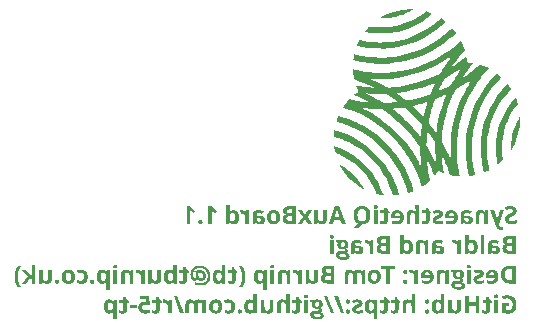
<source format=gbo>
G04 #@! TF.GenerationSoftware,KiCad,Pcbnew,(7.0.0-0)*
G04 #@! TF.CreationDate,2023-04-02T13:16:55+01:00*
G04 #@! TF.ProjectId,AuxBoard,41757842-6f61-4726-942e-6b696361645f,rev?*
G04 #@! TF.SameCoordinates,Original*
G04 #@! TF.FileFunction,Legend,Bot*
G04 #@! TF.FilePolarity,Positive*
%FSLAX46Y46*%
G04 Gerber Fmt 4.6, Leading zero omitted, Abs format (unit mm)*
G04 Created by KiCad (PCBNEW (7.0.0-0)) date 2023-04-02 13:16:55*
%MOMM*%
%LPD*%
G01*
G04 APERTURE LIST*
G04 Aperture macros list*
%AMRoundRect*
0 Rectangle with rounded corners*
0 $1 Rounding radius*
0 $2 $3 $4 $5 $6 $7 $8 $9 X,Y pos of 4 corners*
0 Add a 4 corners polygon primitive as box body*
4,1,4,$2,$3,$4,$5,$6,$7,$8,$9,$2,$3,0*
0 Add four circle primitives for the rounded corners*
1,1,$1+$1,$2,$3*
1,1,$1+$1,$4,$5*
1,1,$1+$1,$6,$7*
1,1,$1+$1,$8,$9*
0 Add four rect primitives between the rounded corners*
20,1,$1+$1,$2,$3,$4,$5,0*
20,1,$1+$1,$4,$5,$6,$7,0*
20,1,$1+$1,$6,$7,$8,$9,0*
20,1,$1+$1,$8,$9,$2,$3,0*%
G04 Aperture macros list end*
%ADD10C,0.300000*%
%ADD11C,2.750000*%
%ADD12R,1.600000X1.600000*%
%ADD13O,1.600000X1.600000*%
%ADD14R,1.700000X1.700000*%
%ADD15O,1.700000X1.700000*%
%ADD16C,3.000000*%
%ADD17RoundRect,0.250001X1.599999X-1.099999X1.599999X1.099999X-1.599999X1.099999X-1.599999X-1.099999X0*%
%ADD18O,3.700000X2.700000*%
%ADD19R,1.500000X4.000000*%
G04 #@! TA.AperFunction,Profile*
%ADD20C,0.200000*%
G04 #@! TD*
G04 APERTURE END LIST*
D10*
G36*
X182121057Y-86969909D02*
G01*
X182121631Y-86995035D01*
X182123352Y-87019488D01*
X182126222Y-87043269D01*
X182130239Y-87066377D01*
X182135404Y-87088813D01*
X182141716Y-87110575D01*
X182149177Y-87131666D01*
X182157785Y-87152083D01*
X182167541Y-87171828D01*
X182178444Y-87190901D01*
X182190496Y-87209301D01*
X182203695Y-87227028D01*
X182218042Y-87244082D01*
X182233536Y-87260464D01*
X182250179Y-87276174D01*
X182267969Y-87291210D01*
X182286781Y-87305407D01*
X182306489Y-87318688D01*
X182327092Y-87331052D01*
X182348592Y-87342501D01*
X182370987Y-87353034D01*
X182394279Y-87362651D01*
X182418466Y-87371352D01*
X182443549Y-87379138D01*
X182469528Y-87386007D01*
X182496403Y-87391960D01*
X182524173Y-87396998D01*
X182552840Y-87401120D01*
X182567509Y-87402837D01*
X182582402Y-87404325D01*
X182597520Y-87405585D01*
X182612861Y-87406615D01*
X182628426Y-87407416D01*
X182644215Y-87407989D01*
X182660228Y-87408332D01*
X182676465Y-87408447D01*
X182691500Y-87408358D01*
X182706425Y-87408092D01*
X182721241Y-87407648D01*
X182735948Y-87407027D01*
X182765032Y-87405253D01*
X182793679Y-87402768D01*
X182821887Y-87399574D01*
X182849658Y-87395670D01*
X182876991Y-87391056D01*
X182903886Y-87385732D01*
X182930343Y-87379699D01*
X182956362Y-87372955D01*
X182981943Y-87365502D01*
X183007086Y-87357339D01*
X183031791Y-87348466D01*
X183056058Y-87338883D01*
X183079888Y-87328591D01*
X183103279Y-87317588D01*
X183103279Y-87021200D01*
X183084412Y-87029516D01*
X183065910Y-87037520D01*
X183047775Y-87045212D01*
X183030006Y-87052593D01*
X183012604Y-87059661D01*
X182995568Y-87066417D01*
X182978899Y-87072861D01*
X182962595Y-87078994D01*
X182946659Y-87084814D01*
X182931088Y-87090322D01*
X182915884Y-87095519D01*
X182901046Y-87100403D01*
X182886575Y-87104976D01*
X182872470Y-87109236D01*
X182851999Y-87115042D01*
X182845359Y-87116821D01*
X182825668Y-87121797D01*
X182806298Y-87126283D01*
X182787251Y-87130280D01*
X182768525Y-87133788D01*
X182750122Y-87136806D01*
X182732041Y-87139335D01*
X182714281Y-87141374D01*
X182696844Y-87142924D01*
X182679729Y-87143985D01*
X182662935Y-87144556D01*
X182651919Y-87144665D01*
X182632635Y-87144314D01*
X182614215Y-87143261D01*
X182596657Y-87141506D01*
X182579962Y-87139049D01*
X182564131Y-87135890D01*
X182549162Y-87132029D01*
X182535056Y-87127467D01*
X182517591Y-87120291D01*
X182501660Y-87111867D01*
X182490718Y-87104731D01*
X182477495Y-87094049D01*
X182466034Y-87082154D01*
X182456337Y-87069045D01*
X182448403Y-87054722D01*
X182442232Y-87039186D01*
X182437824Y-87022436D01*
X182435180Y-87004473D01*
X182434298Y-86985296D01*
X182435174Y-86969020D01*
X182437802Y-86953440D01*
X182442181Y-86938555D01*
X182448312Y-86924365D01*
X182456194Y-86910871D01*
X182459211Y-86906528D01*
X182469240Y-86893704D01*
X182480918Y-86881060D01*
X182491909Y-86870661D01*
X182504045Y-86860387D01*
X182517325Y-86850239D01*
X182531751Y-86840216D01*
X182545301Y-86831652D01*
X182561953Y-86821898D01*
X182576479Y-86813800D01*
X182592749Y-86805033D01*
X182610765Y-86795597D01*
X182630526Y-86785490D01*
X182644670Y-86778380D01*
X182659589Y-86770973D01*
X182675284Y-86763268D01*
X182691755Y-86755265D01*
X182709001Y-86746965D01*
X182727023Y-86738367D01*
X182744019Y-86730281D01*
X182760477Y-86722235D01*
X182776397Y-86714229D01*
X182791778Y-86706264D01*
X182806622Y-86698338D01*
X182820927Y-86690453D01*
X182834694Y-86682608D01*
X182847923Y-86674802D01*
X182860615Y-86667037D01*
X182878642Y-86655464D01*
X182895459Y-86643982D01*
X182911065Y-86632590D01*
X182925461Y-86621287D01*
X182934385Y-86613803D01*
X182947058Y-86602435D01*
X182959248Y-86590726D01*
X182970955Y-86578676D01*
X182982179Y-86566284D01*
X182992920Y-86553551D01*
X183003177Y-86540477D01*
X183012952Y-86527061D01*
X183022244Y-86513304D01*
X183031053Y-86499206D01*
X183039379Y-86484767D01*
X183044661Y-86474951D01*
X183051994Y-86459812D01*
X183058606Y-86444210D01*
X183064496Y-86428145D01*
X183069665Y-86411615D01*
X183074113Y-86394622D01*
X183077840Y-86377166D01*
X183080845Y-86359245D01*
X183083129Y-86340861D01*
X183084692Y-86322014D01*
X183085534Y-86302702D01*
X183085694Y-86289570D01*
X183085164Y-86264901D01*
X183083576Y-86240901D01*
X183080928Y-86217571D01*
X183077222Y-86194911D01*
X183072456Y-86172921D01*
X183066631Y-86151600D01*
X183059748Y-86130949D01*
X183051805Y-86110968D01*
X183042803Y-86091656D01*
X183032743Y-86073015D01*
X183021623Y-86055043D01*
X183009444Y-86037741D01*
X182996207Y-86021108D01*
X182981910Y-86005146D01*
X182966554Y-85989853D01*
X182950139Y-85975230D01*
X182932791Y-85961388D01*
X182914636Y-85948439D01*
X182895674Y-85936384D01*
X182875905Y-85925221D01*
X182855328Y-85914951D01*
X182833944Y-85905575D01*
X182811754Y-85897091D01*
X182788756Y-85889501D01*
X182764951Y-85882803D01*
X182740338Y-85876998D01*
X182714919Y-85872087D01*
X182688692Y-85868068D01*
X182661659Y-85864943D01*
X182633818Y-85862710D01*
X182605170Y-85861371D01*
X182575715Y-85860924D01*
X182561057Y-85861033D01*
X182539232Y-85861604D01*
X182517600Y-85862664D01*
X182496162Y-85864214D01*
X182474916Y-85866254D01*
X182453864Y-85868782D01*
X182433004Y-85871801D01*
X182412339Y-85875308D01*
X182391866Y-85879305D01*
X182371586Y-85883792D01*
X182351500Y-85888768D01*
X182331423Y-85894188D01*
X182311173Y-85900008D01*
X182290748Y-85906227D01*
X182270150Y-85912845D01*
X182249378Y-85919862D01*
X182235433Y-85924762D01*
X182221411Y-85929840D01*
X182207312Y-85935095D01*
X182193135Y-85940528D01*
X182178881Y-85946137D01*
X182164550Y-85951925D01*
X182150142Y-85957890D01*
X182135656Y-85964032D01*
X182128384Y-85967170D01*
X182231332Y-86215565D01*
X182246237Y-86209500D01*
X182260819Y-86203669D01*
X182275077Y-86198074D01*
X182289012Y-86192713D01*
X182309307Y-86185111D01*
X182328875Y-86178038D01*
X182347716Y-86171493D01*
X182365828Y-86165476D01*
X182383213Y-86159987D01*
X182399870Y-86155026D01*
X182415799Y-86150593D01*
X182431001Y-86146688D01*
X182445747Y-86143153D01*
X182460449Y-86139965D01*
X182475105Y-86137125D01*
X182489716Y-86134633D01*
X182504283Y-86132488D01*
X182523634Y-86130170D01*
X182542906Y-86128470D01*
X182562097Y-86127388D01*
X182581208Y-86126924D01*
X182585973Y-86126905D01*
X182602635Y-86127275D01*
X182618551Y-86128386D01*
X182633719Y-86130237D01*
X182652782Y-86133858D01*
X182670516Y-86138795D01*
X182686922Y-86145049D01*
X182702000Y-86152620D01*
X182715750Y-86161507D01*
X182725191Y-86169036D01*
X182736526Y-86179976D01*
X182746349Y-86191728D01*
X182754661Y-86204293D01*
X182761461Y-86217671D01*
X182766751Y-86231862D01*
X182770529Y-86246866D01*
X182772796Y-86262683D01*
X182773551Y-86279312D01*
X182772869Y-86294738D01*
X182770821Y-86309417D01*
X182766706Y-86325598D01*
X182760733Y-86340763D01*
X182754134Y-86352951D01*
X182744392Y-86366631D01*
X182734311Y-86378188D01*
X182722633Y-86389591D01*
X182709358Y-86400840D01*
X182697076Y-86410096D01*
X182691852Y-86413768D01*
X182679304Y-86421828D01*
X182663093Y-86431353D01*
X182648530Y-86439459D01*
X182631906Y-86448389D01*
X182613221Y-86458144D01*
X182599620Y-86465105D01*
X182585103Y-86472432D01*
X182569670Y-86480126D01*
X182553321Y-86488186D01*
X182536056Y-86496612D01*
X182517875Y-86505405D01*
X182498778Y-86514564D01*
X182488886Y-86519281D01*
X182463026Y-86531877D01*
X182438202Y-86544480D01*
X182414414Y-86557088D01*
X182391663Y-86569702D01*
X182369947Y-86582321D01*
X182349267Y-86594946D01*
X182329624Y-86607577D01*
X182311017Y-86620214D01*
X182293445Y-86632857D01*
X182276910Y-86645505D01*
X182261411Y-86658159D01*
X182246949Y-86670818D01*
X182233522Y-86683483D01*
X182221131Y-86696155D01*
X182209777Y-86708831D01*
X182199459Y-86721514D01*
X182189965Y-86734334D01*
X182181083Y-86747514D01*
X182172814Y-86761055D01*
X182165158Y-86774957D01*
X182158114Y-86789220D01*
X182151682Y-86803843D01*
X182145864Y-86818826D01*
X182140657Y-86834171D01*
X182136063Y-86849876D01*
X182132082Y-86865941D01*
X182128713Y-86882368D01*
X182125957Y-86899155D01*
X182123813Y-86916302D01*
X182122282Y-86933810D01*
X182121363Y-86951679D01*
X182121057Y-86969909D01*
G37*
G36*
X182043754Y-86236081D02*
G01*
X181699738Y-86236081D01*
X181482117Y-86888210D01*
X181477051Y-86904420D01*
X181472294Y-86921178D01*
X181467846Y-86938483D01*
X181463708Y-86956336D01*
X181459878Y-86974736D01*
X181456357Y-86993684D01*
X181453146Y-87013179D01*
X181450244Y-87033221D01*
X181447651Y-87053811D01*
X181445367Y-87074948D01*
X181444016Y-87089344D01*
X181437787Y-87089344D01*
X181435468Y-87069460D01*
X181432768Y-87049789D01*
X181429689Y-87030331D01*
X181426230Y-87011085D01*
X181422390Y-86992051D01*
X181418171Y-86973230D01*
X181413572Y-86954622D01*
X181408593Y-86936226D01*
X181403234Y-86918043D01*
X181397494Y-86900072D01*
X181393457Y-86888210D01*
X181180233Y-86236081D01*
X180843178Y-86236081D01*
X181330809Y-87540338D01*
X181339413Y-87562605D01*
X181348463Y-87584159D01*
X181357960Y-87605000D01*
X181367903Y-87625128D01*
X181378293Y-87644544D01*
X181389130Y-87663247D01*
X181400412Y-87681238D01*
X181412142Y-87698516D01*
X181424318Y-87715081D01*
X181436940Y-87730933D01*
X181450009Y-87746073D01*
X181463524Y-87760500D01*
X181477486Y-87774214D01*
X181491895Y-87787216D01*
X181506750Y-87799505D01*
X181522051Y-87811081D01*
X181537738Y-87821950D01*
X181553747Y-87832118D01*
X181570081Y-87841585D01*
X181586737Y-87850351D01*
X181603717Y-87858415D01*
X181621021Y-87865778D01*
X181638648Y-87872440D01*
X181656598Y-87878401D01*
X181674872Y-87883660D01*
X181693470Y-87888218D01*
X181712390Y-87892075D01*
X181731634Y-87895230D01*
X181751202Y-87897685D01*
X181771093Y-87899438D01*
X181791307Y-87900490D01*
X181811845Y-87900840D01*
X181827069Y-87900686D01*
X181842242Y-87900222D01*
X181857363Y-87899449D01*
X181872433Y-87898367D01*
X181887451Y-87896976D01*
X181902417Y-87895276D01*
X181917332Y-87893267D01*
X181932196Y-87890949D01*
X181947008Y-87888321D01*
X181961768Y-87885384D01*
X181971580Y-87883255D01*
X181971580Y-87633761D01*
X181957223Y-87636938D01*
X181942546Y-87639691D01*
X181927548Y-87642021D01*
X181912229Y-87643927D01*
X181896590Y-87645410D01*
X181880630Y-87646469D01*
X181864350Y-87647105D01*
X181847749Y-87647316D01*
X181832274Y-87646866D01*
X181817172Y-87645513D01*
X181802444Y-87643259D01*
X181788089Y-87640104D01*
X181769530Y-87634494D01*
X181751636Y-87627281D01*
X181734405Y-87618465D01*
X181717838Y-87608047D01*
X181705849Y-87599181D01*
X181701936Y-87596025D01*
X181690500Y-87586016D01*
X181679546Y-87575087D01*
X181669076Y-87563236D01*
X181659089Y-87550464D01*
X181649584Y-87536772D01*
X181640563Y-87522159D01*
X181632024Y-87506624D01*
X181623969Y-87490169D01*
X181616397Y-87472793D01*
X181609307Y-87454496D01*
X181604849Y-87441786D01*
X181586165Y-87385000D01*
X182043754Y-86236081D01*
G37*
G36*
X179620987Y-87385000D02*
G01*
X179935327Y-87385000D01*
X179935327Y-86713087D01*
X179935501Y-86697760D01*
X179936020Y-86682920D01*
X179937449Y-86661571D01*
X179939657Y-86641317D01*
X179942644Y-86622158D01*
X179946410Y-86604094D01*
X179950956Y-86587125D01*
X179956280Y-86571250D01*
X179962384Y-86556470D01*
X179969268Y-86542785D01*
X179976930Y-86530195D01*
X179979658Y-86526242D01*
X179991559Y-86511644D01*
X180005097Y-86498993D01*
X180020272Y-86488289D01*
X180037085Y-86479530D01*
X180050769Y-86474239D01*
X180065374Y-86470042D01*
X180080900Y-86466940D01*
X180097346Y-86464933D01*
X180114714Y-86464021D01*
X180120708Y-86463960D01*
X180136909Y-86464303D01*
X180152541Y-86465334D01*
X180167604Y-86467051D01*
X180182097Y-86469455D01*
X180202768Y-86474350D01*
X180222158Y-86480790D01*
X180240266Y-86488775D01*
X180257093Y-86498306D01*
X180272638Y-86509383D01*
X180286901Y-86522006D01*
X180299883Y-86536174D01*
X180311584Y-86551887D01*
X180322059Y-86569391D01*
X180331505Y-86588930D01*
X180337229Y-86603087D01*
X180342496Y-86618148D01*
X180347304Y-86634113D01*
X180351655Y-86650983D01*
X180355547Y-86668757D01*
X180358982Y-86687436D01*
X180361959Y-86707020D01*
X180364477Y-86727507D01*
X180366538Y-86748900D01*
X180368141Y-86771196D01*
X180369286Y-86794397D01*
X180369973Y-86818503D01*
X180370202Y-86843513D01*
X180370202Y-87385000D01*
X180684542Y-87385000D01*
X180684542Y-86236081D01*
X180444207Y-86236081D01*
X180402076Y-86381528D01*
X180384490Y-86381528D01*
X180374316Y-86366226D01*
X180363440Y-86351646D01*
X180351862Y-86337787D01*
X180339582Y-86324650D01*
X180326600Y-86312233D01*
X180312916Y-86300538D01*
X180298530Y-86289565D01*
X180283442Y-86279312D01*
X180267652Y-86269781D01*
X180251161Y-86260971D01*
X180239776Y-86255498D01*
X180222247Y-86247838D01*
X180204279Y-86240931D01*
X180185873Y-86234778D01*
X180167030Y-86229378D01*
X180147749Y-86224731D01*
X180128029Y-86220838D01*
X180107872Y-86217699D01*
X180087277Y-86215313D01*
X180066244Y-86213680D01*
X180044773Y-86212801D01*
X180030216Y-86212634D01*
X180005453Y-86213059D01*
X179981449Y-86214334D01*
X179958204Y-86216459D01*
X179935717Y-86219434D01*
X179913988Y-86223260D01*
X179893018Y-86227935D01*
X179872807Y-86233461D01*
X179853353Y-86239836D01*
X179834659Y-86247062D01*
X179816723Y-86255138D01*
X179799545Y-86264064D01*
X179783126Y-86273840D01*
X179767465Y-86284466D01*
X179752563Y-86295942D01*
X179738420Y-86308268D01*
X179725034Y-86321444D01*
X179712435Y-86335376D01*
X179700648Y-86350061D01*
X179689675Y-86365498D01*
X179679514Y-86381688D01*
X179670166Y-86398631D01*
X179661630Y-86416327D01*
X179653908Y-86434775D01*
X179646999Y-86453976D01*
X179640902Y-86473930D01*
X179635619Y-86494637D01*
X179631148Y-86516097D01*
X179627490Y-86538309D01*
X179624645Y-86561274D01*
X179622613Y-86584992D01*
X179621393Y-86609462D01*
X179620987Y-86634685D01*
X179620987Y-87385000D01*
G37*
G36*
X178848763Y-86212735D02*
G01*
X178863772Y-86213040D01*
X178878696Y-86213548D01*
X178893536Y-86214260D01*
X178908292Y-86215174D01*
X178922963Y-86216292D01*
X178952052Y-86219137D01*
X178980803Y-86222795D01*
X179009216Y-86227266D01*
X179037291Y-86232549D01*
X179065029Y-86238646D01*
X179092429Y-86245555D01*
X179119491Y-86253277D01*
X179146216Y-86261813D01*
X179172603Y-86271161D01*
X179198652Y-86281321D01*
X179224363Y-86292295D01*
X179249737Y-86304082D01*
X179274773Y-86316681D01*
X179170725Y-86528806D01*
X179147604Y-86518735D01*
X179124861Y-86509314D01*
X179102496Y-86500543D01*
X179080508Y-86492422D01*
X179058898Y-86484950D01*
X179037666Y-86478128D01*
X179016812Y-86471955D01*
X178996336Y-86466433D01*
X178976237Y-86461560D01*
X178956517Y-86457337D01*
X178937174Y-86453763D01*
X178918209Y-86450839D01*
X178899621Y-86448565D01*
X178881412Y-86446941D01*
X178863580Y-86445966D01*
X178846127Y-86445642D01*
X178824388Y-86446357D01*
X178804052Y-86448504D01*
X178785118Y-86452082D01*
X178767587Y-86457090D01*
X178751459Y-86463530D01*
X178736732Y-86471401D01*
X178723409Y-86480704D01*
X178711488Y-86491437D01*
X178700969Y-86503601D01*
X178691853Y-86517197D01*
X178684139Y-86532224D01*
X178677828Y-86548681D01*
X178672919Y-86566570D01*
X178669413Y-86585890D01*
X178667309Y-86606641D01*
X178666608Y-86628824D01*
X178666608Y-86681580D01*
X178866643Y-86687808D01*
X178882681Y-86688456D01*
X178898465Y-86689252D01*
X178913994Y-86690199D01*
X178929268Y-86691294D01*
X178944288Y-86692540D01*
X178959053Y-86693935D01*
X178987818Y-86697173D01*
X179015564Y-86701010D01*
X179042292Y-86705445D01*
X179068000Y-86710479D01*
X179092690Y-86716110D01*
X179116360Y-86722340D01*
X179139012Y-86729167D01*
X179160645Y-86736593D01*
X179181258Y-86744618D01*
X179200853Y-86753240D01*
X179219429Y-86762461D01*
X179236986Y-86772280D01*
X179253524Y-86782697D01*
X179269051Y-86793783D01*
X179283577Y-86805612D01*
X179297101Y-86818181D01*
X179309623Y-86831492D01*
X179321144Y-86845544D01*
X179331662Y-86860337D01*
X179341179Y-86875872D01*
X179349694Y-86892148D01*
X179357208Y-86909165D01*
X179363719Y-86926924D01*
X179369229Y-86945424D01*
X179373737Y-86964665D01*
X179377243Y-86984648D01*
X179379748Y-87005372D01*
X179381250Y-87026837D01*
X179381751Y-87049043D01*
X179381379Y-87070304D01*
X179380263Y-87090946D01*
X179378402Y-87110970D01*
X179375798Y-87130376D01*
X179372449Y-87149164D01*
X179368356Y-87167333D01*
X179363519Y-87184884D01*
X179357937Y-87201817D01*
X179351612Y-87218132D01*
X179344542Y-87233828D01*
X179336728Y-87248907D01*
X179328170Y-87263367D01*
X179318868Y-87277208D01*
X179308822Y-87290432D01*
X179298031Y-87303037D01*
X179286496Y-87315024D01*
X179274313Y-87326337D01*
X179261578Y-87336920D01*
X179248290Y-87346773D01*
X179234450Y-87355896D01*
X179220057Y-87364290D01*
X179205112Y-87371953D01*
X179189614Y-87378887D01*
X179173565Y-87385091D01*
X179156962Y-87390565D01*
X179139808Y-87395309D01*
X179122100Y-87399323D01*
X179103841Y-87402608D01*
X179085029Y-87405162D01*
X179065665Y-87406987D01*
X179045748Y-87408082D01*
X179025279Y-87408447D01*
X179016902Y-87408409D01*
X179000447Y-87408109D01*
X178984390Y-87407508D01*
X178968731Y-87406606D01*
X178953469Y-87405404D01*
X178938606Y-87403901D01*
X178917057Y-87401084D01*
X178896402Y-87397590D01*
X178876644Y-87393420D01*
X178857780Y-87388574D01*
X178839811Y-87383052D01*
X178822738Y-87376853D01*
X178806559Y-87369979D01*
X178790805Y-87362159D01*
X178775141Y-87353265D01*
X178759567Y-87343294D01*
X178744083Y-87332249D01*
X178728689Y-87320128D01*
X178713385Y-87306931D01*
X178698172Y-87292659D01*
X178683049Y-87277311D01*
X178673017Y-87266482D01*
X178663025Y-87255175D01*
X178653073Y-87243390D01*
X178643161Y-87231127D01*
X178634734Y-87231127D01*
X178573918Y-87385000D01*
X178354466Y-87385000D01*
X178354466Y-86865129D01*
X178666608Y-86865129D01*
X178666608Y-86956720D01*
X178666864Y-86969113D01*
X178668209Y-86987124D01*
X178670707Y-87004439D01*
X178674357Y-87021058D01*
X178679160Y-87036982D01*
X178685116Y-87052211D01*
X178692225Y-87066743D01*
X178700486Y-87080581D01*
X178709901Y-87093723D01*
X178720467Y-87106169D01*
X178732187Y-87117920D01*
X178740512Y-87125284D01*
X178753649Y-87135440D01*
X178767564Y-87144527D01*
X178782259Y-87152545D01*
X178797734Y-87159494D01*
X178813987Y-87165373D01*
X178831020Y-87170184D01*
X178848832Y-87173926D01*
X178867423Y-87176598D01*
X178886793Y-87178202D01*
X178906943Y-87178736D01*
X178916320Y-87178611D01*
X178934180Y-87177606D01*
X178950849Y-87175597D01*
X178966328Y-87172583D01*
X178987314Y-87166178D01*
X179005621Y-87157513D01*
X179021249Y-87146588D01*
X179034197Y-87133402D01*
X179044467Y-87117956D01*
X179052058Y-87100249D01*
X179056969Y-87080282D01*
X179058755Y-87065714D01*
X179059351Y-87050143D01*
X179058761Y-87033784D01*
X179056993Y-87018230D01*
X179054047Y-87003482D01*
X179048286Y-86985069D01*
X179040429Y-86968087D01*
X179030477Y-86952537D01*
X179018430Y-86938418D01*
X179004287Y-86925729D01*
X178992306Y-86917152D01*
X178988047Y-86914444D01*
X178974451Y-86906785D01*
X178959625Y-86899829D01*
X178943569Y-86893575D01*
X178926283Y-86888022D01*
X178907767Y-86883172D01*
X178888021Y-86879024D01*
X178867045Y-86875577D01*
X178852378Y-86873669D01*
X178837163Y-86872074D01*
X178821403Y-86870790D01*
X178805095Y-86869818D01*
X178788241Y-86869159D01*
X178666608Y-86865129D01*
X178354466Y-86865129D01*
X178354466Y-86619665D01*
X178354949Y-86594383D01*
X178356401Y-86569919D01*
X178358819Y-86546274D01*
X178362205Y-86523448D01*
X178366559Y-86501441D01*
X178371879Y-86480251D01*
X178378168Y-86459881D01*
X178385423Y-86440329D01*
X178393647Y-86421596D01*
X178402837Y-86403681D01*
X178412995Y-86386585D01*
X178424121Y-86370308D01*
X178436214Y-86354849D01*
X178449274Y-86340209D01*
X178463302Y-86326387D01*
X178478297Y-86313384D01*
X178494153Y-86301184D01*
X178510857Y-86289771D01*
X178528409Y-86279145D01*
X178546807Y-86269306D01*
X178566052Y-86260254D01*
X178586145Y-86251989D01*
X178607085Y-86244512D01*
X178628872Y-86237821D01*
X178651507Y-86231918D01*
X178674989Y-86226802D01*
X178699317Y-86222473D01*
X178724494Y-86218931D01*
X178750517Y-86216176D01*
X178777387Y-86214208D01*
X178805105Y-86213027D01*
X178833670Y-86212634D01*
X178848763Y-86212735D01*
G37*
G36*
X177578627Y-86212789D02*
G01*
X177594284Y-86213254D01*
X177609725Y-86214028D01*
X177624949Y-86215113D01*
X177639956Y-86216507D01*
X177654746Y-86218211D01*
X177683676Y-86222549D01*
X177711738Y-86228126D01*
X177738934Y-86234942D01*
X177765262Y-86242998D01*
X177790723Y-86252293D01*
X177815316Y-86262827D01*
X177839043Y-86274601D01*
X177861902Y-86287614D01*
X177883894Y-86301866D01*
X177905018Y-86317358D01*
X177925276Y-86334089D01*
X177944666Y-86352060D01*
X177963189Y-86371270D01*
X177980713Y-86391567D01*
X177997106Y-86412892D01*
X178012369Y-86435244D01*
X178026501Y-86458625D01*
X178039503Y-86483032D01*
X178051374Y-86508467D01*
X178062114Y-86534930D01*
X178071724Y-86562420D01*
X178076105Y-86576551D01*
X178080203Y-86590938D01*
X178084019Y-86605582D01*
X178087552Y-86620483D01*
X178090803Y-86635641D01*
X178093770Y-86651056D01*
X178096455Y-86666728D01*
X178098858Y-86682656D01*
X178100978Y-86698842D01*
X178102815Y-86715284D01*
X178104369Y-86731983D01*
X178105641Y-86748940D01*
X178106631Y-86766153D01*
X178107337Y-86783623D01*
X178107761Y-86801349D01*
X178107903Y-86819333D01*
X178107750Y-86836817D01*
X178107291Y-86854050D01*
X178106528Y-86871034D01*
X178105458Y-86887769D01*
X178104083Y-86904253D01*
X178102403Y-86920488D01*
X178100417Y-86936473D01*
X178098125Y-86952209D01*
X178095528Y-86967694D01*
X178092625Y-86982930D01*
X178089417Y-86997917D01*
X178085903Y-87012653D01*
X178082084Y-87027140D01*
X178077959Y-87041377D01*
X178068793Y-87069102D01*
X178058405Y-87095828D01*
X178046794Y-87121555D01*
X178033961Y-87146283D01*
X178019906Y-87170012D01*
X178004629Y-87192743D01*
X177988130Y-87214474D01*
X177970409Y-87235207D01*
X177951465Y-87254940D01*
X177931391Y-87273529D01*
X177910369Y-87290918D01*
X177888400Y-87307108D01*
X177865484Y-87322099D01*
X177841620Y-87335891D01*
X177816809Y-87348483D01*
X177791050Y-87359876D01*
X177764344Y-87370070D01*
X177736691Y-87379065D01*
X177722509Y-87383112D01*
X177708090Y-87386860D01*
X177693435Y-87390308D01*
X177678542Y-87393456D01*
X177663413Y-87396304D01*
X177648047Y-87398853D01*
X177632444Y-87401101D01*
X177616604Y-87403050D01*
X177600527Y-87404699D01*
X177584213Y-87406048D01*
X177567663Y-87407098D01*
X177550876Y-87407847D01*
X177533852Y-87408297D01*
X177516591Y-87408447D01*
X177499898Y-87408368D01*
X177483526Y-87408132D01*
X177467475Y-87407738D01*
X177451744Y-87407187D01*
X177436334Y-87406479D01*
X177421244Y-87405613D01*
X177406475Y-87404590D01*
X177384923Y-87402760D01*
X177364091Y-87400576D01*
X177343981Y-87398037D01*
X177324593Y-87395145D01*
X177305925Y-87391898D01*
X177287979Y-87388297D01*
X177276300Y-87385696D01*
X177258947Y-87381490D01*
X177241794Y-87376917D01*
X177224841Y-87371976D01*
X177208088Y-87366668D01*
X177191534Y-87360994D01*
X177175179Y-87354952D01*
X177159024Y-87348543D01*
X177143069Y-87341767D01*
X177127314Y-87334624D01*
X177111758Y-87327114D01*
X177111758Y-87084214D01*
X177124365Y-87090022D01*
X177143151Y-87098357D01*
X177161790Y-87106242D01*
X177180280Y-87113676D01*
X177198622Y-87120659D01*
X177216816Y-87127191D01*
X177234862Y-87133273D01*
X177252760Y-87138904D01*
X177270510Y-87144084D01*
X177288111Y-87148813D01*
X177305565Y-87153091D01*
X177317195Y-87155708D01*
X177334808Y-87159318D01*
X177352620Y-87162548D01*
X177370631Y-87165397D01*
X177388842Y-87167867D01*
X177407253Y-87169957D01*
X177425864Y-87171667D01*
X177444674Y-87172997D01*
X177463684Y-87173946D01*
X177482893Y-87174516D01*
X177502302Y-87174706D01*
X177510602Y-87174633D01*
X177526854Y-87174046D01*
X177542642Y-87172873D01*
X177557966Y-87171113D01*
X177572827Y-87168766D01*
X177587224Y-87165832D01*
X177607950Y-87160331D01*
X177627633Y-87153510D01*
X177646272Y-87145369D01*
X177663868Y-87135907D01*
X177680421Y-87125126D01*
X177695931Y-87113024D01*
X177710397Y-87099602D01*
X177714955Y-87094850D01*
X177727822Y-87079910D01*
X177739479Y-87063938D01*
X177749925Y-87046937D01*
X177759159Y-87028905D01*
X177767184Y-87009842D01*
X177773997Y-86989750D01*
X177779600Y-86968627D01*
X177782663Y-86953972D01*
X177785187Y-86938859D01*
X177787173Y-86923289D01*
X177788622Y-86907260D01*
X177789532Y-86890774D01*
X177046545Y-86890774D01*
X177046545Y-86737634D01*
X177046678Y-86722373D01*
X177047078Y-86707320D01*
X177047743Y-86692474D01*
X177048437Y-86681580D01*
X177341468Y-86681580D01*
X177782205Y-86681580D01*
X177781007Y-86667090D01*
X177778496Y-86646144D01*
X177775129Y-86626145D01*
X177770906Y-86607092D01*
X177765826Y-86588986D01*
X177759889Y-86571826D01*
X177753096Y-86555614D01*
X177745446Y-86540348D01*
X177736940Y-86526028D01*
X177727577Y-86512656D01*
X177717358Y-86500230D01*
X177710092Y-86492466D01*
X177698566Y-86481760D01*
X177686286Y-86472180D01*
X177673252Y-86463728D01*
X177659465Y-86456402D01*
X177644925Y-86450204D01*
X177629631Y-86445132D01*
X177613584Y-86441188D01*
X177596783Y-86438370D01*
X177579228Y-86436680D01*
X177560921Y-86436116D01*
X177548580Y-86436366D01*
X177530676Y-86437681D01*
X177513499Y-86440123D01*
X177497051Y-86443692D01*
X177481329Y-86448388D01*
X177466336Y-86454211D01*
X177452070Y-86461160D01*
X177438532Y-86469237D01*
X177425722Y-86478441D01*
X177413640Y-86488772D01*
X177402285Y-86500230D01*
X177395178Y-86508409D01*
X177385344Y-86521466D01*
X177376502Y-86535469D01*
X177368652Y-86550420D01*
X177361793Y-86566317D01*
X177355926Y-86583161D01*
X177351051Y-86600951D01*
X177347168Y-86619689D01*
X177344276Y-86639372D01*
X177342376Y-86660003D01*
X177341468Y-86681580D01*
X177048437Y-86681580D01*
X177048675Y-86677836D01*
X177051337Y-86649183D01*
X177055063Y-86621359D01*
X177059855Y-86594365D01*
X177065711Y-86568202D01*
X177072631Y-86542868D01*
X177080617Y-86518365D01*
X177089667Y-86494691D01*
X177099783Y-86471848D01*
X177110962Y-86449835D01*
X177123207Y-86428651D01*
X177136516Y-86408298D01*
X177150890Y-86388775D01*
X177166329Y-86370082D01*
X177182833Y-86352219D01*
X177191433Y-86343631D01*
X177209268Y-86327273D01*
X177227947Y-86312006D01*
X177247470Y-86297830D01*
X177267837Y-86284744D01*
X177289049Y-86272748D01*
X177311106Y-86261843D01*
X177334006Y-86252028D01*
X177357751Y-86243304D01*
X177382341Y-86235671D01*
X177407774Y-86229128D01*
X177434052Y-86223675D01*
X177461175Y-86219313D01*
X177489142Y-86216042D01*
X177517953Y-86213861D01*
X177532675Y-86213179D01*
X177547608Y-86212770D01*
X177562752Y-86212634D01*
X177578627Y-86212789D01*
G37*
G36*
X175994347Y-87045380D02*
G01*
X175994828Y-87067216D01*
X175996270Y-87088393D01*
X175998675Y-87108913D01*
X176002041Y-87128773D01*
X176006368Y-87147976D01*
X176011658Y-87166520D01*
X176017909Y-87184406D01*
X176025122Y-87201634D01*
X176033296Y-87218204D01*
X176042432Y-87234115D01*
X176052530Y-87249367D01*
X176063590Y-87263962D01*
X176075611Y-87277898D01*
X176088594Y-87291176D01*
X176102539Y-87303795D01*
X176117445Y-87315757D01*
X176133311Y-87326981D01*
X176150132Y-87337481D01*
X176167909Y-87347257D01*
X176186642Y-87356309D01*
X176206332Y-87364636D01*
X176226977Y-87372240D01*
X176248578Y-87379119D01*
X176271135Y-87385274D01*
X176294648Y-87390705D01*
X176319117Y-87395412D01*
X176344543Y-87399395D01*
X176370924Y-87402654D01*
X176398261Y-87405188D01*
X176426554Y-87406999D01*
X176455803Y-87408085D01*
X176470786Y-87408356D01*
X176486008Y-87408447D01*
X176501571Y-87408380D01*
X176516845Y-87408178D01*
X176531831Y-87407841D01*
X176546527Y-87407371D01*
X176568029Y-87406412D01*
X176588880Y-87405151D01*
X176609082Y-87403587D01*
X176628632Y-87401721D01*
X176647533Y-87399551D01*
X176665783Y-87397080D01*
X176683382Y-87394305D01*
X176700331Y-87391228D01*
X176716855Y-87387926D01*
X176733179Y-87384341D01*
X176749304Y-87380473D01*
X176765229Y-87376321D01*
X176780954Y-87371886D01*
X176796480Y-87367168D01*
X176811806Y-87362166D01*
X176826933Y-87356881D01*
X176841860Y-87351313D01*
X176856587Y-87345461D01*
X176866294Y-87341402D01*
X176866294Y-87082016D01*
X176849683Y-87089594D01*
X176832686Y-87096940D01*
X176815302Y-87104054D01*
X176797532Y-87110936D01*
X176779375Y-87117586D01*
X176760833Y-87124005D01*
X176741903Y-87130192D01*
X176722588Y-87136147D01*
X176702886Y-87141870D01*
X176682797Y-87147361D01*
X176669190Y-87150893D01*
X176648814Y-87155869D01*
X176628901Y-87160355D01*
X176609453Y-87164352D01*
X176590467Y-87167860D01*
X176571946Y-87170878D01*
X176553888Y-87173407D01*
X176536294Y-87175446D01*
X176519164Y-87176996D01*
X176502497Y-87178057D01*
X176486294Y-87178628D01*
X176475750Y-87178736D01*
X176455031Y-87178349D01*
X176435650Y-87177185D01*
X176417605Y-87175246D01*
X176400897Y-87172531D01*
X176385525Y-87169041D01*
X176371490Y-87164775D01*
X176352944Y-87156921D01*
X176337406Y-87147322D01*
X176324874Y-87135978D01*
X176315351Y-87122889D01*
X176308835Y-87108054D01*
X176305326Y-87091474D01*
X176304658Y-87079452D01*
X176305744Y-87063929D01*
X176309649Y-87047821D01*
X176316392Y-87033452D01*
X176325975Y-87020824D01*
X176327372Y-87019368D01*
X176338888Y-87008829D01*
X176351270Y-86999350D01*
X176365970Y-86989458D01*
X176379991Y-86980900D01*
X176395623Y-86972055D01*
X176405774Y-86966612D01*
X176420188Y-86959044D01*
X176435770Y-86951178D01*
X176452520Y-86943015D01*
X176465849Y-86936698D01*
X176479834Y-86930213D01*
X176494476Y-86923560D01*
X176509776Y-86916740D01*
X176525732Y-86909753D01*
X176542345Y-86902598D01*
X176553785Y-86897735D01*
X176570133Y-86890807D01*
X176585928Y-86883945D01*
X176601171Y-86877148D01*
X176615861Y-86870418D01*
X176629999Y-86863753D01*
X176643585Y-86857154D01*
X176662927Y-86847380D01*
X176681027Y-86837753D01*
X176697883Y-86828274D01*
X176713497Y-86818944D01*
X176727868Y-86809761D01*
X176740996Y-86800727D01*
X176749057Y-86794787D01*
X176764101Y-86782668D01*
X176778092Y-86770126D01*
X176791029Y-86757160D01*
X176802913Y-86743770D01*
X176813744Y-86729957D01*
X176823521Y-86715721D01*
X176832245Y-86701060D01*
X176839916Y-86685976D01*
X176846527Y-86670148D01*
X176852258Y-86653439D01*
X176857106Y-86635848D01*
X176861073Y-86617375D01*
X176864159Y-86598020D01*
X176865894Y-86582926D01*
X176867134Y-86567336D01*
X176867878Y-86551250D01*
X176868126Y-86534668D01*
X176867661Y-86515707D01*
X176866265Y-86497293D01*
X176863940Y-86479426D01*
X176860684Y-86462105D01*
X176856498Y-86445331D01*
X176851382Y-86429104D01*
X176845335Y-86413423D01*
X176838359Y-86398289D01*
X176830452Y-86383702D01*
X176821615Y-86369661D01*
X176811847Y-86356167D01*
X176801150Y-86343220D01*
X176789522Y-86330819D01*
X176776964Y-86318965D01*
X176763476Y-86307658D01*
X176749057Y-86296898D01*
X176733786Y-86286694D01*
X176717739Y-86277148D01*
X176700916Y-86268261D01*
X176683318Y-86260032D01*
X176664944Y-86252462D01*
X176645794Y-86245549D01*
X176625869Y-86239295D01*
X176605168Y-86233700D01*
X176583691Y-86228762D01*
X176561439Y-86224483D01*
X176538411Y-86220863D01*
X176514607Y-86217900D01*
X176490028Y-86215596D01*
X176464673Y-86213950D01*
X176438542Y-86212963D01*
X176411636Y-86212634D01*
X176385668Y-86212989D01*
X176359790Y-86214053D01*
X176334000Y-86215828D01*
X176308298Y-86218312D01*
X176282686Y-86221507D01*
X176257162Y-86225411D01*
X176231727Y-86230025D01*
X176206380Y-86235348D01*
X176181123Y-86241382D01*
X176155954Y-86248125D01*
X176130874Y-86255579D01*
X176105882Y-86263742D01*
X176080979Y-86272615D01*
X176056165Y-86282197D01*
X176031440Y-86292490D01*
X176006803Y-86303492D01*
X176101692Y-86530272D01*
X176117807Y-86523450D01*
X176133729Y-86516859D01*
X176149457Y-86510501D01*
X176164993Y-86504374D01*
X176180335Y-86498480D01*
X176195484Y-86492817D01*
X176210440Y-86487386D01*
X176225202Y-86482186D01*
X176239772Y-86477219D01*
X176254148Y-86472483D01*
X176263625Y-86469455D01*
X176277733Y-86465199D01*
X176291892Y-86461362D01*
X176310851Y-86456897D01*
X176329902Y-86453176D01*
X176349045Y-86450200D01*
X176368279Y-86447967D01*
X176387605Y-86446479D01*
X176407022Y-86445735D01*
X176416765Y-86445642D01*
X176433624Y-86445936D01*
X176449394Y-86446821D01*
X176464078Y-86448295D01*
X176484063Y-86451611D01*
X176501601Y-86456255D01*
X176516692Y-86462225D01*
X176533007Y-86472248D01*
X176544971Y-86484630D01*
X176552585Y-86499370D01*
X176555847Y-86516469D01*
X176555983Y-86521113D01*
X176554412Y-86536526D01*
X176549698Y-86551166D01*
X176541841Y-86565033D01*
X176530842Y-86578128D01*
X176519275Y-86588450D01*
X176511287Y-86594385D01*
X176498361Y-86602634D01*
X176482115Y-86611811D01*
X176467752Y-86619301D01*
X176451521Y-86627314D01*
X176433422Y-86635848D01*
X176413456Y-86644904D01*
X176399108Y-86651231D01*
X176383930Y-86657789D01*
X176367921Y-86664580D01*
X176351083Y-86671602D01*
X176333414Y-86678857D01*
X176314916Y-86686343D01*
X176298301Y-86693139D01*
X176282252Y-86699881D01*
X176266770Y-86706569D01*
X176251855Y-86713202D01*
X176237507Y-86719781D01*
X176223725Y-86726305D01*
X176210511Y-86732775D01*
X176191751Y-86742378D01*
X176174266Y-86751859D01*
X176158057Y-86761217D01*
X176143122Y-86770453D01*
X176129463Y-86779567D01*
X176117079Y-86788558D01*
X176101846Y-86800603D01*
X176087655Y-86813105D01*
X176074506Y-86826065D01*
X176062399Y-86839483D01*
X176051334Y-86853359D01*
X176041310Y-86867693D01*
X176032329Y-86882485D01*
X176024389Y-86897735D01*
X176017348Y-86913586D01*
X176011246Y-86930181D01*
X176006082Y-86947520D01*
X176001857Y-86965604D01*
X175998572Y-86984432D01*
X175996723Y-86999041D01*
X175995403Y-87014069D01*
X175994611Y-87029515D01*
X175994347Y-87045380D01*
G37*
G36*
X175269312Y-87158220D02*
G01*
X175253566Y-87157901D01*
X175237241Y-87156945D01*
X175220336Y-87155351D01*
X175202851Y-87153120D01*
X175184787Y-87150251D01*
X175166143Y-87146744D01*
X175146920Y-87142600D01*
X175127117Y-87137818D01*
X175106734Y-87132399D01*
X175085772Y-87126342D01*
X175071475Y-87121950D01*
X175071475Y-87356057D01*
X175086385Y-87362401D01*
X175101712Y-87368336D01*
X175117457Y-87373861D01*
X175133620Y-87378977D01*
X175150201Y-87383684D01*
X175167200Y-87387982D01*
X175184616Y-87391870D01*
X175202451Y-87395349D01*
X175220703Y-87398419D01*
X175239373Y-87401079D01*
X175258461Y-87403331D01*
X175277967Y-87405172D01*
X175297891Y-87406605D01*
X175318233Y-87407628D01*
X175338993Y-87408242D01*
X175360170Y-87408447D01*
X175383310Y-87408075D01*
X175405651Y-87406958D01*
X175427194Y-87405098D01*
X175447938Y-87402493D01*
X175467883Y-87399145D01*
X175487030Y-87395052D01*
X175505378Y-87390214D01*
X175522928Y-87384633D01*
X175539679Y-87378308D01*
X175555632Y-87371238D01*
X175570786Y-87363424D01*
X175585141Y-87354866D01*
X175598698Y-87345564D01*
X175611456Y-87335517D01*
X175623416Y-87324727D01*
X175634577Y-87313192D01*
X175645003Y-87300913D01*
X175654756Y-87287890D01*
X175663836Y-87274123D01*
X175672244Y-87259611D01*
X175679979Y-87244356D01*
X175687042Y-87228356D01*
X175693432Y-87211612D01*
X175699149Y-87194124D01*
X175704194Y-87175891D01*
X175708566Y-87156915D01*
X175712265Y-87137194D01*
X175715292Y-87116729D01*
X175717646Y-87095520D01*
X175719328Y-87073567D01*
X175720337Y-87050870D01*
X175720673Y-87027428D01*
X175720673Y-86472020D01*
X175871249Y-86472020D01*
X175871249Y-86339030D01*
X175697958Y-86233883D01*
X175607100Y-85990983D01*
X175406332Y-85990983D01*
X175406332Y-86236081D01*
X175083932Y-86236081D01*
X175083932Y-86472020D01*
X175406332Y-86472020D01*
X175406332Y-87027428D01*
X175405748Y-87043640D01*
X175403997Y-87058752D01*
X175400165Y-87076097D01*
X175394509Y-87091725D01*
X175387027Y-87105635D01*
X175377722Y-87117828D01*
X175368963Y-87126346D01*
X175356581Y-87135529D01*
X175343017Y-87143155D01*
X175328273Y-87149224D01*
X175312348Y-87153738D01*
X175295243Y-87156695D01*
X175276957Y-87158096D01*
X175269312Y-87158220D01*
G37*
G36*
X173779675Y-87385000D02*
G01*
X174094016Y-87385000D01*
X174094016Y-86713087D01*
X174094197Y-86697760D01*
X174094740Y-86682920D01*
X174096912Y-86654698D01*
X174100533Y-86628423D01*
X174105602Y-86604094D01*
X174112119Y-86581711D01*
X174120085Y-86561275D01*
X174129499Y-86542785D01*
X174140361Y-86526242D01*
X174152671Y-86511644D01*
X174166430Y-86498993D01*
X174181637Y-86488289D01*
X174198292Y-86479530D01*
X174216396Y-86472718D01*
X174235947Y-86467852D01*
X174256947Y-86464933D01*
X174279396Y-86463960D01*
X174295597Y-86464310D01*
X174311229Y-86465362D01*
X174326292Y-86467115D01*
X174340785Y-86469570D01*
X174361456Y-86474566D01*
X174380846Y-86481140D01*
X174398954Y-86489292D01*
X174415781Y-86499022D01*
X174431326Y-86510329D01*
X174445589Y-86523215D01*
X174458571Y-86537678D01*
X174470272Y-86553719D01*
X174480747Y-86571456D01*
X174490193Y-86591144D01*
X174495917Y-86605353D01*
X174501184Y-86620430D01*
X174505992Y-86636374D01*
X174510343Y-86653185D01*
X174514235Y-86670864D01*
X174517670Y-86689410D01*
X174520647Y-86708823D01*
X174523165Y-86729103D01*
X174525226Y-86750251D01*
X174526829Y-86772265D01*
X174527974Y-86795147D01*
X174528661Y-86818897D01*
X174528890Y-86843513D01*
X174528890Y-87385000D01*
X174843230Y-87385000D01*
X174843230Y-85790582D01*
X174528890Y-85790582D01*
X174528890Y-86112983D01*
X174529148Y-86130701D01*
X174529605Y-86146478D01*
X174530292Y-86165426D01*
X174530958Y-86181718D01*
X174531752Y-86199794D01*
X174532675Y-86219654D01*
X174533727Y-86241298D01*
X174534500Y-86256718D01*
X174535330Y-86272931D01*
X174536217Y-86289937D01*
X174543545Y-86381528D01*
X174527058Y-86381528D01*
X174513431Y-86361076D01*
X174498837Y-86341943D01*
X174483275Y-86324130D01*
X174466745Y-86307637D01*
X174449249Y-86292463D01*
X174430784Y-86278608D01*
X174411353Y-86266073D01*
X174390954Y-86254857D01*
X174369587Y-86244961D01*
X174347253Y-86236385D01*
X174323952Y-86229127D01*
X174299683Y-86223190D01*
X174274447Y-86218572D01*
X174248243Y-86215273D01*
X174221072Y-86213294D01*
X174192934Y-86212634D01*
X174167945Y-86213060D01*
X174143721Y-86214340D01*
X174120261Y-86216472D01*
X174097565Y-86219457D01*
X174075633Y-86223296D01*
X174054465Y-86227987D01*
X174034062Y-86233531D01*
X174014423Y-86239928D01*
X173995548Y-86247178D01*
X173977437Y-86255281D01*
X173960091Y-86264237D01*
X173943509Y-86274046D01*
X173927690Y-86284707D01*
X173912637Y-86296222D01*
X173898347Y-86308590D01*
X173884822Y-86321810D01*
X173872089Y-86335827D01*
X173860178Y-86350581D01*
X173849088Y-86366075D01*
X173838820Y-86382306D01*
X173829373Y-86399276D01*
X173820748Y-86416985D01*
X173812944Y-86435432D01*
X173805962Y-86454617D01*
X173799801Y-86474541D01*
X173794461Y-86495204D01*
X173789943Y-86516605D01*
X173786247Y-86538744D01*
X173783372Y-86561622D01*
X173781318Y-86585238D01*
X173780086Y-86609592D01*
X173779675Y-86634685D01*
X173779675Y-87385000D01*
G37*
G36*
X173004935Y-86212789D02*
G01*
X173020593Y-86213254D01*
X173036033Y-86214028D01*
X173051257Y-86215113D01*
X173066264Y-86216507D01*
X173081054Y-86218211D01*
X173109984Y-86222549D01*
X173138047Y-86228126D01*
X173165242Y-86234942D01*
X173191570Y-86242998D01*
X173217031Y-86252293D01*
X173241625Y-86262827D01*
X173265351Y-86274601D01*
X173288210Y-86287614D01*
X173310202Y-86301866D01*
X173331327Y-86317358D01*
X173351584Y-86334089D01*
X173370974Y-86352060D01*
X173389497Y-86371270D01*
X173407021Y-86391567D01*
X173423414Y-86412892D01*
X173438677Y-86435244D01*
X173452809Y-86458625D01*
X173465811Y-86483032D01*
X173477682Y-86508467D01*
X173488423Y-86534930D01*
X173498032Y-86562420D01*
X173502413Y-86576551D01*
X173506512Y-86590938D01*
X173510328Y-86605582D01*
X173513861Y-86620483D01*
X173517111Y-86635641D01*
X173520079Y-86651056D01*
X173522764Y-86666728D01*
X173525166Y-86682656D01*
X173527286Y-86698842D01*
X173529123Y-86715284D01*
X173530678Y-86731983D01*
X173531950Y-86748940D01*
X173532939Y-86766153D01*
X173533646Y-86783623D01*
X173534070Y-86801349D01*
X173534211Y-86819333D01*
X173534058Y-86836817D01*
X173533600Y-86854050D01*
X173532836Y-86871034D01*
X173531767Y-86887769D01*
X173530392Y-86904253D01*
X173528711Y-86920488D01*
X173526725Y-86936473D01*
X173524434Y-86952209D01*
X173521836Y-86967694D01*
X173518934Y-86982930D01*
X173515726Y-86997917D01*
X173512212Y-87012653D01*
X173508393Y-87027140D01*
X173504268Y-87041377D01*
X173495102Y-87069102D01*
X173484713Y-87095828D01*
X173473103Y-87121555D01*
X173460270Y-87146283D01*
X173446215Y-87170012D01*
X173430938Y-87192743D01*
X173414438Y-87214474D01*
X173396717Y-87235207D01*
X173377773Y-87254940D01*
X173357699Y-87273529D01*
X173336678Y-87290918D01*
X173314709Y-87307108D01*
X173291792Y-87322099D01*
X173267929Y-87335891D01*
X173243117Y-87348483D01*
X173217359Y-87359876D01*
X173190653Y-87370070D01*
X173163000Y-87379065D01*
X173148818Y-87383112D01*
X173134399Y-87386860D01*
X173119743Y-87390308D01*
X173104851Y-87393456D01*
X173089721Y-87396304D01*
X173074355Y-87398853D01*
X173058752Y-87401101D01*
X173042912Y-87403050D01*
X173026835Y-87404699D01*
X173010522Y-87406048D01*
X172993971Y-87407098D01*
X172977184Y-87407847D01*
X172960160Y-87408297D01*
X172942899Y-87408447D01*
X172926207Y-87408368D01*
X172909835Y-87408132D01*
X172893783Y-87407738D01*
X172878053Y-87407187D01*
X172862642Y-87406479D01*
X172847553Y-87405613D01*
X172832784Y-87404590D01*
X172811231Y-87402760D01*
X172790400Y-87400576D01*
X172770290Y-87398037D01*
X172750901Y-87395145D01*
X172732234Y-87391898D01*
X172714288Y-87388297D01*
X172702608Y-87385696D01*
X172685256Y-87381490D01*
X172668103Y-87376917D01*
X172651150Y-87371976D01*
X172634396Y-87366668D01*
X172617842Y-87360994D01*
X172601488Y-87354952D01*
X172585333Y-87348543D01*
X172569378Y-87341767D01*
X172553622Y-87334624D01*
X172538066Y-87327114D01*
X172538066Y-87084214D01*
X172550673Y-87090022D01*
X172569460Y-87098357D01*
X172588098Y-87106242D01*
X172606588Y-87113676D01*
X172624931Y-87120659D01*
X172643125Y-87127191D01*
X172661171Y-87133273D01*
X172679068Y-87138904D01*
X172696818Y-87144084D01*
X172714420Y-87148813D01*
X172731873Y-87153091D01*
X172743504Y-87155708D01*
X172761116Y-87159318D01*
X172778928Y-87162548D01*
X172796940Y-87165397D01*
X172815151Y-87167867D01*
X172833562Y-87169957D01*
X172852172Y-87171667D01*
X172870982Y-87172997D01*
X172889992Y-87173946D01*
X172909202Y-87174516D01*
X172928611Y-87174706D01*
X172936911Y-87174633D01*
X172953162Y-87174046D01*
X172968950Y-87172873D01*
X172984275Y-87171113D01*
X172999135Y-87168766D01*
X173013532Y-87165832D01*
X173034258Y-87160331D01*
X173053941Y-87153510D01*
X173072581Y-87145369D01*
X173090177Y-87135907D01*
X173106730Y-87125126D01*
X173122239Y-87113024D01*
X173136706Y-87099602D01*
X173141264Y-87094850D01*
X173154131Y-87079910D01*
X173165787Y-87063938D01*
X173176233Y-87046937D01*
X173185468Y-87028905D01*
X173193492Y-87009842D01*
X173200306Y-86989750D01*
X173205908Y-86968627D01*
X173208971Y-86953972D01*
X173211496Y-86938859D01*
X173213482Y-86923289D01*
X173214930Y-86907260D01*
X173215840Y-86890774D01*
X172472854Y-86890774D01*
X172472854Y-86737634D01*
X172472987Y-86722373D01*
X172473386Y-86707320D01*
X172474051Y-86692474D01*
X172474745Y-86681580D01*
X172767777Y-86681580D01*
X173208513Y-86681580D01*
X173207315Y-86667090D01*
X173204805Y-86646144D01*
X173201438Y-86626145D01*
X173197214Y-86607092D01*
X173192134Y-86588986D01*
X173186197Y-86571826D01*
X173179404Y-86555614D01*
X173171755Y-86540348D01*
X173163249Y-86526028D01*
X173153886Y-86512656D01*
X173143667Y-86500230D01*
X173136401Y-86492466D01*
X173124874Y-86481760D01*
X173112594Y-86472180D01*
X173099561Y-86463728D01*
X173085774Y-86456402D01*
X173071233Y-86450204D01*
X173055940Y-86445132D01*
X173039892Y-86441188D01*
X173023091Y-86438370D01*
X173005537Y-86436680D01*
X172987229Y-86436116D01*
X172974889Y-86436366D01*
X172956984Y-86437681D01*
X172939808Y-86440123D01*
X172923359Y-86443692D01*
X172907638Y-86448388D01*
X172892644Y-86454211D01*
X172878379Y-86461160D01*
X172864841Y-86469237D01*
X172852031Y-86478441D01*
X172839948Y-86488772D01*
X172828593Y-86500230D01*
X172821486Y-86508409D01*
X172811653Y-86521466D01*
X172802810Y-86535469D01*
X172794960Y-86550420D01*
X172788102Y-86566317D01*
X172782235Y-86583161D01*
X172777360Y-86600951D01*
X172773476Y-86619689D01*
X172770585Y-86639372D01*
X172768685Y-86660003D01*
X172767777Y-86681580D01*
X172474745Y-86681580D01*
X172474983Y-86677836D01*
X172477645Y-86649183D01*
X172481372Y-86621359D01*
X172486163Y-86594365D01*
X172492019Y-86568202D01*
X172498940Y-86542868D01*
X172506926Y-86518365D01*
X172515976Y-86494691D01*
X172526091Y-86471848D01*
X172537271Y-86449835D01*
X172549515Y-86428651D01*
X172562825Y-86408298D01*
X172577199Y-86388775D01*
X172592638Y-86370082D01*
X172609141Y-86352219D01*
X172617742Y-86343631D01*
X172635576Y-86327273D01*
X172654255Y-86312006D01*
X172673778Y-86297830D01*
X172694146Y-86284744D01*
X172715358Y-86272748D01*
X172737414Y-86261843D01*
X172760315Y-86252028D01*
X172784060Y-86243304D01*
X172808649Y-86235671D01*
X172834083Y-86229128D01*
X172860361Y-86223675D01*
X172887483Y-86219313D01*
X172915450Y-86216042D01*
X172944261Y-86213861D01*
X172958983Y-86213179D01*
X172973917Y-86212770D01*
X172989061Y-86212634D01*
X173004935Y-86212789D01*
G37*
G36*
X171739026Y-87158220D02*
G01*
X171723280Y-87157901D01*
X171706955Y-87156945D01*
X171690050Y-87155351D01*
X171672565Y-87153120D01*
X171654501Y-87150251D01*
X171635857Y-87146744D01*
X171616634Y-87142600D01*
X171596831Y-87137818D01*
X171576448Y-87132399D01*
X171555486Y-87126342D01*
X171541189Y-87121950D01*
X171541189Y-87356057D01*
X171556099Y-87362401D01*
X171571426Y-87368336D01*
X171587171Y-87373861D01*
X171603334Y-87378977D01*
X171619915Y-87383684D01*
X171636913Y-87387982D01*
X171654330Y-87391870D01*
X171672165Y-87395349D01*
X171690417Y-87398419D01*
X171709087Y-87401079D01*
X171728175Y-87403331D01*
X171747681Y-87405172D01*
X171767605Y-87406605D01*
X171787947Y-87407628D01*
X171808707Y-87408242D01*
X171829884Y-87408447D01*
X171853024Y-87408075D01*
X171875365Y-87406958D01*
X171896908Y-87405098D01*
X171917651Y-87402493D01*
X171937597Y-87399145D01*
X171956744Y-87395052D01*
X171975092Y-87390214D01*
X171992642Y-87384633D01*
X172009393Y-87378308D01*
X172025345Y-87371238D01*
X172040499Y-87363424D01*
X172054855Y-87354866D01*
X172068412Y-87345564D01*
X172081170Y-87335517D01*
X172093130Y-87324727D01*
X172104291Y-87313192D01*
X172114717Y-87300913D01*
X172124470Y-87287890D01*
X172133550Y-87274123D01*
X172141958Y-87259611D01*
X172149693Y-87244356D01*
X172156756Y-87228356D01*
X172163146Y-87211612D01*
X172168863Y-87194124D01*
X172173908Y-87175891D01*
X172178280Y-87156915D01*
X172181979Y-87137194D01*
X172185006Y-87116729D01*
X172187360Y-87095520D01*
X172189042Y-87073567D01*
X172190050Y-87050870D01*
X172190387Y-87027428D01*
X172190387Y-86472020D01*
X172340963Y-86472020D01*
X172340963Y-86339030D01*
X172167672Y-86233883D01*
X172076814Y-85990983D01*
X171876046Y-85990983D01*
X171876046Y-86236081D01*
X171553646Y-86236081D01*
X171553646Y-86472020D01*
X171876046Y-86472020D01*
X171876046Y-87027428D01*
X171875462Y-87043640D01*
X171873711Y-87058752D01*
X171869879Y-87076097D01*
X171864222Y-87091725D01*
X171856741Y-87105635D01*
X171847435Y-87117828D01*
X171838677Y-87126346D01*
X171826294Y-87135529D01*
X171812731Y-87143155D01*
X171797987Y-87149224D01*
X171782062Y-87153738D01*
X171764957Y-87156695D01*
X171746671Y-87158096D01*
X171739026Y-87158220D01*
G37*
G36*
X171326500Y-85944089D02*
G01*
X171325832Y-85925500D01*
X171323827Y-85908111D01*
X171320485Y-85891921D01*
X171315807Y-85876930D01*
X171309792Y-85863138D01*
X171298263Y-85844699D01*
X171283727Y-85828959D01*
X171266183Y-85815917D01*
X171252817Y-85808721D01*
X171238113Y-85802725D01*
X171222074Y-85797928D01*
X171204697Y-85794330D01*
X171185984Y-85791931D01*
X171165934Y-85790732D01*
X171155408Y-85790582D01*
X171134690Y-85791182D01*
X171115308Y-85792981D01*
X171097263Y-85795979D01*
X171080555Y-85800176D01*
X171065183Y-85805573D01*
X171051148Y-85812169D01*
X171038450Y-85819964D01*
X171021909Y-85833906D01*
X171008375Y-85850546D01*
X170997849Y-85869884D01*
X170992503Y-85884275D01*
X170988493Y-85899866D01*
X170985819Y-85916656D01*
X170984483Y-85934645D01*
X170984316Y-85944089D01*
X170984985Y-85961898D01*
X170986995Y-85978687D01*
X170990343Y-85994458D01*
X170995032Y-86009210D01*
X171001060Y-86022943D01*
X171008427Y-86035657D01*
X171019520Y-86050117D01*
X171027180Y-86058028D01*
X171038560Y-86067559D01*
X171051269Y-86075820D01*
X171065305Y-86082809D01*
X171080669Y-86088528D01*
X171097362Y-86092976D01*
X171115382Y-86096153D01*
X171134731Y-86098059D01*
X171150114Y-86098655D01*
X171155408Y-86098695D01*
X171176126Y-86098091D01*
X171195507Y-86096279D01*
X171213552Y-86093259D01*
X171230261Y-86089032D01*
X171245632Y-86083596D01*
X171259667Y-86076953D01*
X171272365Y-86069102D01*
X171288906Y-86055061D01*
X171302440Y-86038302D01*
X171309792Y-86025619D01*
X171315807Y-86011729D01*
X171320485Y-85996631D01*
X171323827Y-85980325D01*
X171325832Y-85962811D01*
X171326500Y-85944089D01*
G37*
G36*
X170998604Y-87385000D02*
G01*
X171312944Y-87385000D01*
X171312944Y-86236081D01*
X170998604Y-86236081D01*
X170998604Y-87385000D01*
G37*
G36*
X170017048Y-85861118D02*
G01*
X170038283Y-85861698D01*
X170059203Y-85862666D01*
X170079808Y-85864021D01*
X170100098Y-85865763D01*
X170120074Y-85867892D01*
X170139734Y-85870408D01*
X170159080Y-85873312D01*
X170178111Y-85876602D01*
X170196827Y-85880280D01*
X170215228Y-85884345D01*
X170233315Y-85888796D01*
X170251086Y-85893635D01*
X170268543Y-85898861D01*
X170285685Y-85904475D01*
X170302512Y-85910475D01*
X170319024Y-85916862D01*
X170335221Y-85923637D01*
X170351104Y-85930798D01*
X170366671Y-85938347D01*
X170381924Y-85946283D01*
X170396862Y-85954606D01*
X170411485Y-85963316D01*
X170425793Y-85972413D01*
X170439787Y-85981898D01*
X170453465Y-85991769D01*
X170466829Y-86002028D01*
X170479878Y-86012673D01*
X170492612Y-86023706D01*
X170505031Y-86035126D01*
X170517135Y-86046933D01*
X170528925Y-86059127D01*
X170540353Y-86071665D01*
X170551418Y-86084549D01*
X170562120Y-86097780D01*
X170572459Y-86111357D01*
X170582436Y-86125280D01*
X170592050Y-86139550D01*
X170601301Y-86154166D01*
X170610189Y-86169128D01*
X170618714Y-86184437D01*
X170626877Y-86200092D01*
X170634677Y-86216093D01*
X170642114Y-86232440D01*
X170649189Y-86249134D01*
X170655900Y-86266175D01*
X170662249Y-86283561D01*
X170668235Y-86301294D01*
X170673858Y-86319373D01*
X170679118Y-86337799D01*
X170684016Y-86356571D01*
X170688551Y-86375689D01*
X170692723Y-86395153D01*
X170696532Y-86414964D01*
X170699979Y-86435121D01*
X170703062Y-86455625D01*
X170705783Y-86476475D01*
X170708141Y-86497671D01*
X170710137Y-86519213D01*
X170711769Y-86541102D01*
X170713039Y-86563337D01*
X170713946Y-86585919D01*
X170714490Y-86608847D01*
X170714672Y-86632121D01*
X170714490Y-86655398D01*
X170713947Y-86678334D01*
X170713042Y-86700930D01*
X170711775Y-86723185D01*
X170710146Y-86745100D01*
X170708154Y-86766674D01*
X170705801Y-86787907D01*
X170703085Y-86808800D01*
X170700008Y-86829352D01*
X170696568Y-86849564D01*
X170692766Y-86869435D01*
X170688602Y-86888965D01*
X170684077Y-86908155D01*
X170679189Y-86927004D01*
X170673939Y-86945513D01*
X170668326Y-86963681D01*
X170662352Y-86981508D01*
X170656016Y-86998995D01*
X170649318Y-87016141D01*
X170642257Y-87032946D01*
X170634835Y-87049411D01*
X170627050Y-87065536D01*
X170618904Y-87081319D01*
X170610395Y-87096762D01*
X170601524Y-87111865D01*
X170592292Y-87126627D01*
X170582697Y-87141048D01*
X170572740Y-87155129D01*
X170562421Y-87168869D01*
X170551740Y-87182268D01*
X170540696Y-87195327D01*
X170529291Y-87208046D01*
X170517548Y-87220375D01*
X170505490Y-87232313D01*
X170493119Y-87243859D01*
X170480433Y-87255015D01*
X170467433Y-87265778D01*
X170454119Y-87276151D01*
X170440491Y-87286132D01*
X170426549Y-87295721D01*
X170412293Y-87304919D01*
X170397722Y-87313726D01*
X170382837Y-87322141D01*
X170367639Y-87330165D01*
X170352126Y-87337798D01*
X170336299Y-87345039D01*
X170320158Y-87351888D01*
X170303702Y-87358346D01*
X170286933Y-87364413D01*
X170269849Y-87370089D01*
X170252452Y-87375373D01*
X170234740Y-87380265D01*
X170216714Y-87384767D01*
X170198374Y-87388876D01*
X170179720Y-87392595D01*
X170160752Y-87395922D01*
X170141469Y-87398857D01*
X170121873Y-87401401D01*
X170101962Y-87403554D01*
X170081737Y-87405316D01*
X170061198Y-87406685D01*
X170040345Y-87407664D01*
X170019178Y-87408251D01*
X169997697Y-87408447D01*
X169973883Y-87408447D01*
X169697644Y-87736709D01*
X169288782Y-87736709D01*
X169651482Y-87341769D01*
X169629021Y-87330997D01*
X169607250Y-87319472D01*
X169586168Y-87307194D01*
X169565776Y-87294164D01*
X169546074Y-87280381D01*
X169527062Y-87265845D01*
X169508739Y-87250557D01*
X169491106Y-87234515D01*
X169474164Y-87217721D01*
X169457910Y-87200174D01*
X169442347Y-87181875D01*
X169427474Y-87162822D01*
X169413290Y-87143017D01*
X169399796Y-87122459D01*
X169386992Y-87101149D01*
X169374877Y-87079085D01*
X169369062Y-87067782D01*
X169357985Y-87044672D01*
X169347647Y-87020893D01*
X169338047Y-86996444D01*
X169329186Y-86971325D01*
X169321063Y-86945536D01*
X169313678Y-86919078D01*
X169307032Y-86891950D01*
X169301124Y-86864152D01*
X169295955Y-86835684D01*
X169293648Y-86821199D01*
X169291524Y-86806547D01*
X169289586Y-86791727D01*
X169287832Y-86776740D01*
X169286263Y-86761585D01*
X169284878Y-86746263D01*
X169283678Y-86730773D01*
X169282663Y-86715116D01*
X169281832Y-86699292D01*
X169281186Y-86683300D01*
X169280725Y-86667140D01*
X169280448Y-86650813D01*
X169280355Y-86634319D01*
X169615212Y-86634319D01*
X169615586Y-86665469D01*
X169616706Y-86695631D01*
X169618574Y-86724803D01*
X169621189Y-86752987D01*
X169624550Y-86780181D01*
X169628659Y-86806387D01*
X169633515Y-86831604D01*
X169639118Y-86855832D01*
X169645467Y-86879071D01*
X169652564Y-86901321D01*
X169660408Y-86922583D01*
X169668999Y-86942855D01*
X169678337Y-86962139D01*
X169688422Y-86980433D01*
X169699254Y-86997739D01*
X169710833Y-87014056D01*
X169723160Y-87029384D01*
X169736233Y-87043723D01*
X169750053Y-87057073D01*
X169764620Y-87069434D01*
X169779935Y-87080806D01*
X169795996Y-87091190D01*
X169812804Y-87100584D01*
X169830360Y-87108990D01*
X169848662Y-87116407D01*
X169867712Y-87122834D01*
X169887508Y-87128273D01*
X169908052Y-87132723D01*
X169929343Y-87136184D01*
X169951380Y-87138657D01*
X169974165Y-87140140D01*
X169997697Y-87140635D01*
X170021141Y-87140138D01*
X170043847Y-87138648D01*
X170065815Y-87136165D01*
X170087044Y-87132689D01*
X170107534Y-87128220D01*
X170127287Y-87122757D01*
X170146300Y-87116301D01*
X170164576Y-87108852D01*
X170182112Y-87100410D01*
X170198911Y-87090975D01*
X170214971Y-87080546D01*
X170230292Y-87069125D01*
X170244875Y-87056710D01*
X170258720Y-87043302D01*
X170271826Y-87028901D01*
X170284193Y-87013506D01*
X170290076Y-87005416D01*
X170301282Y-86988509D01*
X170311741Y-86970632D01*
X170321452Y-86951784D01*
X170330417Y-86931966D01*
X170338634Y-86911178D01*
X170346104Y-86889419D01*
X170352828Y-86866690D01*
X170358804Y-86842991D01*
X170364033Y-86818322D01*
X170368516Y-86792682D01*
X170372251Y-86766072D01*
X170375239Y-86738491D01*
X170377480Y-86709941D01*
X170378320Y-86695302D01*
X170378974Y-86680420D01*
X170379441Y-86665295D01*
X170379721Y-86649929D01*
X170379815Y-86634319D01*
X170379720Y-86618709D01*
X170379437Y-86603341D01*
X170378964Y-86588215D01*
X170378303Y-86573331D01*
X170376414Y-86544288D01*
X170373770Y-86516212D01*
X170370369Y-86489104D01*
X170366213Y-86462964D01*
X170361302Y-86437790D01*
X170355635Y-86413585D01*
X170349212Y-86390346D01*
X170342033Y-86368075D01*
X170334099Y-86346772D01*
X170325409Y-86326436D01*
X170315964Y-86307067D01*
X170305763Y-86288666D01*
X170294807Y-86271232D01*
X170283094Y-86254766D01*
X170270594Y-86239283D01*
X170257363Y-86224798D01*
X170243403Y-86211313D01*
X170228712Y-86198826D01*
X170213292Y-86187339D01*
X170197142Y-86176850D01*
X170180262Y-86167361D01*
X170162652Y-86158870D01*
X170144312Y-86151378D01*
X170125243Y-86144885D01*
X170105444Y-86139391D01*
X170084914Y-86134896D01*
X170063655Y-86131400D01*
X170041666Y-86128902D01*
X170018947Y-86127404D01*
X169995498Y-86126905D01*
X169972102Y-86127400D01*
X169949448Y-86128887D01*
X169927537Y-86131364D01*
X169906369Y-86134833D01*
X169885943Y-86139293D01*
X169866261Y-86144743D01*
X169847321Y-86151185D01*
X169829123Y-86158618D01*
X169811669Y-86167042D01*
X169794957Y-86176457D01*
X169778988Y-86186863D01*
X169763762Y-86198260D01*
X169749278Y-86210648D01*
X169735537Y-86224027D01*
X169722539Y-86238397D01*
X169710284Y-86253758D01*
X169698771Y-86270110D01*
X169688001Y-86287454D01*
X169677974Y-86305788D01*
X169668690Y-86325113D01*
X169660148Y-86345430D01*
X169652350Y-86366737D01*
X169645294Y-86389036D01*
X169638980Y-86412325D01*
X169633410Y-86436606D01*
X169628582Y-86461877D01*
X169624497Y-86488140D01*
X169621154Y-86515394D01*
X169618555Y-86543639D01*
X169616698Y-86572874D01*
X169615584Y-86603101D01*
X169615212Y-86634319D01*
X169280355Y-86634319D01*
X169280535Y-86611089D01*
X169281074Y-86588200D01*
X169281972Y-86565654D01*
X169283229Y-86543449D01*
X169284846Y-86521587D01*
X169286821Y-86500067D01*
X169289156Y-86478888D01*
X169291850Y-86458052D01*
X169294903Y-86437558D01*
X169298316Y-86417406D01*
X169302088Y-86397596D01*
X169306218Y-86378127D01*
X169310709Y-86359001D01*
X169315558Y-86340217D01*
X169320766Y-86321775D01*
X169326334Y-86303675D01*
X169332261Y-86285917D01*
X169338547Y-86268502D01*
X169345193Y-86251428D01*
X169352197Y-86234696D01*
X169359561Y-86218306D01*
X169367284Y-86202258D01*
X169375366Y-86186553D01*
X169383808Y-86171189D01*
X169392608Y-86156167D01*
X169401768Y-86141488D01*
X169411287Y-86127150D01*
X169421165Y-86113154D01*
X169431403Y-86099501D01*
X169441999Y-86086190D01*
X169452955Y-86073220D01*
X169464270Y-86060593D01*
X169475925Y-86048308D01*
X169487898Y-86036414D01*
X169500190Y-86024910D01*
X169512802Y-86013795D01*
X169525733Y-86003071D01*
X169538983Y-85992737D01*
X169552552Y-85982792D01*
X169566440Y-85973238D01*
X169580647Y-85964073D01*
X169595174Y-85955299D01*
X169610020Y-85946914D01*
X169625184Y-85938920D01*
X169640668Y-85931315D01*
X169656471Y-85924101D01*
X169672593Y-85917276D01*
X169689035Y-85910841D01*
X169705795Y-85904797D01*
X169722875Y-85899142D01*
X169740274Y-85893877D01*
X169757991Y-85889003D01*
X169776028Y-85884518D01*
X169794385Y-85880423D01*
X169813060Y-85876718D01*
X169832054Y-85873403D01*
X169851368Y-85870479D01*
X169871000Y-85867944D01*
X169890952Y-85865799D01*
X169911223Y-85864044D01*
X169931813Y-85862679D01*
X169952723Y-85861704D01*
X169973951Y-85861119D01*
X169995498Y-85860924D01*
X170017048Y-85861118D01*
G37*
G36*
X168621632Y-87385000D02*
G01*
X168277616Y-87385000D01*
X168168073Y-87019734D01*
X167618893Y-87019734D01*
X167509717Y-87385000D01*
X167165701Y-87385000D01*
X167390895Y-86751922D01*
X167695464Y-86751922D01*
X168087840Y-86751922D01*
X168077934Y-86720714D01*
X168068275Y-86690243D01*
X168058863Y-86660507D01*
X168049698Y-86631508D01*
X168040779Y-86603246D01*
X168032108Y-86575719D01*
X168023683Y-86548929D01*
X168015506Y-86522876D01*
X168007575Y-86497558D01*
X167999891Y-86472977D01*
X167992454Y-86449132D01*
X167985263Y-86426024D01*
X167978320Y-86403652D01*
X167971624Y-86382016D01*
X167965174Y-86361116D01*
X167958971Y-86340953D01*
X167953015Y-86321526D01*
X167947306Y-86302835D01*
X167941844Y-86284881D01*
X167936629Y-86267663D01*
X167931660Y-86251181D01*
X167926939Y-86235436D01*
X167922464Y-86220427D01*
X167918236Y-86206154D01*
X167910521Y-86179817D01*
X167903793Y-86156426D01*
X167898053Y-86135979D01*
X167893300Y-86118478D01*
X167891627Y-86125442D01*
X167887720Y-86140761D01*
X167883894Y-86154943D01*
X167879548Y-86170413D01*
X167874684Y-86187172D01*
X167870420Y-86201506D01*
X167865823Y-86216664D01*
X167861088Y-86231889D01*
X167856641Y-86246057D01*
X167851159Y-86263439D01*
X167844645Y-86284036D01*
X167837097Y-86307847D01*
X167828516Y-86334872D01*
X167823838Y-86349590D01*
X167818902Y-86365111D01*
X167813708Y-86381436D01*
X167808255Y-86398565D01*
X167802544Y-86416497D01*
X167796574Y-86435233D01*
X167790346Y-86454772D01*
X167783860Y-86475115D01*
X167777116Y-86496261D01*
X167770113Y-86518211D01*
X167762852Y-86540965D01*
X167755332Y-86564522D01*
X167747555Y-86588883D01*
X167739519Y-86614047D01*
X167731224Y-86640015D01*
X167722671Y-86666786D01*
X167713860Y-86694361D01*
X167704791Y-86722740D01*
X167695464Y-86751922D01*
X167390895Y-86751922D01*
X167699494Y-85884371D01*
X168090038Y-85884371D01*
X168621632Y-87385000D01*
G37*
G36*
X166193004Y-87385000D02*
G01*
X166235136Y-87240652D01*
X166251622Y-87240652D01*
X166261472Y-87255377D01*
X166272063Y-87269465D01*
X166283394Y-87282914D01*
X166295465Y-87295727D01*
X166308278Y-87307902D01*
X166321831Y-87319439D01*
X166336124Y-87330339D01*
X166351159Y-87340601D01*
X166366933Y-87350225D01*
X166383449Y-87359212D01*
X166394870Y-87364849D01*
X166412475Y-87372641D01*
X166430531Y-87379666D01*
X166449037Y-87385924D01*
X166467994Y-87391417D01*
X166487402Y-87396142D01*
X166507261Y-87400102D01*
X166527571Y-87403295D01*
X166548331Y-87405722D01*
X166569542Y-87407382D01*
X166591204Y-87408277D01*
X166605896Y-87408447D01*
X166630921Y-87408023D01*
X166655161Y-87406752D01*
X166678617Y-87404634D01*
X166701288Y-87401669D01*
X166723176Y-87397857D01*
X166744279Y-87393197D01*
X166764598Y-87387690D01*
X166784132Y-87381336D01*
X166802883Y-87374135D01*
X166820849Y-87366086D01*
X166838031Y-87357190D01*
X166854429Y-87347447D01*
X166870042Y-87336857D01*
X166884871Y-87325420D01*
X166898916Y-87313135D01*
X166912177Y-87300003D01*
X166924643Y-87286030D01*
X166936305Y-87271312D01*
X166947163Y-87255850D01*
X166957217Y-87239644D01*
X166966466Y-87222694D01*
X166974911Y-87205000D01*
X166982552Y-87186562D01*
X166989388Y-87167379D01*
X166995420Y-87147452D01*
X167000648Y-87126781D01*
X167005072Y-87105366D01*
X167008691Y-87083207D01*
X167011506Y-87060303D01*
X167013517Y-87036656D01*
X167014723Y-87012264D01*
X167015125Y-86987128D01*
X167015125Y-86236081D01*
X166700785Y-86236081D01*
X166700785Y-86908726D01*
X166700611Y-86924098D01*
X166700092Y-86938980D01*
X166698663Y-86960385D01*
X166696455Y-86980689D01*
X166693468Y-86999892D01*
X166689702Y-87017994D01*
X166685156Y-87034995D01*
X166679832Y-87050894D01*
X166673728Y-87065692D01*
X166666844Y-87079389D01*
X166659182Y-87091984D01*
X166656454Y-87095938D01*
X166644553Y-87110535D01*
X166631015Y-87123186D01*
X166615840Y-87133891D01*
X166599027Y-87142650D01*
X166585343Y-87147941D01*
X166570738Y-87152138D01*
X166555212Y-87155240D01*
X166538766Y-87157247D01*
X166521398Y-87158159D01*
X166515404Y-87158220D01*
X166499204Y-87157877D01*
X166483576Y-87156846D01*
X166468521Y-87155129D01*
X166454038Y-87152725D01*
X166433387Y-87147830D01*
X166414024Y-87141390D01*
X166395949Y-87133405D01*
X166379163Y-87123873D01*
X166363664Y-87112797D01*
X166349453Y-87100174D01*
X166336530Y-87086006D01*
X166324895Y-87070293D01*
X166314354Y-87052720D01*
X166304849Y-87033112D01*
X166299089Y-87018910D01*
X166293790Y-87003803D01*
X166288951Y-86987792D01*
X166284573Y-86970876D01*
X166280656Y-86953056D01*
X166277200Y-86934331D01*
X166274205Y-86914702D01*
X166271670Y-86894169D01*
X166269597Y-86872731D01*
X166267984Y-86850388D01*
X166266832Y-86827141D01*
X166266141Y-86802990D01*
X166265910Y-86777934D01*
X166265910Y-86236081D01*
X165951570Y-86236081D01*
X165951570Y-87385000D01*
X166193004Y-87385000D01*
G37*
G36*
X165393963Y-86798084D02*
G01*
X165764724Y-86236081D01*
X165408251Y-86236081D01*
X165184769Y-86601346D01*
X164959089Y-86236081D01*
X164602616Y-86236081D01*
X164977773Y-86798084D01*
X164585031Y-87385000D01*
X164942602Y-87385000D01*
X165184769Y-86991891D01*
X165428035Y-87385000D01*
X165784508Y-87385000D01*
X165393963Y-86798084D01*
G37*
G36*
X164391591Y-87385000D02*
G01*
X163828122Y-87385000D01*
X163812267Y-87384886D01*
X163796619Y-87384546D01*
X163781180Y-87383979D01*
X163765949Y-87383185D01*
X163750926Y-87382164D01*
X163736112Y-87380917D01*
X163707108Y-87377741D01*
X163678936Y-87373658D01*
X163651598Y-87368668D01*
X163625092Y-87362770D01*
X163599419Y-87355965D01*
X163574580Y-87348253D01*
X163550573Y-87339633D01*
X163527399Y-87330106D01*
X163505058Y-87319672D01*
X163483550Y-87308331D01*
X163462874Y-87296082D01*
X163443032Y-87282926D01*
X163424023Y-87268862D01*
X163405966Y-87253990D01*
X163389075Y-87238408D01*
X163373348Y-87222116D01*
X163358787Y-87205115D01*
X163345390Y-87187403D01*
X163333158Y-87168982D01*
X163322092Y-87149851D01*
X163312190Y-87130010D01*
X163303453Y-87109459D01*
X163295881Y-87088199D01*
X163289474Y-87066228D01*
X163284232Y-87043548D01*
X163280154Y-87020158D01*
X163277242Y-86996058D01*
X163275495Y-86971248D01*
X163274912Y-86945729D01*
X163275160Y-86927684D01*
X163275744Y-86913855D01*
X163606472Y-86913855D01*
X163606718Y-86926788D01*
X163608010Y-86945399D01*
X163610410Y-86963062D01*
X163613918Y-86979780D01*
X163618533Y-86995550D01*
X163624256Y-87010374D01*
X163631087Y-87024251D01*
X163639025Y-87037181D01*
X163648071Y-87049165D01*
X163658225Y-87060202D01*
X163669487Y-87070293D01*
X163681845Y-87079393D01*
X163695427Y-87087599D01*
X163710232Y-87094909D01*
X163726262Y-87101325D01*
X163743514Y-87106845D01*
X163761991Y-87111470D01*
X163781691Y-87115200D01*
X163802614Y-87118034D01*
X163817243Y-87119427D01*
X163832416Y-87120422D01*
X163848132Y-87121018D01*
X163864392Y-87121217D01*
X164072487Y-87121217D01*
X164072487Y-86724078D01*
X163874651Y-86724078D01*
X163858151Y-86724264D01*
X163842176Y-86724820D01*
X163826724Y-86725746D01*
X163811796Y-86727044D01*
X163783512Y-86730750D01*
X163757322Y-86735939D01*
X163733228Y-86742611D01*
X163711229Y-86750766D01*
X163691325Y-86760403D01*
X163673517Y-86771523D01*
X163657803Y-86784125D01*
X163644185Y-86798210D01*
X163632661Y-86813777D01*
X163623233Y-86830828D01*
X163615900Y-86849361D01*
X163610662Y-86869376D01*
X163607520Y-86890874D01*
X163606472Y-86913855D01*
X163275744Y-86913855D01*
X163275903Y-86910094D01*
X163277141Y-86892959D01*
X163278874Y-86876280D01*
X163281102Y-86860055D01*
X163283825Y-86844286D01*
X163287044Y-86828972D01*
X163290758Y-86814112D01*
X163294966Y-86799708D01*
X163299670Y-86785759D01*
X163307655Y-86765689D01*
X163316754Y-86746643D01*
X163326966Y-86728620D01*
X163338293Y-86711622D01*
X163346528Y-86700804D01*
X163360050Y-86685399D01*
X163374976Y-86670978D01*
X163391305Y-86657544D01*
X163409039Y-86645094D01*
X163421641Y-86637342D01*
X163434867Y-86630027D01*
X163448718Y-86623151D01*
X163463192Y-86616712D01*
X163478290Y-86610712D01*
X163494012Y-86605149D01*
X163510359Y-86600024D01*
X163527329Y-86595337D01*
X163544923Y-86591088D01*
X163544923Y-86580830D01*
X163531943Y-86578413D01*
X163513084Y-86573794D01*
X163494960Y-86567984D01*
X163477570Y-86560983D01*
X163460914Y-86552790D01*
X163444992Y-86543406D01*
X163429804Y-86532830D01*
X163415351Y-86521064D01*
X163401631Y-86508105D01*
X163388646Y-86493955D01*
X163376395Y-86478614D01*
X163368720Y-86467756D01*
X163358136Y-86450767D01*
X163348666Y-86432933D01*
X163340310Y-86414256D01*
X163333068Y-86394735D01*
X163326941Y-86374371D01*
X163321927Y-86353163D01*
X163319204Y-86338556D01*
X163316975Y-86323574D01*
X163315242Y-86308216D01*
X163314813Y-86302759D01*
X163640544Y-86302759D01*
X163640771Y-86313782D01*
X163641966Y-86329575D01*
X163644185Y-86344479D01*
X163648735Y-86362969D01*
X163655107Y-86379879D01*
X163663298Y-86395209D01*
X163673311Y-86408959D01*
X163685143Y-86421129D01*
X163698796Y-86431720D01*
X163702507Y-86434109D01*
X163718753Y-86442907D01*
X163732410Y-86448710D01*
X163747329Y-86453830D01*
X163763511Y-86458267D01*
X163780954Y-86462021D01*
X163799660Y-86465093D01*
X163819629Y-86467482D01*
X163840859Y-86469189D01*
X163855714Y-86469947D01*
X163871130Y-86470403D01*
X163887107Y-86470554D01*
X164072487Y-86470554D01*
X164072487Y-86145956D01*
X163904326Y-86145956D01*
X163895834Y-86145991D01*
X163879282Y-86146278D01*
X163863305Y-86146850D01*
X163847903Y-86147709D01*
X163825880Y-86149533D01*
X163805150Y-86152002D01*
X163785716Y-86155115D01*
X163767575Y-86158871D01*
X163750729Y-86163272D01*
X163735178Y-86168317D01*
X163720921Y-86174005D01*
X163703925Y-86182592D01*
X163700025Y-86184905D01*
X163685666Y-86195089D01*
X163673287Y-86206761D01*
X163662888Y-86219922D01*
X163654470Y-86234571D01*
X163648033Y-86250708D01*
X163643577Y-86268333D01*
X163641101Y-86287447D01*
X163640544Y-86302759D01*
X163314813Y-86302759D01*
X163314004Y-86292484D01*
X163313262Y-86276377D01*
X163313014Y-86259895D01*
X163313579Y-86235854D01*
X163315275Y-86212640D01*
X163318102Y-86190253D01*
X163322059Y-86168693D01*
X163327146Y-86147961D01*
X163333365Y-86128055D01*
X163340713Y-86108977D01*
X163349193Y-86090726D01*
X163358803Y-86073302D01*
X163369543Y-86056706D01*
X163381414Y-86040936D01*
X163394416Y-86025994D01*
X163408548Y-86011879D01*
X163423811Y-85998591D01*
X163440204Y-85986131D01*
X163457728Y-85974497D01*
X163466944Y-85968952D01*
X163486407Y-85958391D01*
X163507244Y-85948533D01*
X163529455Y-85939380D01*
X163553040Y-85930930D01*
X163577999Y-85923185D01*
X163604331Y-85916144D01*
X163632037Y-85909807D01*
X163646406Y-85906903D01*
X163661117Y-85904174D01*
X163676173Y-85901622D01*
X163691571Y-85899246D01*
X163707314Y-85897045D01*
X163723399Y-85895021D01*
X163739829Y-85893173D01*
X163756601Y-85891501D01*
X163773717Y-85890004D01*
X163791177Y-85888684D01*
X163808980Y-85887540D01*
X163827126Y-85886572D01*
X163845616Y-85885780D01*
X163864450Y-85885164D01*
X163883627Y-85884724D01*
X163903147Y-85884459D01*
X163923011Y-85884371D01*
X164391591Y-85884371D01*
X164391591Y-87385000D01*
G37*
G36*
X162531648Y-86212787D02*
G01*
X162547990Y-86213246D01*
X162564097Y-86214012D01*
X162579971Y-86215084D01*
X162595610Y-86216462D01*
X162611016Y-86218146D01*
X162626187Y-86220137D01*
X162641125Y-86222434D01*
X162655829Y-86225037D01*
X162670298Y-86227947D01*
X162698535Y-86234684D01*
X162725837Y-86242647D01*
X162752202Y-86251835D01*
X162777631Y-86262248D01*
X162802125Y-86273885D01*
X162825682Y-86286748D01*
X162848304Y-86300836D01*
X162869990Y-86316149D01*
X162890739Y-86332687D01*
X162910553Y-86350450D01*
X162929431Y-86369438D01*
X162938492Y-86379361D01*
X162955751Y-86399946D01*
X162971860Y-86421516D01*
X162986818Y-86444070D01*
X163000625Y-86467609D01*
X163013282Y-86492133D01*
X163024788Y-86517641D01*
X163035143Y-86544133D01*
X163044348Y-86571611D01*
X163048519Y-86585719D01*
X163052403Y-86600073D01*
X163055998Y-86614673D01*
X163059306Y-86629519D01*
X163062327Y-86644612D01*
X163065059Y-86659950D01*
X163067504Y-86675535D01*
X163069662Y-86691366D01*
X163071531Y-86707443D01*
X163073114Y-86723766D01*
X163074408Y-86740336D01*
X163075415Y-86757151D01*
X163076134Y-86774213D01*
X163076565Y-86791521D01*
X163076709Y-86809075D01*
X163076444Y-86831568D01*
X163075650Y-86853708D01*
X163074326Y-86875497D01*
X163072473Y-86896934D01*
X163070090Y-86918018D01*
X163067178Y-86938751D01*
X163063736Y-86959131D01*
X163059765Y-86979159D01*
X163055264Y-86998836D01*
X163050234Y-87018160D01*
X163044674Y-87037132D01*
X163038584Y-87055753D01*
X163031966Y-87074021D01*
X163024817Y-87091937D01*
X163017139Y-87109501D01*
X163008932Y-87126713D01*
X163000185Y-87143501D01*
X162990980Y-87159794D01*
X162981317Y-87175592D01*
X162971196Y-87190895D01*
X162960618Y-87205703D01*
X162949581Y-87220015D01*
X162938086Y-87233833D01*
X162926133Y-87247155D01*
X162913723Y-87259982D01*
X162900854Y-87272314D01*
X162887528Y-87284151D01*
X162873743Y-87295492D01*
X162859501Y-87306339D01*
X162844801Y-87316690D01*
X162829642Y-87326546D01*
X162814026Y-87335907D01*
X162798028Y-87344691D01*
X162781723Y-87352908D01*
X162765112Y-87360559D01*
X162748195Y-87367643D01*
X162730972Y-87374160D01*
X162713442Y-87380111D01*
X162695606Y-87385495D01*
X162677464Y-87390312D01*
X162659015Y-87394562D01*
X162640261Y-87398246D01*
X162621200Y-87401363D01*
X162601832Y-87403913D01*
X162582159Y-87405897D01*
X162562179Y-87407313D01*
X162541893Y-87408163D01*
X162521301Y-87408447D01*
X162504860Y-87408292D01*
X162488646Y-87407827D01*
X162472660Y-87407053D01*
X162456901Y-87405968D01*
X162441370Y-87404574D01*
X162426066Y-87402870D01*
X162410990Y-87400856D01*
X162396142Y-87398532D01*
X162381521Y-87395898D01*
X162367127Y-87392955D01*
X162339023Y-87386139D01*
X162311829Y-87378083D01*
X162285546Y-87368788D01*
X162260172Y-87358253D01*
X162235709Y-87346480D01*
X162212155Y-87333467D01*
X162189512Y-87319214D01*
X162167779Y-87303722D01*
X162146957Y-87286991D01*
X162127044Y-87269021D01*
X162108042Y-87249811D01*
X162098913Y-87239754D01*
X162081525Y-87218919D01*
X162065297Y-87197127D01*
X162050227Y-87174375D01*
X162036317Y-87150664D01*
X162023565Y-87125995D01*
X162011973Y-87100366D01*
X162001541Y-87073779D01*
X161992267Y-87046233D01*
X161988065Y-87032101D01*
X161984153Y-87017728D01*
X161980530Y-87003116D01*
X161977197Y-86988265D01*
X161974155Y-86973173D01*
X161971401Y-86957842D01*
X161968938Y-86942271D01*
X161966765Y-86926461D01*
X161964881Y-86910410D01*
X161963287Y-86894120D01*
X161961983Y-86877591D01*
X161960969Y-86860821D01*
X161960244Y-86843812D01*
X161959809Y-86826563D01*
X161959665Y-86809075D01*
X162281332Y-86809075D01*
X162281386Y-86819776D01*
X162281819Y-86840679D01*
X162282683Y-86860915D01*
X162283980Y-86880484D01*
X162285708Y-86899386D01*
X162287869Y-86917621D01*
X162290462Y-86935190D01*
X162293488Y-86952091D01*
X162296945Y-86968326D01*
X162300835Y-86983893D01*
X162305157Y-86998794D01*
X162309911Y-87013028D01*
X162317853Y-87033128D01*
X162326767Y-87051728D01*
X162336653Y-87068827D01*
X162340157Y-87074192D01*
X162351497Y-87089263D01*
X162364080Y-87102802D01*
X162377905Y-87114809D01*
X162392974Y-87125282D01*
X162409285Y-87134223D01*
X162426839Y-87141631D01*
X162445637Y-87147507D01*
X162465677Y-87151849D01*
X162486960Y-87154659D01*
X162501839Y-87155681D01*
X162517271Y-87156022D01*
X162525125Y-87155936D01*
X162540421Y-87155252D01*
X162555167Y-87153884D01*
X162576256Y-87150549D01*
X162596108Y-87145675D01*
X162614724Y-87139262D01*
X162632103Y-87131310D01*
X162648246Y-87121818D01*
X162663153Y-87110788D01*
X162676823Y-87098218D01*
X162689256Y-87084109D01*
X162700453Y-87068461D01*
X162707241Y-87057144D01*
X162716601Y-87038944D01*
X162724977Y-87019276D01*
X162730013Y-87005349D01*
X162734611Y-86990769D01*
X162738771Y-86975536D01*
X162742493Y-86959651D01*
X162745778Y-86943113D01*
X162748624Y-86925922D01*
X162751033Y-86908079D01*
X162753003Y-86889583D01*
X162754536Y-86870435D01*
X162755631Y-86850634D01*
X162756288Y-86830181D01*
X162756507Y-86809075D01*
X162756452Y-86798376D01*
X162756017Y-86777490D01*
X162755147Y-86757288D01*
X162753842Y-86737771D01*
X162752102Y-86718937D01*
X162749927Y-86700788D01*
X162747316Y-86683323D01*
X162744271Y-86666542D01*
X162740790Y-86650445D01*
X162736875Y-86635031D01*
X162732524Y-86620302D01*
X162727739Y-86606258D01*
X162719744Y-86586473D01*
X162710771Y-86568227D01*
X162700819Y-86551521D01*
X162697271Y-86546269D01*
X162685804Y-86531514D01*
X162673108Y-86518259D01*
X162659181Y-86506505D01*
X162644025Y-86496252D01*
X162627638Y-86487499D01*
X162610022Y-86480246D01*
X162591175Y-86474494D01*
X162571098Y-86470243D01*
X162549792Y-86467492D01*
X162534904Y-86466491D01*
X162519469Y-86466158D01*
X162511616Y-86466242D01*
X162496326Y-86466911D01*
X162481591Y-86468251D01*
X162460530Y-86471516D01*
X162440719Y-86476288D01*
X162422156Y-86482567D01*
X162404844Y-86490353D01*
X162388780Y-86499646D01*
X162373966Y-86510446D01*
X162360401Y-86522753D01*
X162348086Y-86536566D01*
X162337020Y-86551887D01*
X162333594Y-86557329D01*
X162323968Y-86574659D01*
X162315321Y-86593496D01*
X162307653Y-86613840D01*
X162303085Y-86628240D01*
X162298952Y-86643309D01*
X162295254Y-86659049D01*
X162291991Y-86675458D01*
X162289163Y-86692537D01*
X162286771Y-86710285D01*
X162284813Y-86728704D01*
X162283290Y-86747792D01*
X162282202Y-86767550D01*
X162281550Y-86787977D01*
X162281332Y-86809075D01*
X161959665Y-86809075D01*
X161959931Y-86786542D01*
X161960729Y-86764373D01*
X161962060Y-86742567D01*
X161963924Y-86721125D01*
X161966319Y-86700046D01*
X161969247Y-86679330D01*
X161972708Y-86658979D01*
X161976700Y-86638990D01*
X161981226Y-86619365D01*
X161986283Y-86600104D01*
X161991873Y-86581206D01*
X161997995Y-86562672D01*
X162004650Y-86544501D01*
X162011837Y-86526694D01*
X162019557Y-86509250D01*
X162027808Y-86492170D01*
X162036511Y-86475517D01*
X162045674Y-86459357D01*
X162055298Y-86443689D01*
X162065384Y-86428514D01*
X162075929Y-86413831D01*
X162086936Y-86399640D01*
X162098404Y-86385941D01*
X162110332Y-86372735D01*
X162122721Y-86360021D01*
X162135571Y-86347799D01*
X162148882Y-86336070D01*
X162162653Y-86324833D01*
X162176886Y-86314088D01*
X162191579Y-86303836D01*
X162206733Y-86294075D01*
X162222348Y-86284808D01*
X162238346Y-86276068D01*
X162254651Y-86267892D01*
X162271262Y-86260280D01*
X162288179Y-86253232D01*
X162305402Y-86246747D01*
X162322932Y-86240827D01*
X162340768Y-86235470D01*
X162358910Y-86230677D01*
X162377358Y-86226448D01*
X162396113Y-86222783D01*
X162415174Y-86219682D01*
X162434541Y-86217145D01*
X162454215Y-86215171D01*
X162474195Y-86213762D01*
X162494481Y-86212916D01*
X162515073Y-86212634D01*
X162531648Y-86212787D01*
G37*
G36*
X161250089Y-86212735D02*
G01*
X161265098Y-86213040D01*
X161280022Y-86213548D01*
X161294862Y-86214260D01*
X161309618Y-86215174D01*
X161324289Y-86216292D01*
X161353377Y-86219137D01*
X161382128Y-86222795D01*
X161410542Y-86227266D01*
X161438617Y-86232549D01*
X161466355Y-86238646D01*
X161493755Y-86245555D01*
X161520817Y-86253277D01*
X161547542Y-86261813D01*
X161573929Y-86271161D01*
X161599978Y-86281321D01*
X161625689Y-86292295D01*
X161651063Y-86304082D01*
X161676099Y-86316681D01*
X161572051Y-86528806D01*
X161548930Y-86518735D01*
X161526187Y-86509314D01*
X161503822Y-86500543D01*
X161481834Y-86492422D01*
X161460224Y-86484950D01*
X161438992Y-86478128D01*
X161418138Y-86471955D01*
X161397662Y-86466433D01*
X161377563Y-86461560D01*
X161357843Y-86457337D01*
X161338500Y-86453763D01*
X161319535Y-86450839D01*
X161300947Y-86448565D01*
X161282738Y-86446941D01*
X161264906Y-86445966D01*
X161247452Y-86445642D01*
X161225714Y-86446357D01*
X161205378Y-86448504D01*
X161186444Y-86452082D01*
X161168913Y-86457090D01*
X161152784Y-86463530D01*
X161138058Y-86471401D01*
X161124735Y-86480704D01*
X161112814Y-86491437D01*
X161102295Y-86503601D01*
X161093179Y-86517197D01*
X161085465Y-86532224D01*
X161079154Y-86548681D01*
X161074245Y-86566570D01*
X161070739Y-86585890D01*
X161068635Y-86606641D01*
X161067934Y-86628824D01*
X161067934Y-86681580D01*
X161267969Y-86687808D01*
X161284007Y-86688456D01*
X161299791Y-86689252D01*
X161315320Y-86690199D01*
X161330594Y-86691294D01*
X161345614Y-86692540D01*
X161360378Y-86693935D01*
X161389144Y-86697173D01*
X161416890Y-86701010D01*
X161443618Y-86705445D01*
X161469326Y-86710479D01*
X161494016Y-86716110D01*
X161517686Y-86722340D01*
X161540338Y-86729167D01*
X161561970Y-86736593D01*
X161582584Y-86744618D01*
X161602179Y-86753240D01*
X161620755Y-86762461D01*
X161638312Y-86772280D01*
X161654849Y-86782697D01*
X161670377Y-86793783D01*
X161684903Y-86805612D01*
X161698427Y-86818181D01*
X161710949Y-86831492D01*
X161722469Y-86845544D01*
X161732988Y-86860337D01*
X161742505Y-86875872D01*
X161751020Y-86892148D01*
X161758533Y-86909165D01*
X161765045Y-86926924D01*
X161770555Y-86945424D01*
X161775063Y-86964665D01*
X161778569Y-86984648D01*
X161781073Y-87005372D01*
X161782576Y-87026837D01*
X161783077Y-87049043D01*
X161782705Y-87070304D01*
X161781589Y-87090946D01*
X161779728Y-87110970D01*
X161777124Y-87130376D01*
X161773775Y-87149164D01*
X161769682Y-87167333D01*
X161764845Y-87184884D01*
X161759263Y-87201817D01*
X161752938Y-87218132D01*
X161745868Y-87233828D01*
X161738054Y-87248907D01*
X161729496Y-87263367D01*
X161720194Y-87277208D01*
X161710148Y-87290432D01*
X161699357Y-87303037D01*
X161687822Y-87315024D01*
X161675639Y-87326337D01*
X161662904Y-87336920D01*
X161649616Y-87346773D01*
X161635776Y-87355896D01*
X161621383Y-87364290D01*
X161606438Y-87371953D01*
X161590940Y-87378887D01*
X161574890Y-87385091D01*
X161558288Y-87390565D01*
X161541133Y-87395309D01*
X161523426Y-87399323D01*
X161505167Y-87402608D01*
X161486355Y-87405162D01*
X161466990Y-87406987D01*
X161447074Y-87408082D01*
X161426605Y-87408447D01*
X161418228Y-87408409D01*
X161401773Y-87408109D01*
X161385716Y-87407508D01*
X161370057Y-87406606D01*
X161354795Y-87405404D01*
X161339932Y-87403901D01*
X161318383Y-87401084D01*
X161297728Y-87397590D01*
X161277969Y-87393420D01*
X161259106Y-87388574D01*
X161241137Y-87383052D01*
X161224063Y-87376853D01*
X161207885Y-87369979D01*
X161192131Y-87362159D01*
X161176466Y-87353265D01*
X161160892Y-87343294D01*
X161145408Y-87332249D01*
X161130015Y-87320128D01*
X161114711Y-87306931D01*
X161099498Y-87292659D01*
X161084375Y-87277311D01*
X161074342Y-87266482D01*
X161064350Y-87255175D01*
X161054398Y-87243390D01*
X161044487Y-87231127D01*
X161036060Y-87231127D01*
X160975244Y-87385000D01*
X160755792Y-87385000D01*
X160755792Y-86865129D01*
X161067934Y-86865129D01*
X161067934Y-86956720D01*
X161068190Y-86969113D01*
X161069535Y-86987124D01*
X161072033Y-87004439D01*
X161075683Y-87021058D01*
X161080486Y-87036982D01*
X161086442Y-87052211D01*
X161093551Y-87066743D01*
X161101812Y-87080581D01*
X161111226Y-87093723D01*
X161121793Y-87106169D01*
X161133513Y-87117920D01*
X161141838Y-87125284D01*
X161154974Y-87135440D01*
X161168890Y-87144527D01*
X161183585Y-87152545D01*
X161199059Y-87159494D01*
X161215313Y-87165373D01*
X161232346Y-87170184D01*
X161250158Y-87173926D01*
X161268749Y-87176598D01*
X161288119Y-87178202D01*
X161308269Y-87178736D01*
X161317646Y-87178611D01*
X161335506Y-87177606D01*
X161352175Y-87175597D01*
X161367654Y-87172583D01*
X161388640Y-87166178D01*
X161406947Y-87157513D01*
X161422575Y-87146588D01*
X161435523Y-87133402D01*
X161445793Y-87117956D01*
X161453383Y-87100249D01*
X161458295Y-87080282D01*
X161460081Y-87065714D01*
X161460676Y-87050143D01*
X161460087Y-87033784D01*
X161458319Y-87018230D01*
X161455373Y-87003482D01*
X161449611Y-86985069D01*
X161441755Y-86968087D01*
X161431803Y-86952537D01*
X161419756Y-86938418D01*
X161405613Y-86925729D01*
X161393632Y-86917152D01*
X161389373Y-86914444D01*
X161375777Y-86906785D01*
X161360951Y-86899829D01*
X161344895Y-86893575D01*
X161327609Y-86888022D01*
X161309093Y-86883172D01*
X161289347Y-86879024D01*
X161268371Y-86875577D01*
X161253703Y-86873669D01*
X161238489Y-86872074D01*
X161222729Y-86870790D01*
X161206421Y-86869818D01*
X161189567Y-86869159D01*
X161067934Y-86865129D01*
X160755792Y-86865129D01*
X160755792Y-86619665D01*
X160756275Y-86594383D01*
X160757726Y-86569919D01*
X160760145Y-86546274D01*
X160763531Y-86523448D01*
X160767884Y-86501441D01*
X160773205Y-86480251D01*
X160779494Y-86459881D01*
X160786749Y-86440329D01*
X160794972Y-86421596D01*
X160804163Y-86403681D01*
X160814321Y-86386585D01*
X160825447Y-86370308D01*
X160837539Y-86354849D01*
X160850600Y-86340209D01*
X160864627Y-86326387D01*
X160879623Y-86313384D01*
X160895479Y-86301184D01*
X160912183Y-86289771D01*
X160929734Y-86279145D01*
X160948133Y-86269306D01*
X160967378Y-86260254D01*
X160987471Y-86251989D01*
X161008411Y-86244512D01*
X161030198Y-86237821D01*
X161052833Y-86231918D01*
X161076314Y-86226802D01*
X161100643Y-86222473D01*
X161125819Y-86218931D01*
X161151843Y-86216176D01*
X161178713Y-86214208D01*
X161206431Y-86213027D01*
X161234996Y-86212634D01*
X161250089Y-86212735D01*
G37*
G36*
X159796284Y-86212634D02*
G01*
X159780599Y-86212777D01*
X159765601Y-86213206D01*
X159747819Y-86214145D01*
X159731111Y-86215532D01*
X159715476Y-86217365D01*
X159700914Y-86219646D01*
X159690038Y-86221793D01*
X159713852Y-86516350D01*
X159728719Y-86512864D01*
X159744746Y-86510099D01*
X159761933Y-86508055D01*
X159777140Y-86506903D01*
X159793152Y-86506252D01*
X159806542Y-86506092D01*
X159825103Y-86506394D01*
X159843144Y-86507299D01*
X159860663Y-86508809D01*
X159877662Y-86510923D01*
X159894140Y-86513641D01*
X159910097Y-86516962D01*
X159925533Y-86520888D01*
X159940448Y-86525417D01*
X159954842Y-86530551D01*
X159968715Y-86536288D01*
X159982067Y-86542629D01*
X160001119Y-86553274D01*
X160018999Y-86565277D01*
X160035706Y-86578639D01*
X160041015Y-86583394D01*
X160056008Y-86598367D01*
X160069527Y-86614435D01*
X160081571Y-86631598D01*
X160092140Y-86649855D01*
X160101234Y-86669207D01*
X160108854Y-86689654D01*
X160113114Y-86703894D01*
X160116719Y-86718620D01*
X160119669Y-86733833D01*
X160121963Y-86749532D01*
X160123601Y-86765718D01*
X160124585Y-86782390D01*
X160124912Y-86799549D01*
X160124912Y-87385000D01*
X160439253Y-87385000D01*
X160439253Y-86236081D01*
X160201482Y-86236081D01*
X160154954Y-86427690D01*
X160139567Y-86427690D01*
X160129140Y-86409886D01*
X160118057Y-86392746D01*
X160106317Y-86376270D01*
X160093920Y-86360456D01*
X160080866Y-86345306D01*
X160067156Y-86330819D01*
X160052788Y-86316996D01*
X160037763Y-86303836D01*
X160022082Y-86291339D01*
X160005744Y-86279505D01*
X159994487Y-86271985D01*
X159977243Y-86261378D01*
X159959723Y-86251815D01*
X159941927Y-86243295D01*
X159923853Y-86235818D01*
X159905502Y-86229384D01*
X159886874Y-86223994D01*
X159867970Y-86219647D01*
X159848788Y-86216343D01*
X159829330Y-86214083D01*
X159809594Y-86212866D01*
X159796284Y-86212634D01*
G37*
G36*
X158815893Y-86155115D02*
G01*
X158815800Y-86167678D01*
X158815311Y-86186926D01*
X158814404Y-86206658D01*
X158813079Y-86226872D01*
X158811335Y-86247569D01*
X158809172Y-86268749D01*
X158806591Y-86290412D01*
X158804637Y-86305122D01*
X158802498Y-86320047D01*
X158800172Y-86335187D01*
X158797660Y-86350541D01*
X158794963Y-86366110D01*
X158792079Y-86381894D01*
X158802337Y-86381894D01*
X158817029Y-86361398D01*
X158832528Y-86342224D01*
X158848834Y-86324372D01*
X158865947Y-86307843D01*
X158883868Y-86292636D01*
X158902595Y-86278751D01*
X158922130Y-86266189D01*
X158942472Y-86254949D01*
X158963621Y-86245031D01*
X158985577Y-86236436D01*
X159008340Y-86229163D01*
X159031910Y-86223213D01*
X159056288Y-86218584D01*
X159081472Y-86215279D01*
X159107464Y-86213295D01*
X159134263Y-86212634D01*
X159159790Y-86213254D01*
X159184621Y-86215113D01*
X159208757Y-86218211D01*
X159232197Y-86222549D01*
X159254942Y-86228126D01*
X159276991Y-86234942D01*
X159298344Y-86242998D01*
X159319002Y-86252293D01*
X159338965Y-86262827D01*
X159358232Y-86274601D01*
X159376804Y-86287614D01*
X159394680Y-86301866D01*
X159411860Y-86317358D01*
X159428345Y-86334089D01*
X159444134Y-86352060D01*
X159459228Y-86371270D01*
X159473514Y-86391543D01*
X159486877Y-86412795D01*
X159499320Y-86435026D01*
X159510840Y-86458235D01*
X159521439Y-86482424D01*
X159531116Y-86507591D01*
X159539871Y-86533738D01*
X159547705Y-86560863D01*
X159554618Y-86588967D01*
X159557728Y-86603386D01*
X159560608Y-86618050D01*
X159563258Y-86632959D01*
X159565677Y-86648112D01*
X159567866Y-86663510D01*
X159569825Y-86679153D01*
X159571553Y-86695040D01*
X159573050Y-86711173D01*
X159574318Y-86727550D01*
X159575354Y-86744171D01*
X159576161Y-86761037D01*
X159576737Y-86778149D01*
X159577082Y-86795504D01*
X159577198Y-86813105D01*
X159577085Y-86830457D01*
X159576745Y-86847572D01*
X159576180Y-86864449D01*
X159575389Y-86881088D01*
X159574371Y-86897490D01*
X159573128Y-86913655D01*
X159571658Y-86929582D01*
X159569962Y-86945271D01*
X159568040Y-86960722D01*
X159565892Y-86975937D01*
X159563518Y-86990913D01*
X159560917Y-87005652D01*
X159555038Y-87034418D01*
X159548255Y-87062233D01*
X159540567Y-87089097D01*
X159531975Y-87115012D01*
X159522478Y-87139976D01*
X159512076Y-87163990D01*
X159500771Y-87187054D01*
X159488560Y-87209168D01*
X159475446Y-87230331D01*
X159461427Y-87250544D01*
X159446570Y-87269665D01*
X159431036Y-87287552D01*
X159414822Y-87304206D01*
X159397931Y-87319626D01*
X159380361Y-87333813D01*
X159362113Y-87346766D01*
X159343187Y-87358485D01*
X159323582Y-87368971D01*
X159303299Y-87378223D01*
X159282337Y-87386242D01*
X159260698Y-87393027D01*
X159238379Y-87398578D01*
X159215383Y-87402896D01*
X159191708Y-87405980D01*
X159167355Y-87407830D01*
X159142323Y-87408447D01*
X159115331Y-87407781D01*
X159089218Y-87405785D01*
X159063983Y-87402458D01*
X159039627Y-87397799D01*
X159016149Y-87391810D01*
X158993551Y-87384490D01*
X158971831Y-87375839D01*
X158950990Y-87365857D01*
X158931027Y-87354544D01*
X158911943Y-87341900D01*
X158893738Y-87327925D01*
X158876412Y-87312620D01*
X158859964Y-87295983D01*
X158844395Y-87278015D01*
X158829704Y-87258717D01*
X158815893Y-87238087D01*
X158802337Y-87238087D01*
X158741521Y-87385000D01*
X158500453Y-87385000D01*
X158500453Y-86849375D01*
X158794277Y-86849375D01*
X158794648Y-86859812D01*
X158795690Y-86880111D01*
X158797132Y-86899643D01*
X158798976Y-86918407D01*
X158801220Y-86936405D01*
X158803864Y-86953636D01*
X158806910Y-86970099D01*
X158810356Y-86985796D01*
X158814203Y-87000725D01*
X158820724Y-87021681D01*
X158828147Y-87040910D01*
X158836472Y-87058414D01*
X158845698Y-87074192D01*
X158855826Y-87088244D01*
X158866900Y-87100750D01*
X158879101Y-87112025D01*
X158892428Y-87122071D01*
X158906883Y-87130886D01*
X158922464Y-87138471D01*
X158939173Y-87144826D01*
X158957008Y-87149951D01*
X158975971Y-87153847D01*
X158996061Y-87156512D01*
X159017277Y-87157947D01*
X159032048Y-87158220D01*
X159045499Y-87157888D01*
X159064940Y-87156145D01*
X159083499Y-87152908D01*
X159101176Y-87148176D01*
X159117970Y-87141951D01*
X159133882Y-87134232D01*
X159148912Y-87125018D01*
X159163060Y-87114311D01*
X159176325Y-87102109D01*
X159188708Y-87088413D01*
X159200209Y-87073224D01*
X159203815Y-87067805D01*
X159213948Y-87050555D01*
X159223049Y-87031810D01*
X159231121Y-87011571D01*
X159235929Y-86997249D01*
X159240280Y-86982262D01*
X159244173Y-86966612D01*
X159247607Y-86950297D01*
X159250584Y-86933318D01*
X159253103Y-86915675D01*
X159255163Y-86897369D01*
X159256766Y-86878398D01*
X159257911Y-86858763D01*
X159258598Y-86838464D01*
X159258827Y-86817501D01*
X159258770Y-86806933D01*
X159258315Y-86786270D01*
X159257405Y-86766241D01*
X159256040Y-86746843D01*
X159254219Y-86728079D01*
X159251944Y-86709946D01*
X159249213Y-86692447D01*
X159246028Y-86675580D01*
X159242387Y-86659345D01*
X159238291Y-86643743D01*
X159233740Y-86628774D01*
X159228734Y-86614437D01*
X159220372Y-86594118D01*
X159210985Y-86575222D01*
X159200575Y-86557749D01*
X159193112Y-86546924D01*
X159181236Y-86531996D01*
X159168541Y-86518640D01*
X159155029Y-86506854D01*
X159140699Y-86496641D01*
X159125551Y-86487998D01*
X159109585Y-86480927D01*
X159092802Y-86475427D01*
X159075200Y-86471499D01*
X159056780Y-86469142D01*
X159037543Y-86468356D01*
X159029553Y-86468435D01*
X159013994Y-86469064D01*
X158998996Y-86470324D01*
X158977551Y-86473394D01*
X158957368Y-86477880D01*
X158938447Y-86483783D01*
X158920789Y-86491104D01*
X158904393Y-86499841D01*
X158889259Y-86509994D01*
X158875387Y-86521565D01*
X158862777Y-86534552D01*
X158851430Y-86548956D01*
X158844509Y-86559442D01*
X158834965Y-86576711D01*
X158826426Y-86595828D01*
X158821291Y-86609600D01*
X158816603Y-86624193D01*
X158812361Y-86639607D01*
X158808565Y-86655843D01*
X158805217Y-86672900D01*
X158802314Y-86690779D01*
X158799859Y-86709480D01*
X158797849Y-86729001D01*
X158796287Y-86749345D01*
X158795170Y-86770509D01*
X158794500Y-86792495D01*
X158794277Y-86815303D01*
X158794277Y-86849375D01*
X158500453Y-86849375D01*
X158500453Y-85790582D01*
X158815893Y-85790582D01*
X158815893Y-86155115D01*
G37*
G36*
X156948168Y-87385000D02*
G01*
X157266538Y-87385000D01*
X157266538Y-86517449D01*
X157263241Y-86374933D01*
X157258112Y-86219228D01*
X157272590Y-86233521D01*
X157286212Y-86246860D01*
X157298977Y-86259247D01*
X157310885Y-86270680D01*
X157321938Y-86281160D01*
X157335341Y-86293650D01*
X157347222Y-86304447D01*
X157359932Y-86315559D01*
X157368387Y-86322543D01*
X157541678Y-86461029D01*
X157695184Y-86269420D01*
X157209752Y-85884371D01*
X156948168Y-85884371D01*
X156948168Y-87385000D01*
G37*
G36*
X156500471Y-87233325D02*
G01*
X156500065Y-87217483D01*
X156498848Y-87202383D01*
X156495963Y-87183400D01*
X156491635Y-87165735D01*
X156485865Y-87149386D01*
X156478652Y-87134353D01*
X156469996Y-87120638D01*
X156459899Y-87108238D01*
X156454309Y-87102533D01*
X156442018Y-87092143D01*
X156428411Y-87083138D01*
X156413488Y-87075519D01*
X156397247Y-87069285D01*
X156379691Y-87064436D01*
X156360817Y-87060973D01*
X156345798Y-87059285D01*
X156330038Y-87058376D01*
X156319120Y-87058203D01*
X156303453Y-87058602D01*
X156288462Y-87059800D01*
X156269525Y-87062639D01*
X156251791Y-87066898D01*
X156235259Y-87072577D01*
X156219929Y-87079675D01*
X156205801Y-87088193D01*
X156192875Y-87098131D01*
X156186863Y-87103632D01*
X156175872Y-87115516D01*
X156166346Y-87128636D01*
X156158286Y-87142993D01*
X156151692Y-87158586D01*
X156146563Y-87175416D01*
X156142899Y-87193483D01*
X156140701Y-87212785D01*
X156140014Y-87228074D01*
X156139968Y-87233325D01*
X156140387Y-87248272D01*
X156142247Y-87267260D01*
X156145596Y-87285172D01*
X156150433Y-87302007D01*
X156156759Y-87317767D01*
X156164572Y-87332450D01*
X156173875Y-87346057D01*
X156184665Y-87358588D01*
X156187595Y-87361552D01*
X156199989Y-87372543D01*
X156213539Y-87382069D01*
X156228245Y-87390129D01*
X156244107Y-87396723D01*
X156261126Y-87401852D01*
X156279301Y-87405516D01*
X156298632Y-87407714D01*
X156313890Y-87408401D01*
X156319120Y-87408447D01*
X156334991Y-87408044D01*
X156350178Y-87406837D01*
X156369367Y-87403975D01*
X156387341Y-87399681D01*
X156404102Y-87393957D01*
X156419650Y-87386801D01*
X156433984Y-87378215D01*
X156447104Y-87368197D01*
X156453210Y-87362651D01*
X156464286Y-87350613D01*
X156473886Y-87337395D01*
X156482009Y-87322998D01*
X156488655Y-87307422D01*
X156493824Y-87290666D01*
X156497517Y-87272732D01*
X156499732Y-87253618D01*
X156500424Y-87238509D01*
X156500471Y-87233325D01*
G37*
G36*
X155151517Y-87385000D02*
G01*
X155469888Y-87385000D01*
X155469888Y-86517449D01*
X155466591Y-86374933D01*
X155461461Y-86219228D01*
X155475940Y-86233521D01*
X155489561Y-86246860D01*
X155502326Y-86259247D01*
X155514235Y-86270680D01*
X155525287Y-86281160D01*
X155538691Y-86293650D01*
X155550572Y-86304447D01*
X155563282Y-86315559D01*
X155571737Y-86322543D01*
X155745027Y-86461029D01*
X155898534Y-86269420D01*
X155413101Y-85884371D01*
X155151517Y-85884371D01*
X155151517Y-87385000D01*
G37*
G36*
X183010223Y-89905000D02*
G01*
X182446755Y-89905000D01*
X182430899Y-89904886D01*
X182415252Y-89904546D01*
X182399812Y-89903979D01*
X182384581Y-89903185D01*
X182369559Y-89902164D01*
X182354744Y-89900917D01*
X182325740Y-89897741D01*
X182297568Y-89893658D01*
X182270230Y-89888668D01*
X182243724Y-89882770D01*
X182218052Y-89875965D01*
X182193212Y-89868253D01*
X182169205Y-89859633D01*
X182146031Y-89850106D01*
X182123690Y-89839672D01*
X182102182Y-89828331D01*
X182081507Y-89816082D01*
X182061664Y-89802926D01*
X182042655Y-89788862D01*
X182024598Y-89773990D01*
X182007707Y-89758408D01*
X181991981Y-89742116D01*
X181977419Y-89725115D01*
X181964022Y-89707403D01*
X181951791Y-89688982D01*
X181940724Y-89669851D01*
X181930822Y-89650010D01*
X181922085Y-89629459D01*
X181914513Y-89608199D01*
X181908106Y-89586228D01*
X181902864Y-89563548D01*
X181898787Y-89540158D01*
X181895874Y-89516058D01*
X181894127Y-89491248D01*
X181893545Y-89465729D01*
X181893792Y-89447684D01*
X181894376Y-89433855D01*
X182225104Y-89433855D01*
X182225350Y-89446788D01*
X182226643Y-89465399D01*
X182229043Y-89483062D01*
X182232550Y-89499780D01*
X182237166Y-89515550D01*
X182242889Y-89530374D01*
X182249719Y-89544251D01*
X182257658Y-89557181D01*
X182266704Y-89569165D01*
X182276857Y-89580202D01*
X182288119Y-89590293D01*
X182300477Y-89599393D01*
X182314059Y-89607599D01*
X182328865Y-89614909D01*
X182344894Y-89621325D01*
X182362147Y-89626845D01*
X182380623Y-89631470D01*
X182400323Y-89635200D01*
X182421246Y-89638034D01*
X182435875Y-89639427D01*
X182451048Y-89640422D01*
X182466764Y-89641018D01*
X182483025Y-89641217D01*
X182691120Y-89641217D01*
X182691120Y-89244078D01*
X182493283Y-89244078D01*
X182476784Y-89244264D01*
X182460808Y-89244820D01*
X182445356Y-89245746D01*
X182430428Y-89247044D01*
X182402144Y-89250750D01*
X182375955Y-89255939D01*
X182351860Y-89262611D01*
X182329861Y-89270766D01*
X182309958Y-89280403D01*
X182292149Y-89291523D01*
X182276435Y-89304125D01*
X182262817Y-89318210D01*
X182251293Y-89333777D01*
X182241865Y-89350828D01*
X182234532Y-89369361D01*
X182229294Y-89389376D01*
X182226152Y-89410874D01*
X182225104Y-89433855D01*
X181894376Y-89433855D01*
X181894535Y-89430094D01*
X181895773Y-89412959D01*
X181897506Y-89396280D01*
X181899734Y-89380055D01*
X181902457Y-89364286D01*
X181905676Y-89348972D01*
X181909390Y-89334112D01*
X181913599Y-89319708D01*
X181918303Y-89305759D01*
X181926287Y-89285689D01*
X181935386Y-89266643D01*
X181945599Y-89248620D01*
X181956926Y-89231622D01*
X181965160Y-89220804D01*
X181978682Y-89205399D01*
X181993608Y-89190978D01*
X182009937Y-89177544D01*
X182027671Y-89165094D01*
X182040273Y-89157342D01*
X182053500Y-89150027D01*
X182067350Y-89143151D01*
X182081824Y-89136712D01*
X182096922Y-89130712D01*
X182112645Y-89125149D01*
X182128991Y-89120024D01*
X182145961Y-89115337D01*
X182163555Y-89111088D01*
X182163555Y-89100830D01*
X182150575Y-89098413D01*
X182131716Y-89093794D01*
X182113592Y-89087984D01*
X182096202Y-89080983D01*
X182079546Y-89072790D01*
X182063624Y-89063406D01*
X182048436Y-89052830D01*
X182033983Y-89041064D01*
X182020264Y-89028105D01*
X182007278Y-89013955D01*
X181995027Y-88998614D01*
X181987352Y-88987756D01*
X181976768Y-88970767D01*
X181967298Y-88952933D01*
X181958942Y-88934256D01*
X181951701Y-88914735D01*
X181945573Y-88894371D01*
X181940559Y-88873163D01*
X181937836Y-88858556D01*
X181935608Y-88843574D01*
X181933875Y-88828216D01*
X181933446Y-88822759D01*
X182259176Y-88822759D01*
X182259404Y-88833782D01*
X182260598Y-88849575D01*
X182262817Y-88864479D01*
X182267368Y-88882969D01*
X182273739Y-88899879D01*
X182281931Y-88915209D01*
X182291943Y-88928959D01*
X182303775Y-88941129D01*
X182317428Y-88951720D01*
X182321139Y-88954109D01*
X182337385Y-88962907D01*
X182351042Y-88968710D01*
X182365961Y-88973830D01*
X182382143Y-88978267D01*
X182399587Y-88982021D01*
X182418293Y-88985093D01*
X182438261Y-88987482D01*
X182459491Y-88989189D01*
X182474346Y-88989947D01*
X182489762Y-88990403D01*
X182505739Y-88990554D01*
X182691120Y-88990554D01*
X182691120Y-88665956D01*
X182522958Y-88665956D01*
X182514466Y-88665991D01*
X182497914Y-88666278D01*
X182481937Y-88666850D01*
X182466536Y-88667709D01*
X182444512Y-88669533D01*
X182423783Y-88672002D01*
X182404348Y-88675115D01*
X182386207Y-88678871D01*
X182369362Y-88683272D01*
X182353810Y-88688317D01*
X182339553Y-88694005D01*
X182322557Y-88702592D01*
X182318658Y-88704905D01*
X182304298Y-88715089D01*
X182291919Y-88726761D01*
X182281520Y-88739922D01*
X182273103Y-88754571D01*
X182266665Y-88770708D01*
X182262209Y-88788333D01*
X182259733Y-88807447D01*
X182259176Y-88822759D01*
X181933446Y-88822759D01*
X181932637Y-88812484D01*
X181931894Y-88796377D01*
X181931646Y-88779895D01*
X181932212Y-88755854D01*
X181933908Y-88732640D01*
X181936734Y-88710253D01*
X181940691Y-88688693D01*
X181945779Y-88667961D01*
X181951997Y-88648055D01*
X181959346Y-88628977D01*
X181967825Y-88610726D01*
X181977435Y-88593302D01*
X181988175Y-88576706D01*
X182000046Y-88560936D01*
X182013048Y-88545994D01*
X182027180Y-88531879D01*
X182042443Y-88518591D01*
X182058836Y-88506131D01*
X182076360Y-88494497D01*
X182085577Y-88488952D01*
X182105040Y-88478391D01*
X182125877Y-88468533D01*
X182148088Y-88459380D01*
X182171672Y-88450930D01*
X182196631Y-88443185D01*
X182222963Y-88436144D01*
X182250670Y-88429807D01*
X182265038Y-88426903D01*
X182279750Y-88424174D01*
X182294805Y-88421622D01*
X182310204Y-88419246D01*
X182325946Y-88417045D01*
X182342032Y-88415021D01*
X182358461Y-88413173D01*
X182375233Y-88411501D01*
X182392349Y-88410004D01*
X182409809Y-88408684D01*
X182427612Y-88407540D01*
X182445759Y-88406572D01*
X182464248Y-88405780D01*
X182483082Y-88405164D01*
X182502259Y-88404724D01*
X182521779Y-88404459D01*
X182541643Y-88404371D01*
X183010223Y-88404371D01*
X183010223Y-89905000D01*
G37*
G36*
X181168582Y-88732735D02*
G01*
X181183591Y-88733040D01*
X181198515Y-88733548D01*
X181213355Y-88734260D01*
X181228110Y-88735174D01*
X181242781Y-88736292D01*
X181271870Y-88739137D01*
X181300621Y-88742795D01*
X181329034Y-88747266D01*
X181357110Y-88752549D01*
X181384848Y-88758646D01*
X181412248Y-88765555D01*
X181439310Y-88773277D01*
X181466035Y-88781813D01*
X181492421Y-88791161D01*
X181518471Y-88801321D01*
X181544182Y-88812295D01*
X181569555Y-88824082D01*
X181594591Y-88836681D01*
X181490544Y-89048806D01*
X181467423Y-89038735D01*
X181444680Y-89029314D01*
X181422314Y-89020543D01*
X181400327Y-89012422D01*
X181378717Y-89004950D01*
X181357485Y-88998128D01*
X181336631Y-88991955D01*
X181316154Y-88986433D01*
X181296056Y-88981560D01*
X181276335Y-88977337D01*
X181256992Y-88973763D01*
X181238027Y-88970839D01*
X181219440Y-88968565D01*
X181201231Y-88966941D01*
X181183399Y-88965966D01*
X181165945Y-88965642D01*
X181144207Y-88966357D01*
X181123870Y-88968504D01*
X181104937Y-88972082D01*
X181087406Y-88977090D01*
X181071277Y-88983530D01*
X181056551Y-88991401D01*
X181043227Y-89000704D01*
X181031306Y-89011437D01*
X181020788Y-89023601D01*
X181011671Y-89037197D01*
X181003958Y-89052224D01*
X180997646Y-89068681D01*
X180992738Y-89086570D01*
X180989232Y-89105890D01*
X180987128Y-89126641D01*
X180986427Y-89148824D01*
X180986427Y-89201580D01*
X181186461Y-89207808D01*
X181202500Y-89208456D01*
X181218284Y-89209252D01*
X181233813Y-89210199D01*
X181249087Y-89211294D01*
X181264106Y-89212540D01*
X181278871Y-89213935D01*
X181307636Y-89217173D01*
X181335383Y-89221010D01*
X181362110Y-89225445D01*
X181387819Y-89230479D01*
X181412508Y-89236110D01*
X181436179Y-89242340D01*
X181458830Y-89249167D01*
X181480463Y-89256593D01*
X181501077Y-89264618D01*
X181520672Y-89273240D01*
X181539247Y-89282461D01*
X181556804Y-89292280D01*
X181573342Y-89302697D01*
X181588870Y-89313783D01*
X181603395Y-89325612D01*
X181616919Y-89338181D01*
X181629442Y-89351492D01*
X181640962Y-89365544D01*
X181651481Y-89380337D01*
X181660998Y-89395872D01*
X181669513Y-89412148D01*
X181677026Y-89429165D01*
X181683538Y-89446924D01*
X181689047Y-89465424D01*
X181693555Y-89484665D01*
X181697062Y-89504648D01*
X181699566Y-89525372D01*
X181701069Y-89546837D01*
X181701570Y-89569043D01*
X181701198Y-89590304D01*
X181700081Y-89610946D01*
X181698221Y-89630970D01*
X181695616Y-89650376D01*
X181692267Y-89669164D01*
X181688174Y-89687333D01*
X181683337Y-89704884D01*
X181677756Y-89721817D01*
X181671430Y-89738132D01*
X181664361Y-89753828D01*
X181656547Y-89768907D01*
X181647989Y-89783367D01*
X181638687Y-89797208D01*
X181628640Y-89810432D01*
X181617850Y-89823037D01*
X181606315Y-89835024D01*
X181594132Y-89846337D01*
X181581396Y-89856920D01*
X181568109Y-89866773D01*
X181554268Y-89875896D01*
X181539876Y-89884290D01*
X181524931Y-89891953D01*
X181509433Y-89898887D01*
X181493383Y-89905091D01*
X181476781Y-89910565D01*
X181459626Y-89915309D01*
X181441919Y-89919323D01*
X181423659Y-89922608D01*
X181404847Y-89925162D01*
X181385483Y-89926987D01*
X181365566Y-89928082D01*
X181345097Y-89928447D01*
X181336721Y-89928409D01*
X181320266Y-89928109D01*
X181304209Y-89927508D01*
X181288549Y-89926606D01*
X181273288Y-89925404D01*
X181258424Y-89923901D01*
X181236875Y-89921084D01*
X181216221Y-89917590D01*
X181196462Y-89913420D01*
X181177598Y-89908574D01*
X181159630Y-89903052D01*
X181142556Y-89896853D01*
X181126378Y-89889979D01*
X181110623Y-89882159D01*
X181094959Y-89873265D01*
X181079385Y-89863294D01*
X181063901Y-89852249D01*
X181048507Y-89840128D01*
X181033204Y-89826931D01*
X181017990Y-89812659D01*
X181002867Y-89797311D01*
X180992835Y-89786482D01*
X180982843Y-89775175D01*
X180972891Y-89763390D01*
X180962979Y-89751127D01*
X180954553Y-89751127D01*
X180893736Y-89905000D01*
X180674284Y-89905000D01*
X180674284Y-89385129D01*
X180986427Y-89385129D01*
X180986427Y-89476720D01*
X180986683Y-89489113D01*
X180988028Y-89507124D01*
X180990525Y-89524439D01*
X180994176Y-89541058D01*
X180998979Y-89556982D01*
X181004935Y-89572211D01*
X181012043Y-89586743D01*
X181020305Y-89600581D01*
X181029719Y-89613723D01*
X181040286Y-89626169D01*
X181052006Y-89637920D01*
X181060331Y-89645284D01*
X181073467Y-89655440D01*
X181087383Y-89664527D01*
X181102078Y-89672545D01*
X181117552Y-89679494D01*
X181133806Y-89685373D01*
X181150838Y-89690184D01*
X181168650Y-89693926D01*
X181187241Y-89696598D01*
X181206612Y-89698202D01*
X181226762Y-89698736D01*
X181236138Y-89698611D01*
X181253998Y-89697606D01*
X181270668Y-89695597D01*
X181286147Y-89692583D01*
X181307133Y-89686178D01*
X181325439Y-89677513D01*
X181341067Y-89666588D01*
X181354016Y-89653402D01*
X181364286Y-89637956D01*
X181371876Y-89620249D01*
X181376788Y-89600282D01*
X181378574Y-89585714D01*
X181379169Y-89570143D01*
X181378580Y-89553784D01*
X181376812Y-89538230D01*
X181373866Y-89523482D01*
X181368104Y-89505069D01*
X181360247Y-89488087D01*
X181350295Y-89472537D01*
X181338248Y-89458418D01*
X181324106Y-89445729D01*
X181312124Y-89437152D01*
X181307866Y-89434444D01*
X181294270Y-89426785D01*
X181279444Y-89419829D01*
X181263388Y-89413575D01*
X181246102Y-89408022D01*
X181227586Y-89403172D01*
X181207840Y-89399024D01*
X181186864Y-89395577D01*
X181172196Y-89393669D01*
X181156982Y-89392074D01*
X181141221Y-89390790D01*
X181124914Y-89389818D01*
X181108060Y-89389159D01*
X180986427Y-89385129D01*
X180674284Y-89385129D01*
X180674284Y-89139665D01*
X180674768Y-89114383D01*
X180676219Y-89089919D01*
X180678638Y-89066274D01*
X180682024Y-89043448D01*
X180686377Y-89021441D01*
X180691698Y-89000251D01*
X180697986Y-88979881D01*
X180705242Y-88960329D01*
X180713465Y-88941596D01*
X180722656Y-88923681D01*
X180732814Y-88906585D01*
X180743939Y-88890308D01*
X180756032Y-88874849D01*
X180769092Y-88860209D01*
X180783120Y-88846387D01*
X180798115Y-88833384D01*
X180813972Y-88821184D01*
X180830676Y-88809771D01*
X180848227Y-88799145D01*
X180866625Y-88789306D01*
X180885871Y-88780254D01*
X180905964Y-88771989D01*
X180926904Y-88764512D01*
X180948691Y-88757821D01*
X180971325Y-88751918D01*
X180994807Y-88746802D01*
X181019136Y-88742473D01*
X181044312Y-88738931D01*
X181070335Y-88736176D01*
X181097206Y-88734208D01*
X181124924Y-88733027D01*
X181153489Y-88732634D01*
X181168582Y-88732735D01*
G37*
G36*
X180043405Y-89905000D02*
G01*
X180357745Y-89905000D01*
X180357745Y-88310582D01*
X180043405Y-88310582D01*
X180043405Y-89905000D01*
G37*
G36*
X179026011Y-88675115D02*
G01*
X179025918Y-88687678D01*
X179025430Y-88706926D01*
X179024523Y-88726658D01*
X179023197Y-88746872D01*
X179021453Y-88767569D01*
X179019291Y-88788749D01*
X179016709Y-88810412D01*
X179014756Y-88825122D01*
X179012616Y-88840047D01*
X179010291Y-88855187D01*
X179007779Y-88870541D01*
X179005081Y-88886110D01*
X179002198Y-88901894D01*
X179012456Y-88901894D01*
X179027148Y-88881398D01*
X179042647Y-88862224D01*
X179058953Y-88844372D01*
X179076066Y-88827843D01*
X179093986Y-88812636D01*
X179112714Y-88798751D01*
X179132248Y-88786189D01*
X179152590Y-88774949D01*
X179173739Y-88765031D01*
X179195695Y-88756436D01*
X179218459Y-88749163D01*
X179242029Y-88743213D01*
X179266406Y-88738584D01*
X179291591Y-88735279D01*
X179317583Y-88733295D01*
X179344382Y-88732634D01*
X179369909Y-88733254D01*
X179394740Y-88735113D01*
X179418876Y-88738211D01*
X179442316Y-88742549D01*
X179465060Y-88748126D01*
X179487109Y-88754942D01*
X179508463Y-88762998D01*
X179529121Y-88772293D01*
X179549084Y-88782827D01*
X179568351Y-88794601D01*
X179586922Y-88807614D01*
X179604798Y-88821866D01*
X179621979Y-88837358D01*
X179638464Y-88854089D01*
X179654253Y-88872060D01*
X179669347Y-88891270D01*
X179683632Y-88911543D01*
X179696996Y-88932795D01*
X179709438Y-88955026D01*
X179720959Y-88978235D01*
X179731557Y-89002424D01*
X179741235Y-89027591D01*
X179749990Y-89053738D01*
X179757824Y-89080863D01*
X179764736Y-89108967D01*
X179767847Y-89123386D01*
X179770727Y-89138050D01*
X179773377Y-89152959D01*
X179775796Y-89168112D01*
X179777985Y-89183510D01*
X179779943Y-89199153D01*
X179781671Y-89215040D01*
X179783169Y-89231173D01*
X179784436Y-89247550D01*
X179785473Y-89264171D01*
X179786279Y-89281037D01*
X179786856Y-89298149D01*
X179787201Y-89315504D01*
X179787316Y-89333105D01*
X179787203Y-89350457D01*
X179786864Y-89367572D01*
X179786299Y-89384449D01*
X179785507Y-89401088D01*
X179784490Y-89417490D01*
X179783246Y-89433655D01*
X179781776Y-89449582D01*
X179780081Y-89465271D01*
X179778159Y-89480722D01*
X179776011Y-89495937D01*
X179773636Y-89510913D01*
X179771036Y-89525652D01*
X179765157Y-89554418D01*
X179758374Y-89582233D01*
X179750686Y-89609097D01*
X179742093Y-89635012D01*
X179732596Y-89659976D01*
X179722195Y-89683990D01*
X179710889Y-89707054D01*
X179698679Y-89729168D01*
X179685564Y-89750331D01*
X179671545Y-89770544D01*
X179656689Y-89789665D01*
X179641154Y-89807552D01*
X179624941Y-89824206D01*
X179608050Y-89839626D01*
X179590480Y-89853813D01*
X179572232Y-89866766D01*
X179553305Y-89878485D01*
X179533701Y-89888971D01*
X179513418Y-89898223D01*
X179492456Y-89906242D01*
X179470816Y-89913027D01*
X179448498Y-89918578D01*
X179425502Y-89922896D01*
X179401827Y-89925980D01*
X179377473Y-89927830D01*
X179352442Y-89928447D01*
X179325450Y-89927781D01*
X179299336Y-89925785D01*
X179274102Y-89922458D01*
X179249745Y-89917799D01*
X179226268Y-89911810D01*
X179203669Y-89904490D01*
X179181949Y-89895839D01*
X179161108Y-89885857D01*
X179141146Y-89874544D01*
X179122062Y-89861900D01*
X179103857Y-89847925D01*
X179086530Y-89832620D01*
X179070082Y-89815983D01*
X179054513Y-89798015D01*
X179039823Y-89778717D01*
X179026011Y-89758087D01*
X179012456Y-89758087D01*
X178951639Y-89905000D01*
X178710572Y-89905000D01*
X178710572Y-89369375D01*
X179004396Y-89369375D01*
X179004767Y-89379812D01*
X179005808Y-89400111D01*
X179007251Y-89419643D01*
X179009094Y-89438407D01*
X179011338Y-89456405D01*
X179013983Y-89473636D01*
X179017028Y-89490099D01*
X179020474Y-89505796D01*
X179024321Y-89520725D01*
X179030843Y-89541681D01*
X179038266Y-89560910D01*
X179046591Y-89578414D01*
X179055817Y-89594192D01*
X179065945Y-89608244D01*
X179077019Y-89620750D01*
X179089219Y-89632025D01*
X179102547Y-89642071D01*
X179117001Y-89650886D01*
X179132583Y-89658471D01*
X179149292Y-89664826D01*
X179167127Y-89669951D01*
X179186090Y-89673847D01*
X179206179Y-89676512D01*
X179227396Y-89677947D01*
X179242166Y-89678220D01*
X179255617Y-89677888D01*
X179275059Y-89676145D01*
X179293618Y-89672908D01*
X179311294Y-89668176D01*
X179328089Y-89661951D01*
X179344001Y-89654232D01*
X179359031Y-89645018D01*
X179373178Y-89634311D01*
X179386444Y-89622109D01*
X179398827Y-89608413D01*
X179410327Y-89593224D01*
X179413934Y-89587805D01*
X179424066Y-89570555D01*
X179433168Y-89551810D01*
X179441239Y-89531571D01*
X179446048Y-89517249D01*
X179450399Y-89502262D01*
X179454291Y-89486612D01*
X179457726Y-89470297D01*
X179460703Y-89453318D01*
X179463221Y-89435675D01*
X179465282Y-89417369D01*
X179466885Y-89398398D01*
X179468030Y-89378763D01*
X179468717Y-89358464D01*
X179468946Y-89337501D01*
X179468889Y-89326933D01*
X179468434Y-89306270D01*
X179467524Y-89286241D01*
X179466158Y-89266843D01*
X179464338Y-89248079D01*
X179462062Y-89229946D01*
X179459332Y-89212447D01*
X179456146Y-89195580D01*
X179452506Y-89179345D01*
X179448410Y-89163743D01*
X179443859Y-89148774D01*
X179438853Y-89134437D01*
X179430490Y-89114118D01*
X179421104Y-89095222D01*
X179410694Y-89077749D01*
X179403231Y-89066924D01*
X179391354Y-89051996D01*
X179378660Y-89038640D01*
X179365148Y-89026854D01*
X179350818Y-89016641D01*
X179335670Y-89007998D01*
X179319704Y-89000927D01*
X179302920Y-88995427D01*
X179285319Y-88991499D01*
X179266899Y-88989142D01*
X179247662Y-88988356D01*
X179239672Y-88988435D01*
X179224113Y-88989064D01*
X179209115Y-88990324D01*
X179187670Y-88993394D01*
X179167487Y-88997880D01*
X179148566Y-89003783D01*
X179130907Y-89011104D01*
X179114511Y-89019841D01*
X179099377Y-89029994D01*
X179085505Y-89041565D01*
X179072896Y-89054552D01*
X179061549Y-89068956D01*
X179054628Y-89079442D01*
X179045084Y-89096711D01*
X179036544Y-89115828D01*
X179031410Y-89129600D01*
X179026721Y-89144193D01*
X179022479Y-89159607D01*
X179018684Y-89175843D01*
X179015335Y-89192900D01*
X179012433Y-89210779D01*
X179009977Y-89229480D01*
X179007968Y-89249001D01*
X179006405Y-89269345D01*
X179005289Y-89290509D01*
X179004619Y-89312495D01*
X179004396Y-89335303D01*
X179004396Y-89369375D01*
X178710572Y-89369375D01*
X178710572Y-88310582D01*
X179026011Y-88310582D01*
X179026011Y-88675115D01*
G37*
G36*
X177746667Y-88732634D02*
G01*
X177730982Y-88732777D01*
X177715984Y-88733206D01*
X177698203Y-88734145D01*
X177681495Y-88735532D01*
X177665860Y-88737365D01*
X177651298Y-88739646D01*
X177640422Y-88741793D01*
X177664235Y-89036350D01*
X177679103Y-89032864D01*
X177695130Y-89030099D01*
X177712316Y-89028055D01*
X177727524Y-89026903D01*
X177743536Y-89026252D01*
X177756926Y-89026092D01*
X177775487Y-89026394D01*
X177793528Y-89027299D01*
X177811047Y-89028809D01*
X177828046Y-89030923D01*
X177844524Y-89033641D01*
X177860481Y-89036962D01*
X177875917Y-89040888D01*
X177890832Y-89045417D01*
X177905226Y-89050551D01*
X177919099Y-89056288D01*
X177932451Y-89062629D01*
X177951503Y-89073274D01*
X177969382Y-89085277D01*
X177986090Y-89098639D01*
X177991399Y-89103394D01*
X178006392Y-89118367D01*
X178019911Y-89134435D01*
X178031955Y-89151598D01*
X178042524Y-89169855D01*
X178051618Y-89189207D01*
X178059238Y-89209654D01*
X178063498Y-89223894D01*
X178067103Y-89238620D01*
X178070052Y-89253833D01*
X178072347Y-89269532D01*
X178073985Y-89285718D01*
X178074968Y-89302390D01*
X178075296Y-89319549D01*
X178075296Y-89905000D01*
X178389637Y-89905000D01*
X178389637Y-88756081D01*
X178151866Y-88756081D01*
X178105338Y-88947690D01*
X178089951Y-88947690D01*
X178079524Y-88929886D01*
X178068441Y-88912746D01*
X178056701Y-88896270D01*
X178044304Y-88880456D01*
X178031250Y-88865306D01*
X178017539Y-88850819D01*
X178003172Y-88836996D01*
X177988147Y-88823836D01*
X177972466Y-88811339D01*
X177956128Y-88799505D01*
X177944870Y-88791985D01*
X177927627Y-88781378D01*
X177910107Y-88771815D01*
X177892310Y-88763295D01*
X177874237Y-88755818D01*
X177855886Y-88749384D01*
X177837258Y-88743994D01*
X177818353Y-88739647D01*
X177799172Y-88736343D01*
X177779713Y-88734083D01*
X177759978Y-88732866D01*
X177746667Y-88732634D01*
G37*
G36*
X176435156Y-88732735D02*
G01*
X176450164Y-88733040D01*
X176465089Y-88733548D01*
X176479929Y-88734260D01*
X176494684Y-88735174D01*
X176509355Y-88736292D01*
X176538444Y-88739137D01*
X176567195Y-88742795D01*
X176595608Y-88747266D01*
X176623684Y-88752549D01*
X176651421Y-88758646D01*
X176678821Y-88765555D01*
X176705884Y-88773277D01*
X176732608Y-88781813D01*
X176758995Y-88791161D01*
X176785044Y-88801321D01*
X176810755Y-88812295D01*
X176836129Y-88824082D01*
X176861165Y-88836681D01*
X176757117Y-89048806D01*
X176733996Y-89038735D01*
X176711253Y-89029314D01*
X176688888Y-89020543D01*
X176666900Y-89012422D01*
X176645290Y-89004950D01*
X176624059Y-88998128D01*
X176603204Y-88991955D01*
X176582728Y-88986433D01*
X176562630Y-88981560D01*
X176542909Y-88977337D01*
X176523566Y-88973763D01*
X176504601Y-88970839D01*
X176486014Y-88968565D01*
X176467804Y-88966941D01*
X176449973Y-88965966D01*
X176432519Y-88965642D01*
X176410780Y-88966357D01*
X176390444Y-88968504D01*
X176371510Y-88972082D01*
X176353979Y-88977090D01*
X176337851Y-88983530D01*
X176323125Y-88991401D01*
X176309801Y-89000704D01*
X176297880Y-89011437D01*
X176287361Y-89023601D01*
X176278245Y-89037197D01*
X176270531Y-89052224D01*
X176264220Y-89068681D01*
X176259311Y-89086570D01*
X176255805Y-89105890D01*
X176253701Y-89126641D01*
X176253000Y-89148824D01*
X176253000Y-89201580D01*
X176453035Y-89207808D01*
X176469074Y-89208456D01*
X176484857Y-89209252D01*
X176500386Y-89210199D01*
X176515660Y-89211294D01*
X176530680Y-89212540D01*
X176545445Y-89213935D01*
X176574210Y-89217173D01*
X176601956Y-89221010D01*
X176628684Y-89225445D01*
X176654392Y-89230479D01*
X176679082Y-89236110D01*
X176702752Y-89242340D01*
X176725404Y-89249167D01*
X176747037Y-89256593D01*
X176767650Y-89264618D01*
X176787245Y-89273240D01*
X176805821Y-89282461D01*
X176823378Y-89292280D01*
X176839916Y-89302697D01*
X176855443Y-89313783D01*
X176869969Y-89325612D01*
X176883493Y-89338181D01*
X176896015Y-89351492D01*
X176907536Y-89365544D01*
X176918054Y-89380337D01*
X176927571Y-89395872D01*
X176936086Y-89412148D01*
X176943600Y-89429165D01*
X176950111Y-89446924D01*
X176955621Y-89465424D01*
X176960129Y-89484665D01*
X176963635Y-89504648D01*
X176966140Y-89525372D01*
X176967642Y-89546837D01*
X176968143Y-89569043D01*
X176967771Y-89590304D01*
X176966655Y-89610946D01*
X176964794Y-89630970D01*
X176962190Y-89650376D01*
X176958841Y-89669164D01*
X176954748Y-89687333D01*
X176949911Y-89704884D01*
X176944330Y-89721817D01*
X176938004Y-89738132D01*
X176930934Y-89753828D01*
X176923121Y-89768907D01*
X176914562Y-89783367D01*
X176905260Y-89797208D01*
X176895214Y-89810432D01*
X176884423Y-89823037D01*
X176872889Y-89835024D01*
X176860706Y-89846337D01*
X176847970Y-89856920D01*
X176834682Y-89866773D01*
X176820842Y-89875896D01*
X176806449Y-89884290D01*
X176791504Y-89891953D01*
X176776007Y-89898887D01*
X176759957Y-89905091D01*
X176743354Y-89910565D01*
X176726200Y-89915309D01*
X176708493Y-89919323D01*
X176690233Y-89922608D01*
X176671421Y-89925162D01*
X176652057Y-89926987D01*
X176632140Y-89928082D01*
X176611671Y-89928447D01*
X176603294Y-89928409D01*
X176586839Y-89928109D01*
X176570782Y-89927508D01*
X176555123Y-89926606D01*
X176539862Y-89925404D01*
X176524998Y-89923901D01*
X176503449Y-89921084D01*
X176482795Y-89917590D01*
X176463036Y-89913420D01*
X176444172Y-89908574D01*
X176426203Y-89903052D01*
X176409130Y-89896853D01*
X176392951Y-89889979D01*
X176377197Y-89882159D01*
X176361533Y-89873265D01*
X176345959Y-89863294D01*
X176330475Y-89852249D01*
X176315081Y-89840128D01*
X176299777Y-89826931D01*
X176284564Y-89812659D01*
X176269441Y-89797311D01*
X176259409Y-89786482D01*
X176249417Y-89775175D01*
X176239465Y-89763390D01*
X176229553Y-89751127D01*
X176221127Y-89751127D01*
X176160310Y-89905000D01*
X175940858Y-89905000D01*
X175940858Y-89385129D01*
X176253000Y-89385129D01*
X176253000Y-89476720D01*
X176253256Y-89489113D01*
X176254601Y-89507124D01*
X176257099Y-89524439D01*
X176260749Y-89541058D01*
X176265552Y-89556982D01*
X176271508Y-89572211D01*
X176278617Y-89586743D01*
X176286879Y-89600581D01*
X176296293Y-89613723D01*
X176306860Y-89626169D01*
X176318579Y-89637920D01*
X176326904Y-89645284D01*
X176340041Y-89655440D01*
X176353956Y-89664527D01*
X176368651Y-89672545D01*
X176384126Y-89679494D01*
X176400379Y-89685373D01*
X176417412Y-89690184D01*
X176435224Y-89693926D01*
X176453815Y-89696598D01*
X176473185Y-89698202D01*
X176493335Y-89698736D01*
X176502712Y-89698611D01*
X176520572Y-89697606D01*
X176537242Y-89695597D01*
X176552721Y-89692583D01*
X176573706Y-89686178D01*
X176592013Y-89677513D01*
X176607641Y-89666588D01*
X176620589Y-89653402D01*
X176630859Y-89637956D01*
X176638450Y-89620249D01*
X176643361Y-89600282D01*
X176645147Y-89585714D01*
X176645743Y-89570143D01*
X176645153Y-89553784D01*
X176643386Y-89538230D01*
X176640439Y-89523482D01*
X176634678Y-89505069D01*
X176626821Y-89488087D01*
X176616869Y-89472537D01*
X176604822Y-89458418D01*
X176590680Y-89445729D01*
X176578698Y-89437152D01*
X176574439Y-89434444D01*
X176560844Y-89426785D01*
X176546018Y-89419829D01*
X176529962Y-89413575D01*
X176512676Y-89408022D01*
X176494159Y-89403172D01*
X176474413Y-89399024D01*
X176453437Y-89395577D01*
X176438770Y-89393669D01*
X176423556Y-89392074D01*
X176407795Y-89390790D01*
X176391487Y-89389818D01*
X176374633Y-89389159D01*
X176253000Y-89385129D01*
X175940858Y-89385129D01*
X175940858Y-89139665D01*
X175941342Y-89114383D01*
X175942793Y-89089919D01*
X175945211Y-89066274D01*
X175948597Y-89043448D01*
X175952951Y-89021441D01*
X175958272Y-89000251D01*
X175964560Y-88979881D01*
X175971816Y-88960329D01*
X175980039Y-88941596D01*
X175989229Y-88923681D01*
X175999387Y-88906585D01*
X176010513Y-88890308D01*
X176022606Y-88874849D01*
X176035666Y-88860209D01*
X176049694Y-88846387D01*
X176064689Y-88833384D01*
X176080546Y-88821184D01*
X176097250Y-88809771D01*
X176114801Y-88799145D01*
X176133199Y-88789306D01*
X176152445Y-88780254D01*
X176172537Y-88771989D01*
X176193477Y-88764512D01*
X176215265Y-88757821D01*
X176237899Y-88751918D01*
X176261381Y-88746802D01*
X176285710Y-88742473D01*
X176310886Y-88738931D01*
X176336909Y-88736176D01*
X176363780Y-88734208D01*
X176391497Y-88733027D01*
X176420062Y-88732634D01*
X176435156Y-88732735D01*
G37*
G36*
X174560764Y-89905000D02*
G01*
X174875104Y-89905000D01*
X174875104Y-89233087D01*
X174875277Y-89217760D01*
X174875797Y-89202920D01*
X174877225Y-89181571D01*
X174879433Y-89161317D01*
X174882420Y-89142158D01*
X174886187Y-89124094D01*
X174890732Y-89107125D01*
X174896057Y-89091250D01*
X174902161Y-89076470D01*
X174909044Y-89062785D01*
X174916707Y-89050195D01*
X174919434Y-89046242D01*
X174931335Y-89031644D01*
X174944874Y-89018993D01*
X174960049Y-89008289D01*
X174976862Y-88999530D01*
X174990546Y-88994239D01*
X175005151Y-88990042D01*
X175020676Y-88986940D01*
X175037123Y-88984933D01*
X175054491Y-88984021D01*
X175060484Y-88983960D01*
X175076686Y-88984303D01*
X175092318Y-88985334D01*
X175107381Y-88987051D01*
X175121873Y-88989455D01*
X175142545Y-88994350D01*
X175161934Y-89000790D01*
X175180043Y-89008775D01*
X175196869Y-89018306D01*
X175212414Y-89029383D01*
X175226678Y-89042006D01*
X175239660Y-89056174D01*
X175251360Y-89071887D01*
X175261836Y-89089391D01*
X175271281Y-89108930D01*
X175277006Y-89123087D01*
X175282272Y-89138148D01*
X175287081Y-89154113D01*
X175291431Y-89170983D01*
X175295324Y-89188757D01*
X175298759Y-89207436D01*
X175301735Y-89227020D01*
X175304254Y-89247507D01*
X175306315Y-89268900D01*
X175307918Y-89291196D01*
X175309063Y-89314397D01*
X175309750Y-89338503D01*
X175309979Y-89363513D01*
X175309979Y-89905000D01*
X175624319Y-89905000D01*
X175624319Y-88756081D01*
X175383984Y-88756081D01*
X175341852Y-88901528D01*
X175324267Y-88901528D01*
X175314093Y-88886226D01*
X175303217Y-88871646D01*
X175291639Y-88857787D01*
X175279359Y-88844650D01*
X175266377Y-88832233D01*
X175252693Y-88820538D01*
X175238307Y-88809565D01*
X175223219Y-88799312D01*
X175207429Y-88789781D01*
X175190937Y-88780971D01*
X175179553Y-88775498D01*
X175162023Y-88767838D01*
X175144056Y-88760931D01*
X175125650Y-88754778D01*
X175106807Y-88749378D01*
X175087525Y-88744731D01*
X175067806Y-88740838D01*
X175047649Y-88737699D01*
X175027054Y-88735313D01*
X175006021Y-88733680D01*
X174984550Y-88732801D01*
X174969993Y-88732634D01*
X174945230Y-88733059D01*
X174921226Y-88734334D01*
X174897980Y-88736459D01*
X174875493Y-88739434D01*
X174853765Y-88743260D01*
X174832795Y-88747935D01*
X174812583Y-88753461D01*
X174793130Y-88759836D01*
X174774436Y-88767062D01*
X174756499Y-88775138D01*
X174739322Y-88784064D01*
X174722903Y-88793840D01*
X174707242Y-88804466D01*
X174692340Y-88815942D01*
X174678196Y-88828268D01*
X174664811Y-88841444D01*
X174652212Y-88855376D01*
X174640425Y-88870061D01*
X174629451Y-88885498D01*
X174619290Y-88901688D01*
X174609942Y-88918631D01*
X174601407Y-88936327D01*
X174593685Y-88954775D01*
X174586775Y-88973976D01*
X174580679Y-88993930D01*
X174575395Y-89014637D01*
X174570925Y-89036097D01*
X174567267Y-89058309D01*
X174564422Y-89081274D01*
X174562389Y-89104992D01*
X174561170Y-89129462D01*
X174560764Y-89154685D01*
X174560764Y-89905000D01*
G37*
G36*
X173553995Y-88675115D02*
G01*
X173553902Y-88687678D01*
X173553413Y-88706926D01*
X173552506Y-88726658D01*
X173551181Y-88746872D01*
X173549437Y-88767569D01*
X173547274Y-88788749D01*
X173544692Y-88810412D01*
X173542739Y-88825122D01*
X173540599Y-88840047D01*
X173538274Y-88855187D01*
X173535762Y-88870541D01*
X173533065Y-88886110D01*
X173530181Y-88901894D01*
X173540439Y-88901894D01*
X173555131Y-88881398D01*
X173570630Y-88862224D01*
X173586936Y-88844372D01*
X173604049Y-88827843D01*
X173621969Y-88812636D01*
X173640697Y-88798751D01*
X173660232Y-88786189D01*
X173680573Y-88774949D01*
X173701722Y-88765031D01*
X173723679Y-88756436D01*
X173746442Y-88749163D01*
X173770012Y-88743213D01*
X173794390Y-88738584D01*
X173819574Y-88735279D01*
X173845566Y-88733295D01*
X173872365Y-88732634D01*
X173897892Y-88733254D01*
X173922723Y-88735113D01*
X173946859Y-88738211D01*
X173970299Y-88742549D01*
X173993044Y-88748126D01*
X174015093Y-88754942D01*
X174036446Y-88762998D01*
X174057104Y-88772293D01*
X174077067Y-88782827D01*
X174096334Y-88794601D01*
X174114905Y-88807614D01*
X174132781Y-88821866D01*
X174149962Y-88837358D01*
X174166447Y-88854089D01*
X174182236Y-88872060D01*
X174197330Y-88891270D01*
X174211616Y-88911543D01*
X174224979Y-88932795D01*
X174237421Y-88955026D01*
X174248942Y-88978235D01*
X174259541Y-89002424D01*
X174269218Y-89027591D01*
X174277973Y-89053738D01*
X174285807Y-89080863D01*
X174292720Y-89108967D01*
X174295830Y-89123386D01*
X174298710Y-89138050D01*
X174301360Y-89152959D01*
X174303779Y-89168112D01*
X174305968Y-89183510D01*
X174307926Y-89199153D01*
X174309655Y-89215040D01*
X174311152Y-89231173D01*
X174312419Y-89247550D01*
X174313456Y-89264171D01*
X174314263Y-89281037D01*
X174314839Y-89298149D01*
X174315184Y-89315504D01*
X174315300Y-89333105D01*
X174315187Y-89350457D01*
X174314847Y-89367572D01*
X174314282Y-89384449D01*
X174313491Y-89401088D01*
X174312473Y-89417490D01*
X174311229Y-89433655D01*
X174309760Y-89449582D01*
X174308064Y-89465271D01*
X174306142Y-89480722D01*
X174303994Y-89495937D01*
X174301620Y-89510913D01*
X174299019Y-89525652D01*
X174293140Y-89554418D01*
X174286357Y-89582233D01*
X174278669Y-89609097D01*
X174270076Y-89635012D01*
X174260580Y-89659976D01*
X174250178Y-89683990D01*
X174238873Y-89707054D01*
X174226662Y-89729168D01*
X174213548Y-89750331D01*
X174199528Y-89770544D01*
X174184672Y-89789665D01*
X174169137Y-89807552D01*
X174152924Y-89824206D01*
X174136033Y-89839626D01*
X174118463Y-89853813D01*
X174100215Y-89866766D01*
X174081289Y-89878485D01*
X174061684Y-89888971D01*
X174041401Y-89898223D01*
X174020439Y-89906242D01*
X173998799Y-89913027D01*
X173976481Y-89918578D01*
X173953485Y-89922896D01*
X173929810Y-89925980D01*
X173905457Y-89927830D01*
X173880425Y-89928447D01*
X173853433Y-89927781D01*
X173827320Y-89925785D01*
X173802085Y-89922458D01*
X173777729Y-89917799D01*
X173754251Y-89911810D01*
X173731653Y-89904490D01*
X173709933Y-89895839D01*
X173689091Y-89885857D01*
X173669129Y-89874544D01*
X173650045Y-89861900D01*
X173631840Y-89847925D01*
X173614513Y-89832620D01*
X173598066Y-89815983D01*
X173582497Y-89798015D01*
X173567806Y-89778717D01*
X173553995Y-89758087D01*
X173540439Y-89758087D01*
X173479623Y-89905000D01*
X173238555Y-89905000D01*
X173238555Y-89369375D01*
X173532379Y-89369375D01*
X173532750Y-89379812D01*
X173533792Y-89400111D01*
X173535234Y-89419643D01*
X173537077Y-89438407D01*
X173539321Y-89456405D01*
X173541966Y-89473636D01*
X173545012Y-89490099D01*
X173548458Y-89505796D01*
X173552304Y-89520725D01*
X173558826Y-89541681D01*
X173566249Y-89560910D01*
X173574574Y-89578414D01*
X173583800Y-89594192D01*
X173593928Y-89608244D01*
X173605002Y-89620750D01*
X173617202Y-89632025D01*
X173630530Y-89642071D01*
X173644985Y-89650886D01*
X173660566Y-89658471D01*
X173677275Y-89664826D01*
X173695110Y-89669951D01*
X173714073Y-89673847D01*
X173734162Y-89676512D01*
X173755379Y-89677947D01*
X173770150Y-89678220D01*
X173783601Y-89677888D01*
X173803042Y-89676145D01*
X173821601Y-89672908D01*
X173839278Y-89668176D01*
X173856072Y-89661951D01*
X173871984Y-89654232D01*
X173887014Y-89645018D01*
X173901162Y-89634311D01*
X173914427Y-89622109D01*
X173926810Y-89608413D01*
X173938311Y-89593224D01*
X173941917Y-89587805D01*
X173952049Y-89570555D01*
X173961151Y-89551810D01*
X173969223Y-89531571D01*
X173974031Y-89517249D01*
X173978382Y-89502262D01*
X173982274Y-89486612D01*
X173985709Y-89470297D01*
X173988686Y-89453318D01*
X173991205Y-89435675D01*
X173993265Y-89417369D01*
X173994868Y-89398398D01*
X173996013Y-89378763D01*
X173996700Y-89358464D01*
X173996929Y-89337501D01*
X173996872Y-89326933D01*
X173996417Y-89306270D01*
X173995507Y-89286241D01*
X173994142Y-89266843D01*
X173992321Y-89248079D01*
X173990046Y-89229946D01*
X173987315Y-89212447D01*
X173984130Y-89195580D01*
X173980489Y-89179345D01*
X173976393Y-89163743D01*
X173971842Y-89148774D01*
X173966836Y-89134437D01*
X173958474Y-89114118D01*
X173949087Y-89095222D01*
X173938677Y-89077749D01*
X173931214Y-89066924D01*
X173919337Y-89051996D01*
X173906643Y-89038640D01*
X173893131Y-89026854D01*
X173878801Y-89016641D01*
X173863653Y-89007998D01*
X173847687Y-89000927D01*
X173830903Y-88995427D01*
X173813302Y-88991499D01*
X173794882Y-88989142D01*
X173775645Y-88988356D01*
X173767655Y-88988435D01*
X173752096Y-88989064D01*
X173737098Y-88990324D01*
X173715653Y-88993394D01*
X173695470Y-88997880D01*
X173676549Y-89003783D01*
X173658891Y-89011104D01*
X173642494Y-89019841D01*
X173627360Y-89029994D01*
X173613489Y-89041565D01*
X173600879Y-89054552D01*
X173589532Y-89068956D01*
X173582611Y-89079442D01*
X173573067Y-89096711D01*
X173564528Y-89115828D01*
X173559393Y-89129600D01*
X173554704Y-89144193D01*
X173550463Y-89159607D01*
X173546667Y-89175843D01*
X173543319Y-89192900D01*
X173540416Y-89210779D01*
X173537960Y-89229480D01*
X173535951Y-89249001D01*
X173534388Y-89269345D01*
X173533272Y-89290509D01*
X173532602Y-89312495D01*
X173532379Y-89335303D01*
X173532379Y-89369375D01*
X173238555Y-89369375D01*
X173238555Y-88310582D01*
X173553995Y-88310582D01*
X173553995Y-88675115D01*
G37*
G36*
X172347557Y-89905000D02*
G01*
X171784089Y-89905000D01*
X171768233Y-89904886D01*
X171752586Y-89904546D01*
X171737147Y-89903979D01*
X171721916Y-89903185D01*
X171706893Y-89902164D01*
X171692078Y-89900917D01*
X171663074Y-89897741D01*
X171634903Y-89893658D01*
X171607564Y-89888668D01*
X171581059Y-89882770D01*
X171555386Y-89875965D01*
X171530546Y-89868253D01*
X171506539Y-89859633D01*
X171483365Y-89850106D01*
X171461024Y-89839672D01*
X171439516Y-89828331D01*
X171418841Y-89816082D01*
X171398998Y-89802926D01*
X171379989Y-89788862D01*
X171361933Y-89773990D01*
X171345041Y-89758408D01*
X171329315Y-89742116D01*
X171314753Y-89725115D01*
X171301357Y-89707403D01*
X171289125Y-89688982D01*
X171278058Y-89669851D01*
X171268156Y-89650010D01*
X171259419Y-89629459D01*
X171251847Y-89608199D01*
X171245440Y-89586228D01*
X171240198Y-89563548D01*
X171236121Y-89540158D01*
X171233209Y-89516058D01*
X171231461Y-89491248D01*
X171230879Y-89465729D01*
X171231126Y-89447684D01*
X171231710Y-89433855D01*
X171562438Y-89433855D01*
X171562685Y-89446788D01*
X171563977Y-89465399D01*
X171566377Y-89483062D01*
X171569885Y-89499780D01*
X171574500Y-89515550D01*
X171580223Y-89530374D01*
X171587054Y-89544251D01*
X171594992Y-89557181D01*
X171604038Y-89569165D01*
X171614192Y-89580202D01*
X171625453Y-89590293D01*
X171637811Y-89599393D01*
X171651393Y-89607599D01*
X171666199Y-89614909D01*
X171682228Y-89621325D01*
X171699481Y-89626845D01*
X171717957Y-89631470D01*
X171737657Y-89635200D01*
X171758581Y-89638034D01*
X171773210Y-89639427D01*
X171788382Y-89640422D01*
X171804099Y-89641018D01*
X171820359Y-89641217D01*
X172028454Y-89641217D01*
X172028454Y-89244078D01*
X171830617Y-89244078D01*
X171814118Y-89244264D01*
X171798142Y-89244820D01*
X171782691Y-89245746D01*
X171767763Y-89247044D01*
X171739478Y-89250750D01*
X171713289Y-89255939D01*
X171689195Y-89262611D01*
X171667196Y-89270766D01*
X171647292Y-89280403D01*
X171629483Y-89291523D01*
X171613770Y-89304125D01*
X171600151Y-89318210D01*
X171588628Y-89333777D01*
X171579200Y-89350828D01*
X171571867Y-89369361D01*
X171566629Y-89389376D01*
X171563486Y-89410874D01*
X171562438Y-89433855D01*
X171231710Y-89433855D01*
X171231869Y-89430094D01*
X171233107Y-89412959D01*
X171234840Y-89396280D01*
X171237068Y-89380055D01*
X171239792Y-89364286D01*
X171243010Y-89348972D01*
X171246724Y-89334112D01*
X171250933Y-89319708D01*
X171255637Y-89305759D01*
X171263622Y-89285689D01*
X171272720Y-89266643D01*
X171282933Y-89248620D01*
X171294260Y-89231622D01*
X171302494Y-89220804D01*
X171316016Y-89205399D01*
X171330942Y-89190978D01*
X171347272Y-89177544D01*
X171365005Y-89165094D01*
X171377608Y-89157342D01*
X171390834Y-89150027D01*
X171404684Y-89143151D01*
X171419159Y-89136712D01*
X171434257Y-89130712D01*
X171449979Y-89125149D01*
X171466325Y-89120024D01*
X171483295Y-89115337D01*
X171500889Y-89111088D01*
X171500889Y-89100830D01*
X171487909Y-89098413D01*
X171469051Y-89093794D01*
X171450926Y-89087984D01*
X171433536Y-89080983D01*
X171416880Y-89072790D01*
X171400958Y-89063406D01*
X171385771Y-89052830D01*
X171371317Y-89041064D01*
X171357598Y-89028105D01*
X171344613Y-89013955D01*
X171332362Y-88998614D01*
X171324687Y-88987756D01*
X171314102Y-88970767D01*
X171304632Y-88952933D01*
X171296277Y-88934256D01*
X171289035Y-88914735D01*
X171282907Y-88894371D01*
X171277894Y-88873163D01*
X171275170Y-88858556D01*
X171272942Y-88843574D01*
X171271209Y-88828216D01*
X171270780Y-88822759D01*
X171596510Y-88822759D01*
X171596738Y-88833782D01*
X171597932Y-88849575D01*
X171600151Y-88864479D01*
X171604702Y-88882969D01*
X171611073Y-88899879D01*
X171619265Y-88915209D01*
X171629277Y-88928959D01*
X171641109Y-88941129D01*
X171654762Y-88951720D01*
X171658473Y-88954109D01*
X171674719Y-88962907D01*
X171688376Y-88968710D01*
X171703295Y-88973830D01*
X171719477Y-88978267D01*
X171736921Y-88982021D01*
X171755627Y-88985093D01*
X171775595Y-88987482D01*
X171796826Y-88989189D01*
X171811681Y-88989947D01*
X171827097Y-88990403D01*
X171843073Y-88990554D01*
X172028454Y-88990554D01*
X172028454Y-88665956D01*
X171860293Y-88665956D01*
X171851801Y-88665991D01*
X171835249Y-88666278D01*
X171819272Y-88666850D01*
X171803870Y-88667709D01*
X171781846Y-88669533D01*
X171761117Y-88672002D01*
X171741682Y-88675115D01*
X171723542Y-88678871D01*
X171706696Y-88683272D01*
X171691144Y-88688317D01*
X171676887Y-88694005D01*
X171659891Y-88702592D01*
X171655992Y-88704905D01*
X171641632Y-88715089D01*
X171629253Y-88726761D01*
X171618855Y-88739922D01*
X171610437Y-88754571D01*
X171604000Y-88770708D01*
X171599543Y-88788333D01*
X171597067Y-88807447D01*
X171596510Y-88822759D01*
X171270780Y-88822759D01*
X171269971Y-88812484D01*
X171269228Y-88796377D01*
X171268981Y-88779895D01*
X171269546Y-88755854D01*
X171271242Y-88732640D01*
X171274068Y-88710253D01*
X171278025Y-88688693D01*
X171283113Y-88667961D01*
X171289331Y-88648055D01*
X171296680Y-88628977D01*
X171305159Y-88610726D01*
X171314769Y-88593302D01*
X171325510Y-88576706D01*
X171337381Y-88560936D01*
X171350382Y-88545994D01*
X171364514Y-88531879D01*
X171379777Y-88518591D01*
X171396171Y-88506131D01*
X171413695Y-88494497D01*
X171422911Y-88488952D01*
X171442374Y-88478391D01*
X171463211Y-88468533D01*
X171485422Y-88459380D01*
X171509007Y-88450930D01*
X171533965Y-88443185D01*
X171560297Y-88436144D01*
X171588004Y-88429807D01*
X171602372Y-88426903D01*
X171617084Y-88424174D01*
X171632139Y-88421622D01*
X171647538Y-88419246D01*
X171663280Y-88417045D01*
X171679366Y-88415021D01*
X171695795Y-88413173D01*
X171712568Y-88411501D01*
X171729684Y-88410004D01*
X171747143Y-88408684D01*
X171764946Y-88407540D01*
X171783093Y-88406572D01*
X171801583Y-88405780D01*
X171820416Y-88405164D01*
X171839593Y-88404724D01*
X171859113Y-88404459D01*
X171878977Y-88404371D01*
X172347557Y-88404371D01*
X172347557Y-89905000D01*
G37*
G36*
X170319731Y-88732634D02*
G01*
X170304046Y-88732777D01*
X170289048Y-88733206D01*
X170271266Y-88734145D01*
X170254558Y-88735532D01*
X170238923Y-88737365D01*
X170224362Y-88739646D01*
X170213485Y-88741793D01*
X170237299Y-89036350D01*
X170252167Y-89032864D01*
X170268194Y-89030099D01*
X170285380Y-89028055D01*
X170300587Y-89026903D01*
X170316600Y-89026252D01*
X170329989Y-89026092D01*
X170348551Y-89026394D01*
X170366591Y-89027299D01*
X170384111Y-89028809D01*
X170401109Y-89030923D01*
X170417587Y-89033641D01*
X170433544Y-89036962D01*
X170448980Y-89040888D01*
X170463895Y-89045417D01*
X170478289Y-89050551D01*
X170492162Y-89056288D01*
X170505515Y-89062629D01*
X170524566Y-89073274D01*
X170542446Y-89085277D01*
X170559153Y-89098639D01*
X170564462Y-89103394D01*
X170579456Y-89118367D01*
X170592974Y-89134435D01*
X170605018Y-89151598D01*
X170615587Y-89169855D01*
X170624682Y-89189207D01*
X170632301Y-89209654D01*
X170636562Y-89223894D01*
X170640166Y-89238620D01*
X170643116Y-89253833D01*
X170645410Y-89269532D01*
X170647049Y-89285718D01*
X170648032Y-89302390D01*
X170648360Y-89319549D01*
X170648360Y-89905000D01*
X170962700Y-89905000D01*
X170962700Y-88756081D01*
X170724930Y-88756081D01*
X170678401Y-88947690D01*
X170663014Y-88947690D01*
X170652588Y-88929886D01*
X170641505Y-88912746D01*
X170629764Y-88896270D01*
X170617367Y-88880456D01*
X170604314Y-88865306D01*
X170590603Y-88850819D01*
X170576235Y-88836996D01*
X170561211Y-88823836D01*
X170545529Y-88811339D01*
X170529191Y-88799505D01*
X170517934Y-88791985D01*
X170500691Y-88781378D01*
X170483171Y-88771815D01*
X170465374Y-88763295D01*
X170447300Y-88755818D01*
X170428949Y-88749384D01*
X170410322Y-88743994D01*
X170391417Y-88739647D01*
X170372235Y-88736343D01*
X170352777Y-88734083D01*
X170333042Y-88732866D01*
X170319731Y-88732634D01*
G37*
G36*
X169573885Y-88732735D02*
G01*
X169588894Y-88733040D01*
X169603819Y-88733548D01*
X169618658Y-88734260D01*
X169633414Y-88735174D01*
X169648085Y-88736292D01*
X169677174Y-88739137D01*
X169705925Y-88742795D01*
X169734338Y-88747266D01*
X169762413Y-88752549D01*
X169790151Y-88758646D01*
X169817551Y-88765555D01*
X169844614Y-88773277D01*
X169871338Y-88781813D01*
X169897725Y-88791161D01*
X169923774Y-88801321D01*
X169949485Y-88812295D01*
X169974859Y-88824082D01*
X169999895Y-88836681D01*
X169895847Y-89048806D01*
X169872726Y-89038735D01*
X169849983Y-89029314D01*
X169827618Y-89020543D01*
X169805630Y-89012422D01*
X169784020Y-89004950D01*
X169762788Y-88998128D01*
X169741934Y-88991955D01*
X169721458Y-88986433D01*
X169701359Y-88981560D01*
X169681639Y-88977337D01*
X169662296Y-88973763D01*
X169643331Y-88970839D01*
X169624744Y-88968565D01*
X169606534Y-88966941D01*
X169588702Y-88965966D01*
X169571249Y-88965642D01*
X169549510Y-88966357D01*
X169529174Y-88968504D01*
X169510240Y-88972082D01*
X169492709Y-88977090D01*
X169476581Y-88983530D01*
X169461855Y-88991401D01*
X169448531Y-89000704D01*
X169436610Y-89011437D01*
X169426091Y-89023601D01*
X169416975Y-89037197D01*
X169409261Y-89052224D01*
X169402950Y-89068681D01*
X169398041Y-89086570D01*
X169394535Y-89105890D01*
X169392431Y-89126641D01*
X169391730Y-89148824D01*
X169391730Y-89201580D01*
X169591765Y-89207808D01*
X169607803Y-89208456D01*
X169623587Y-89209252D01*
X169639116Y-89210199D01*
X169654390Y-89211294D01*
X169669410Y-89212540D01*
X169684175Y-89213935D01*
X169712940Y-89217173D01*
X169740686Y-89221010D01*
X169767414Y-89225445D01*
X169793122Y-89230479D01*
X169817812Y-89236110D01*
X169841482Y-89242340D01*
X169864134Y-89249167D01*
X169885767Y-89256593D01*
X169906380Y-89264618D01*
X169925975Y-89273240D01*
X169944551Y-89282461D01*
X169962108Y-89292280D01*
X169978646Y-89302697D01*
X169994173Y-89313783D01*
X170008699Y-89325612D01*
X170022223Y-89338181D01*
X170034745Y-89351492D01*
X170046266Y-89365544D01*
X170056784Y-89380337D01*
X170066301Y-89395872D01*
X170074816Y-89412148D01*
X170082330Y-89429165D01*
X170088841Y-89446924D01*
X170094351Y-89465424D01*
X170098859Y-89484665D01*
X170102365Y-89504648D01*
X170104870Y-89525372D01*
X170106372Y-89546837D01*
X170106873Y-89569043D01*
X170106501Y-89590304D01*
X170105385Y-89610946D01*
X170103524Y-89630970D01*
X170100920Y-89650376D01*
X170097571Y-89669164D01*
X170093478Y-89687333D01*
X170088641Y-89704884D01*
X170083060Y-89721817D01*
X170076734Y-89738132D01*
X170069664Y-89753828D01*
X170061850Y-89768907D01*
X170053292Y-89783367D01*
X170043990Y-89797208D01*
X170033944Y-89810432D01*
X170023153Y-89823037D01*
X170011618Y-89835024D01*
X169999435Y-89846337D01*
X169986700Y-89856920D01*
X169973412Y-89866773D01*
X169959572Y-89875896D01*
X169945179Y-89884290D01*
X169930234Y-89891953D01*
X169914737Y-89898887D01*
X169898687Y-89905091D01*
X169882084Y-89910565D01*
X169864930Y-89915309D01*
X169847223Y-89919323D01*
X169828963Y-89922608D01*
X169810151Y-89925162D01*
X169790787Y-89926987D01*
X169770870Y-89928082D01*
X169750401Y-89928447D01*
X169742024Y-89928409D01*
X169725569Y-89928109D01*
X169709512Y-89927508D01*
X169693853Y-89926606D01*
X169678592Y-89925404D01*
X169663728Y-89923901D01*
X169642179Y-89921084D01*
X169621525Y-89917590D01*
X169601766Y-89913420D01*
X169582902Y-89908574D01*
X169564933Y-89903052D01*
X169547860Y-89896853D01*
X169531681Y-89889979D01*
X169515927Y-89882159D01*
X169500263Y-89873265D01*
X169484689Y-89863294D01*
X169469205Y-89852249D01*
X169453811Y-89840128D01*
X169438507Y-89826931D01*
X169423294Y-89812659D01*
X169408171Y-89797311D01*
X169398139Y-89786482D01*
X169388147Y-89775175D01*
X169378195Y-89763390D01*
X169368283Y-89751127D01*
X169359856Y-89751127D01*
X169299040Y-89905000D01*
X169079588Y-89905000D01*
X169079588Y-89385129D01*
X169391730Y-89385129D01*
X169391730Y-89476720D01*
X169391986Y-89489113D01*
X169393331Y-89507124D01*
X169395829Y-89524439D01*
X169399479Y-89541058D01*
X169404282Y-89556982D01*
X169410238Y-89572211D01*
X169417347Y-89586743D01*
X169425608Y-89600581D01*
X169435023Y-89613723D01*
X169445590Y-89626169D01*
X169457309Y-89637920D01*
X169465634Y-89645284D01*
X169478771Y-89655440D01*
X169492686Y-89664527D01*
X169507381Y-89672545D01*
X169522856Y-89679494D01*
X169539109Y-89685373D01*
X169556142Y-89690184D01*
X169573954Y-89693926D01*
X169592545Y-89696598D01*
X169611915Y-89698202D01*
X169632065Y-89698736D01*
X169641442Y-89698611D01*
X169659302Y-89697606D01*
X169675972Y-89695597D01*
X169691450Y-89692583D01*
X169712436Y-89686178D01*
X169730743Y-89677513D01*
X169746371Y-89666588D01*
X169759319Y-89653402D01*
X169769589Y-89637956D01*
X169777180Y-89620249D01*
X169782091Y-89600282D01*
X169783877Y-89585714D01*
X169784473Y-89570143D01*
X169783883Y-89553784D01*
X169782116Y-89538230D01*
X169779169Y-89523482D01*
X169773408Y-89505069D01*
X169765551Y-89488087D01*
X169755599Y-89472537D01*
X169743552Y-89458418D01*
X169729410Y-89445729D01*
X169717428Y-89437152D01*
X169713169Y-89434444D01*
X169699573Y-89426785D01*
X169684747Y-89419829D01*
X169668692Y-89413575D01*
X169651405Y-89408022D01*
X169632889Y-89403172D01*
X169613143Y-89399024D01*
X169592167Y-89395577D01*
X169577500Y-89393669D01*
X169562286Y-89392074D01*
X169546525Y-89390790D01*
X169530217Y-89389818D01*
X169513363Y-89389159D01*
X169391730Y-89385129D01*
X169079588Y-89385129D01*
X169079588Y-89139665D01*
X169080071Y-89114383D01*
X169081523Y-89089919D01*
X169083941Y-89066274D01*
X169087327Y-89043448D01*
X169091681Y-89021441D01*
X169097002Y-89000251D01*
X169103290Y-88979881D01*
X169110546Y-88960329D01*
X169118769Y-88941596D01*
X169127959Y-88923681D01*
X169138117Y-88906585D01*
X169149243Y-88890308D01*
X169161336Y-88874849D01*
X169174396Y-88860209D01*
X169188424Y-88846387D01*
X169203419Y-88833384D01*
X169219276Y-88821184D01*
X169235980Y-88809771D01*
X169253531Y-88799145D01*
X169271929Y-88789306D01*
X169291175Y-88780254D01*
X169311267Y-88771989D01*
X169332207Y-88764512D01*
X169353995Y-88757821D01*
X169376629Y-88751918D01*
X169400111Y-88746802D01*
X169424440Y-88742473D01*
X169449616Y-88738931D01*
X169475639Y-88736176D01*
X169502510Y-88734208D01*
X169530227Y-88733027D01*
X169558792Y-88732634D01*
X169573885Y-88732735D01*
G37*
G36*
X168410793Y-88733039D02*
G01*
X168438004Y-88734254D01*
X168464396Y-88736279D01*
X168489970Y-88739114D01*
X168514726Y-88742759D01*
X168538662Y-88747214D01*
X168561781Y-88752479D01*
X168584080Y-88758554D01*
X168605561Y-88765439D01*
X168626223Y-88773134D01*
X168646067Y-88781639D01*
X168665092Y-88790954D01*
X168683299Y-88801080D01*
X168700687Y-88812015D01*
X168717256Y-88823760D01*
X168733007Y-88836315D01*
X168747869Y-88849567D01*
X168761772Y-88863495D01*
X168774717Y-88878098D01*
X168786702Y-88893376D01*
X168797729Y-88909330D01*
X168807797Y-88925960D01*
X168816906Y-88943265D01*
X168825056Y-88961245D01*
X168832248Y-88979901D01*
X168838480Y-88999233D01*
X168843754Y-89019239D01*
X168848068Y-89039922D01*
X168851424Y-89061280D01*
X168853822Y-89083313D01*
X168855260Y-89106022D01*
X168855739Y-89129406D01*
X168855532Y-89144032D01*
X168854442Y-89165520D01*
X168852419Y-89186468D01*
X168849462Y-89206874D01*
X168845571Y-89226739D01*
X168840747Y-89246063D01*
X168834988Y-89264847D01*
X168828296Y-89283089D01*
X168820670Y-89300790D01*
X168812110Y-89317951D01*
X168802616Y-89334570D01*
X168795830Y-89345238D01*
X168785103Y-89360541D01*
X168773719Y-89375008D01*
X168761679Y-89388637D01*
X168748981Y-89401429D01*
X168735627Y-89413384D01*
X168721616Y-89424501D01*
X168706947Y-89434782D01*
X168691622Y-89444225D01*
X168675640Y-89452831D01*
X168659002Y-89460600D01*
X168667890Y-89465963D01*
X168680724Y-89474031D01*
X168692959Y-89482124D01*
X168708341Y-89492954D01*
X168722657Y-89503831D01*
X168735909Y-89514753D01*
X168748097Y-89525721D01*
X168759219Y-89536735D01*
X168769277Y-89547794D01*
X168771621Y-89550564D01*
X168782226Y-89565079D01*
X168790970Y-89580703D01*
X168797854Y-89597437D01*
X168802021Y-89611622D01*
X168804998Y-89626517D01*
X168806784Y-89642122D01*
X168807379Y-89658436D01*
X168807239Y-89665055D01*
X168805661Y-89681415D01*
X168802330Y-89697506D01*
X168797246Y-89713328D01*
X168790409Y-89728883D01*
X168781819Y-89744169D01*
X168771475Y-89759187D01*
X168766894Y-89764991D01*
X168755029Y-89778601D01*
X168742573Y-89790923D01*
X168729526Y-89801957D01*
X168715890Y-89811703D01*
X168701663Y-89820160D01*
X168686845Y-89827330D01*
X168702316Y-89831241D01*
X168717311Y-89835465D01*
X168731831Y-89840000D01*
X168745876Y-89844847D01*
X168766052Y-89852703D01*
X168785160Y-89861260D01*
X168803198Y-89870520D01*
X168820168Y-89880482D01*
X168836068Y-89891145D01*
X168850899Y-89902511D01*
X168864661Y-89914578D01*
X168877355Y-89927348D01*
X168885207Y-89936228D01*
X168896036Y-89950047D01*
X168905725Y-89964465D01*
X168914274Y-89979482D01*
X168921683Y-89995098D01*
X168927953Y-90011313D01*
X168933082Y-90028127D01*
X168937072Y-90045539D01*
X168939921Y-90063551D01*
X168941631Y-90082161D01*
X168942201Y-90101371D01*
X168941705Y-90120065D01*
X168940215Y-90138230D01*
X168937732Y-90155866D01*
X168934256Y-90172972D01*
X168929786Y-90189549D01*
X168924324Y-90205596D01*
X168917868Y-90221113D01*
X168910419Y-90236101D01*
X168901977Y-90250560D01*
X168892542Y-90264489D01*
X168882113Y-90277888D01*
X168870691Y-90290758D01*
X168858277Y-90303099D01*
X168844868Y-90314910D01*
X168830467Y-90326191D01*
X168815073Y-90336943D01*
X168798692Y-90347102D01*
X168781425Y-90356606D01*
X168763269Y-90365455D01*
X168744227Y-90373648D01*
X168724297Y-90381186D01*
X168703481Y-90388068D01*
X168681776Y-90394295D01*
X168659185Y-90399866D01*
X168635706Y-90404782D01*
X168611340Y-90409042D01*
X168586087Y-90412647D01*
X168559946Y-90415597D01*
X168532918Y-90417891D01*
X168505003Y-90419529D01*
X168476200Y-90420513D01*
X168461466Y-90420758D01*
X168446510Y-90420840D01*
X168426961Y-90420732D01*
X168407699Y-90420405D01*
X168388722Y-90419862D01*
X168370032Y-90419100D01*
X168351628Y-90418121D01*
X168333510Y-90416925D01*
X168315678Y-90415511D01*
X168298133Y-90413879D01*
X168280874Y-90412030D01*
X168263901Y-90409964D01*
X168247214Y-90407680D01*
X168230813Y-90405178D01*
X168214699Y-90402459D01*
X168198871Y-90399523D01*
X168183329Y-90396368D01*
X168168073Y-90392997D01*
X168153104Y-90389407D01*
X168138421Y-90385601D01*
X168124024Y-90381576D01*
X168109913Y-90377335D01*
X168082550Y-90368198D01*
X168056332Y-90358192D01*
X168031259Y-90347316D01*
X168007331Y-90335569D01*
X167984548Y-90322952D01*
X167962909Y-90309466D01*
X167942502Y-90295235D01*
X167923411Y-90280294D01*
X167905636Y-90264643D01*
X167889179Y-90248283D01*
X167874038Y-90231213D01*
X167860213Y-90213432D01*
X167847705Y-90194942D01*
X167836514Y-90175743D01*
X167826639Y-90155833D01*
X167818081Y-90135214D01*
X167810840Y-90113884D01*
X167804915Y-90091845D01*
X167800307Y-90069096D01*
X167797015Y-90045638D01*
X167796779Y-90042752D01*
X168072452Y-90042752D01*
X168072827Y-90052649D01*
X168075827Y-90071642D01*
X168081826Y-90089571D01*
X168090825Y-90106435D01*
X168099543Y-90118385D01*
X168109947Y-90129735D01*
X168122040Y-90140487D01*
X168135819Y-90150640D01*
X168151286Y-90160193D01*
X168168440Y-90169148D01*
X168187016Y-90177463D01*
X168206887Y-90184960D01*
X168220853Y-90189504D01*
X168235394Y-90193685D01*
X168250511Y-90197501D01*
X168266203Y-90200955D01*
X168282471Y-90204044D01*
X168299313Y-90206771D01*
X168316731Y-90209133D01*
X168334725Y-90211133D01*
X168353294Y-90212768D01*
X168372437Y-90214041D01*
X168392157Y-90214949D01*
X168412451Y-90215495D01*
X168433321Y-90215676D01*
X168453969Y-90215351D01*
X168473734Y-90214376D01*
X168492617Y-90212749D01*
X168510618Y-90210473D01*
X168527737Y-90207546D01*
X168543973Y-90203968D01*
X168559327Y-90199741D01*
X168573799Y-90194862D01*
X168591722Y-90187346D01*
X168608077Y-90178674D01*
X168622674Y-90168988D01*
X168635325Y-90158432D01*
X168646030Y-90147006D01*
X168654788Y-90134710D01*
X168661600Y-90121544D01*
X168666466Y-90107507D01*
X168669386Y-90092601D01*
X168670359Y-90076824D01*
X168669449Y-90060475D01*
X168666718Y-90044951D01*
X168662167Y-90030250D01*
X168655796Y-90016374D01*
X168647604Y-90003323D01*
X168637592Y-89991095D01*
X168625760Y-89979692D01*
X168612107Y-89969113D01*
X168597103Y-89959582D01*
X168581218Y-89951322D01*
X168564451Y-89944332D01*
X168546803Y-89938613D01*
X168528273Y-89934166D01*
X168513796Y-89931664D01*
X168498825Y-89929876D01*
X168483357Y-89928804D01*
X168467393Y-89928447D01*
X168304361Y-89928447D01*
X168289809Y-89928543D01*
X168268884Y-89929046D01*
X168249040Y-89929981D01*
X168230278Y-89931347D01*
X168212598Y-89933145D01*
X168196000Y-89935374D01*
X168180484Y-89938035D01*
X168161479Y-89942254D01*
X168144397Y-89947240D01*
X168129239Y-89952993D01*
X168119090Y-89958015D01*
X168104395Y-89967945D01*
X168092472Y-89979825D01*
X168083322Y-89993655D01*
X168076944Y-90009435D01*
X168073340Y-90027165D01*
X168072452Y-90042752D01*
X167796779Y-90042752D01*
X167795040Y-90021469D01*
X167794382Y-89996591D01*
X167794771Y-89977152D01*
X167795939Y-89958311D01*
X167797885Y-89940069D01*
X167800610Y-89922425D01*
X167804113Y-89905379D01*
X167808395Y-89888931D01*
X167813456Y-89873081D01*
X167819295Y-89857830D01*
X167825912Y-89843177D01*
X167833308Y-89829122D01*
X167841483Y-89815665D01*
X167850436Y-89802807D01*
X167860167Y-89790546D01*
X167870677Y-89778884D01*
X167881966Y-89767820D01*
X167894033Y-89757355D01*
X167906796Y-89747506D01*
X167920262Y-89738292D01*
X167934433Y-89729714D01*
X167949308Y-89721772D01*
X167964887Y-89714464D01*
X167981170Y-89707792D01*
X167998158Y-89701756D01*
X168015849Y-89696355D01*
X168034245Y-89691589D01*
X168053344Y-89687459D01*
X168073148Y-89683964D01*
X168093656Y-89681105D01*
X168114868Y-89678881D01*
X168136784Y-89677293D01*
X168159404Y-89676340D01*
X168182728Y-89676022D01*
X168378733Y-89676022D01*
X168389372Y-89675953D01*
X168409636Y-89675407D01*
X168428550Y-89674313D01*
X168446112Y-89672673D01*
X168462324Y-89670487D01*
X168477185Y-89667753D01*
X168496943Y-89662628D01*
X168513661Y-89656273D01*
X168527339Y-89648688D01*
X168540849Y-89636661D01*
X168548955Y-89622447D01*
X168551657Y-89606046D01*
X168551610Y-89603146D01*
X168549343Y-89586093D01*
X168543676Y-89569633D01*
X168536355Y-89556368D01*
X168526674Y-89543515D01*
X168514631Y-89531073D01*
X168503297Y-89521416D01*
X168457135Y-89526545D01*
X168400348Y-89529842D01*
X168372027Y-89529436D01*
X168344489Y-89528217D01*
X168317736Y-89526185D01*
X168291767Y-89523340D01*
X168266583Y-89519682D01*
X168242182Y-89515211D01*
X168218566Y-89509927D01*
X168195734Y-89503831D01*
X168173686Y-89496921D01*
X168152423Y-89489199D01*
X168131944Y-89480664D01*
X168112249Y-89471316D01*
X168093338Y-89461155D01*
X168075212Y-89450181D01*
X168057869Y-89438395D01*
X168041311Y-89425795D01*
X168025651Y-89412467D01*
X168011001Y-89398495D01*
X167997361Y-89383879D01*
X167984731Y-89368619D01*
X167973112Y-89352715D01*
X167962503Y-89336167D01*
X167952905Y-89318976D01*
X167944316Y-89301140D01*
X167936739Y-89282660D01*
X167930171Y-89263536D01*
X167924614Y-89243768D01*
X167920068Y-89223356D01*
X167916531Y-89202300D01*
X167914006Y-89180600D01*
X167912490Y-89158256D01*
X167911985Y-89135268D01*
X167912015Y-89133436D01*
X168211671Y-89133436D01*
X168211711Y-89139306D01*
X168212318Y-89156454D01*
X168213652Y-89172914D01*
X168215714Y-89188684D01*
X168218503Y-89203766D01*
X168222021Y-89218158D01*
X168227842Y-89236276D01*
X168234958Y-89253169D01*
X168243367Y-89268837D01*
X168253070Y-89283279D01*
X168261182Y-89293100D01*
X168273301Y-89304692D01*
X168286908Y-89314567D01*
X168302003Y-89322724D01*
X168318587Y-89329164D01*
X168336659Y-89333887D01*
X168351190Y-89336302D01*
X168366558Y-89337751D01*
X168382763Y-89338234D01*
X168393533Y-89338019D01*
X168409035Y-89336892D01*
X168423750Y-89334799D01*
X168442148Y-89330506D01*
X168459150Y-89324495D01*
X168474755Y-89316767D01*
X168488963Y-89307322D01*
X168501774Y-89296159D01*
X168513189Y-89283279D01*
X168515803Y-89279783D01*
X168525432Y-89265034D01*
X168533732Y-89249060D01*
X168540705Y-89231861D01*
X168546349Y-89213437D01*
X168549711Y-89198815D01*
X168552325Y-89183504D01*
X168554193Y-89167504D01*
X168555313Y-89150815D01*
X168555687Y-89133436D01*
X168555011Y-89107971D01*
X168552985Y-89084149D01*
X168549608Y-89061970D01*
X168544879Y-89041433D01*
X168538800Y-89022540D01*
X168531369Y-89005289D01*
X168522588Y-88989681D01*
X168512456Y-88975717D01*
X168500973Y-88963395D01*
X168488138Y-88952716D01*
X168473953Y-88943680D01*
X168458417Y-88936287D01*
X168441530Y-88930536D01*
X168423292Y-88926429D01*
X168403703Y-88923965D01*
X168382763Y-88923143D01*
X168362045Y-88923965D01*
X168342663Y-88926429D01*
X168324618Y-88930536D01*
X168307910Y-88936287D01*
X168292539Y-88943680D01*
X168278504Y-88952716D01*
X168265805Y-88963395D01*
X168254444Y-88975717D01*
X168244419Y-88989681D01*
X168235731Y-89005289D01*
X168228379Y-89022540D01*
X168222364Y-89041433D01*
X168217686Y-89061970D01*
X168214344Y-89084149D01*
X168212339Y-89107971D01*
X168211671Y-89133436D01*
X167912015Y-89133436D01*
X167912178Y-89123387D01*
X167913192Y-89105834D01*
X167915076Y-89088603D01*
X167917829Y-89071693D01*
X167921452Y-89055106D01*
X167925944Y-89038841D01*
X167931305Y-89022897D01*
X167937536Y-89007276D01*
X167944636Y-88991977D01*
X167952605Y-88977000D01*
X167961444Y-88962344D01*
X167780826Y-88915816D01*
X167780826Y-88756081D01*
X168182728Y-88756081D01*
X168188149Y-88754902D01*
X168203491Y-88752063D01*
X168218934Y-88749512D01*
X168234381Y-88747112D01*
X168252171Y-88744461D01*
X168268091Y-88742159D01*
X168284388Y-88739927D01*
X168300125Y-88737992D01*
X168315300Y-88736355D01*
X168333481Y-88734727D01*
X168350785Y-88733564D01*
X168367212Y-88732866D01*
X168382763Y-88732634D01*
X168410793Y-88733039D01*
G37*
G36*
X167611566Y-88464089D02*
G01*
X167610898Y-88445500D01*
X167608893Y-88428111D01*
X167605551Y-88411921D01*
X167600873Y-88396930D01*
X167594858Y-88383138D01*
X167583329Y-88364699D01*
X167568793Y-88348959D01*
X167551249Y-88335917D01*
X167537883Y-88328721D01*
X167523180Y-88322725D01*
X167507140Y-88317928D01*
X167489763Y-88314330D01*
X167471050Y-88311931D01*
X167451000Y-88310732D01*
X167440474Y-88310582D01*
X167419756Y-88311182D01*
X167400374Y-88312981D01*
X167382329Y-88315979D01*
X167365621Y-88320176D01*
X167350250Y-88325573D01*
X167336215Y-88332169D01*
X167323517Y-88339964D01*
X167306975Y-88353906D01*
X167293442Y-88370546D01*
X167282916Y-88389884D01*
X167277569Y-88404275D01*
X167273559Y-88419866D01*
X167270886Y-88436656D01*
X167269549Y-88454645D01*
X167269382Y-88464089D01*
X167270052Y-88481898D01*
X167272061Y-88498687D01*
X167275410Y-88514458D01*
X167280098Y-88529210D01*
X167286126Y-88542943D01*
X167293493Y-88555657D01*
X167304586Y-88570117D01*
X167312247Y-88578028D01*
X167323627Y-88587559D01*
X167336335Y-88595820D01*
X167350371Y-88602809D01*
X167365736Y-88608528D01*
X167382428Y-88612976D01*
X167400449Y-88616153D01*
X167419797Y-88618059D01*
X167435180Y-88618655D01*
X167440474Y-88618695D01*
X167461192Y-88618091D01*
X167480574Y-88616279D01*
X167498619Y-88613259D01*
X167515327Y-88609032D01*
X167530698Y-88603596D01*
X167544733Y-88596953D01*
X167557432Y-88589102D01*
X167573973Y-88575061D01*
X167587506Y-88558302D01*
X167594858Y-88545619D01*
X167600873Y-88531729D01*
X167605551Y-88516631D01*
X167608893Y-88500325D01*
X167610898Y-88482811D01*
X167611566Y-88464089D01*
G37*
G36*
X167283670Y-89905000D02*
G01*
X167598011Y-89905000D01*
X167598011Y-88756081D01*
X167283670Y-88756081D01*
X167283670Y-89905000D01*
G37*
G36*
X183010223Y-92425000D02*
G01*
X182583775Y-92425000D01*
X182558977Y-92424807D01*
X182534546Y-92424230D01*
X182510482Y-92423267D01*
X182486786Y-92421920D01*
X182463456Y-92420187D01*
X182440493Y-92418070D01*
X182417898Y-92415568D01*
X182395670Y-92412681D01*
X182373808Y-92409408D01*
X182352314Y-92405751D01*
X182331187Y-92401709D01*
X182310427Y-92397282D01*
X182290034Y-92392470D01*
X182270008Y-92387273D01*
X182250349Y-92381691D01*
X182231058Y-92375724D01*
X182212133Y-92369372D01*
X182193575Y-92362635D01*
X182175385Y-92355513D01*
X182157561Y-92348006D01*
X182140105Y-92340114D01*
X182123016Y-92331837D01*
X182106294Y-92323175D01*
X182089939Y-92314129D01*
X182073951Y-92304697D01*
X182058330Y-92294880D01*
X182043076Y-92284678D01*
X182028189Y-92274092D01*
X182013669Y-92263120D01*
X181999517Y-92251764D01*
X181985731Y-92240022D01*
X181972313Y-92227896D01*
X181959285Y-92215407D01*
X181946670Y-92202581D01*
X181934469Y-92189415D01*
X181922682Y-92175912D01*
X181911308Y-92162070D01*
X181900348Y-92147889D01*
X181889801Y-92133370D01*
X181879668Y-92118513D01*
X181869949Y-92103317D01*
X181860643Y-92087783D01*
X181851751Y-92071910D01*
X181843272Y-92055699D01*
X181835207Y-92039149D01*
X181827556Y-92022261D01*
X181820318Y-92005034D01*
X181813494Y-91987469D01*
X181807083Y-91969565D01*
X181801086Y-91951323D01*
X181795503Y-91932743D01*
X181790333Y-91913824D01*
X181785577Y-91894567D01*
X181781234Y-91874971D01*
X181777305Y-91855037D01*
X181773789Y-91834764D01*
X181770687Y-91814153D01*
X181767999Y-91793203D01*
X181765724Y-91771915D01*
X181763863Y-91750288D01*
X181762415Y-91728323D01*
X181761381Y-91706020D01*
X181760761Y-91683378D01*
X181760627Y-91668457D01*
X182092480Y-91668457D01*
X182092931Y-91698774D01*
X182094284Y-91728127D01*
X182096538Y-91756519D01*
X182099693Y-91783948D01*
X182103750Y-91810414D01*
X182108709Y-91835919D01*
X182114569Y-91860460D01*
X182121331Y-91884040D01*
X182128995Y-91906657D01*
X182137560Y-91928311D01*
X182147027Y-91949003D01*
X182157395Y-91968733D01*
X182168665Y-91987500D01*
X182180837Y-92005305D01*
X182193910Y-92022147D01*
X182207885Y-92038027D01*
X182222761Y-92052945D01*
X182238539Y-92066900D01*
X182255219Y-92079893D01*
X182272800Y-92091923D01*
X182291283Y-92102991D01*
X182310667Y-92113096D01*
X182330953Y-92122239D01*
X182352141Y-92130420D01*
X182374230Y-92137638D01*
X182397221Y-92143894D01*
X182421113Y-92149187D01*
X182445907Y-92153518D01*
X182471603Y-92156886D01*
X182498200Y-92159292D01*
X182525699Y-92160736D01*
X182554099Y-92161217D01*
X182691120Y-92161217D01*
X182691120Y-91185956D01*
X182521127Y-91185956D01*
X182494755Y-91186427D01*
X182469220Y-91187840D01*
X182444523Y-91190196D01*
X182420663Y-91193495D01*
X182397640Y-91197735D01*
X182375454Y-91202918D01*
X182354105Y-91209044D01*
X182333594Y-91216112D01*
X182313920Y-91224122D01*
X182295083Y-91233075D01*
X182277083Y-91242970D01*
X182259920Y-91253807D01*
X182243595Y-91265587D01*
X182228107Y-91278309D01*
X182213456Y-91291974D01*
X182199642Y-91306581D01*
X182186665Y-91322130D01*
X182174526Y-91338622D01*
X182163224Y-91356056D01*
X182152759Y-91374433D01*
X182143131Y-91393752D01*
X182134340Y-91414013D01*
X182126387Y-91435217D01*
X182119271Y-91457363D01*
X182112992Y-91480451D01*
X182107550Y-91504482D01*
X182102945Y-91529455D01*
X182099178Y-91555371D01*
X182096248Y-91582229D01*
X182094155Y-91610029D01*
X182092899Y-91638772D01*
X182092480Y-91668457D01*
X181760627Y-91668457D01*
X181760554Y-91660397D01*
X181760754Y-91638795D01*
X181761351Y-91617494D01*
X181762348Y-91596494D01*
X181763743Y-91575796D01*
X181765536Y-91555398D01*
X181767728Y-91535302D01*
X181770319Y-91515508D01*
X181773308Y-91496014D01*
X181776696Y-91476822D01*
X181780482Y-91457931D01*
X181784667Y-91439341D01*
X181789251Y-91421053D01*
X181794233Y-91403065D01*
X181799614Y-91385379D01*
X181805393Y-91367995D01*
X181811571Y-91350911D01*
X181818147Y-91334129D01*
X181825122Y-91317648D01*
X181832495Y-91301468D01*
X181840267Y-91285589D01*
X181848438Y-91270012D01*
X181857007Y-91254736D01*
X181865975Y-91239761D01*
X181875341Y-91225088D01*
X181885106Y-91210716D01*
X181895269Y-91196645D01*
X181905831Y-91182875D01*
X181916791Y-91169406D01*
X181928151Y-91156239D01*
X181939908Y-91143373D01*
X181952064Y-91130808D01*
X181964619Y-91118545D01*
X181977534Y-91106598D01*
X181990770Y-91095031D01*
X182004327Y-91083844D01*
X182018206Y-91073035D01*
X182032406Y-91062606D01*
X182046927Y-91052556D01*
X182061769Y-91042885D01*
X182076933Y-91033594D01*
X182092418Y-91024682D01*
X182108224Y-91016149D01*
X182124351Y-91007995D01*
X182140800Y-91000220D01*
X182157570Y-90992825D01*
X182174662Y-90985809D01*
X182192075Y-90979172D01*
X182209808Y-90972915D01*
X182227864Y-90967036D01*
X182246240Y-90961537D01*
X182264938Y-90956418D01*
X182283957Y-90951677D01*
X182303298Y-90947316D01*
X182322959Y-90943334D01*
X182342942Y-90939731D01*
X182363246Y-90936507D01*
X182383872Y-90933663D01*
X182404819Y-90931198D01*
X182426087Y-90929112D01*
X182447676Y-90927405D01*
X182469587Y-90926078D01*
X182491819Y-90925130D01*
X182514372Y-90924561D01*
X182537247Y-90924371D01*
X183010223Y-90924371D01*
X183010223Y-92425000D01*
G37*
G36*
X181022451Y-91252789D02*
G01*
X181038108Y-91253254D01*
X181053549Y-91254028D01*
X181068773Y-91255113D01*
X181083780Y-91256507D01*
X181098570Y-91258211D01*
X181127500Y-91262549D01*
X181155562Y-91268126D01*
X181182758Y-91274942D01*
X181209086Y-91282998D01*
X181234547Y-91292293D01*
X181259140Y-91302827D01*
X181282867Y-91314601D01*
X181305726Y-91327614D01*
X181327718Y-91341866D01*
X181348842Y-91357358D01*
X181369100Y-91374089D01*
X181388490Y-91392060D01*
X181407013Y-91411270D01*
X181424537Y-91431567D01*
X181440930Y-91452892D01*
X181456193Y-91475244D01*
X181470325Y-91498625D01*
X181483327Y-91523032D01*
X181495198Y-91548467D01*
X181505938Y-91574930D01*
X181515548Y-91602420D01*
X181519929Y-91616551D01*
X181524028Y-91630938D01*
X181527843Y-91645582D01*
X181531376Y-91660483D01*
X181534627Y-91675641D01*
X181537594Y-91691056D01*
X181540280Y-91706728D01*
X181542682Y-91722656D01*
X181544802Y-91738842D01*
X181546639Y-91755284D01*
X181548194Y-91771983D01*
X181549465Y-91788940D01*
X181550455Y-91806153D01*
X181551161Y-91823623D01*
X181551585Y-91841349D01*
X181551727Y-91859333D01*
X181551574Y-91876817D01*
X181551116Y-91894050D01*
X181550352Y-91911034D01*
X181549282Y-91927769D01*
X181547907Y-91944253D01*
X181546227Y-91960488D01*
X181544241Y-91976473D01*
X181541949Y-91992209D01*
X181539352Y-92007694D01*
X181536450Y-92022930D01*
X181533241Y-92037917D01*
X181529728Y-92052653D01*
X181525908Y-92067140D01*
X181521784Y-92081377D01*
X181512617Y-92109102D01*
X181502229Y-92135828D01*
X181490618Y-92161555D01*
X181477785Y-92186283D01*
X181463731Y-92210012D01*
X181448453Y-92232743D01*
X181431954Y-92254474D01*
X181414233Y-92275207D01*
X181395289Y-92294940D01*
X181375215Y-92313529D01*
X181354193Y-92330918D01*
X181332224Y-92347108D01*
X181309308Y-92362099D01*
X181285444Y-92375891D01*
X181260633Y-92388483D01*
X181234875Y-92399876D01*
X181208169Y-92410070D01*
X181180515Y-92419065D01*
X181166333Y-92423112D01*
X181151914Y-92426860D01*
X181137259Y-92430308D01*
X181122366Y-92433456D01*
X181107237Y-92436304D01*
X181091871Y-92438853D01*
X181076268Y-92441101D01*
X181060428Y-92443050D01*
X181044351Y-92444699D01*
X181028038Y-92446048D01*
X181011487Y-92447098D01*
X180994700Y-92447847D01*
X180977676Y-92448297D01*
X180960415Y-92448447D01*
X180943722Y-92448368D01*
X180927350Y-92448132D01*
X180911299Y-92447738D01*
X180895568Y-92447187D01*
X180880158Y-92446479D01*
X180865068Y-92445613D01*
X180850299Y-92444590D01*
X180828747Y-92442760D01*
X180807916Y-92440576D01*
X180787806Y-92438037D01*
X180768417Y-92435145D01*
X180749750Y-92431898D01*
X180731803Y-92428297D01*
X180720124Y-92425696D01*
X180702772Y-92421490D01*
X180685619Y-92416917D01*
X180668665Y-92411976D01*
X180651912Y-92406668D01*
X180635358Y-92400994D01*
X180619003Y-92394952D01*
X180602849Y-92388543D01*
X180586893Y-92381767D01*
X180571138Y-92374624D01*
X180555582Y-92367114D01*
X180555582Y-92124214D01*
X180568189Y-92130022D01*
X180586975Y-92138357D01*
X180605614Y-92146242D01*
X180624104Y-92153676D01*
X180642446Y-92160659D01*
X180660640Y-92167191D01*
X180678686Y-92173273D01*
X180696584Y-92178904D01*
X180714334Y-92184084D01*
X180731935Y-92188813D01*
X180749389Y-92193091D01*
X180761020Y-92195708D01*
X180778632Y-92199318D01*
X180796444Y-92202548D01*
X180814455Y-92205397D01*
X180832667Y-92207867D01*
X180851078Y-92209957D01*
X180869688Y-92211667D01*
X180888498Y-92212997D01*
X180907508Y-92213946D01*
X180926717Y-92214516D01*
X180946127Y-92214706D01*
X180954426Y-92214633D01*
X180970678Y-92214046D01*
X180986466Y-92212873D01*
X181001790Y-92211113D01*
X181016651Y-92208766D01*
X181031048Y-92205832D01*
X181051774Y-92200331D01*
X181071457Y-92193510D01*
X181090096Y-92185369D01*
X181107692Y-92175907D01*
X181124245Y-92165126D01*
X181139755Y-92153024D01*
X181154221Y-92139602D01*
X181158779Y-92134850D01*
X181171647Y-92119910D01*
X181183303Y-92103938D01*
X181193749Y-92086937D01*
X181202984Y-92068905D01*
X181211008Y-92049842D01*
X181217821Y-92029750D01*
X181223424Y-92008627D01*
X181226487Y-91993972D01*
X181229011Y-91978859D01*
X181230998Y-91963289D01*
X181232446Y-91947260D01*
X181233356Y-91930774D01*
X180490369Y-91930774D01*
X180490369Y-91777634D01*
X180490502Y-91762373D01*
X180490902Y-91747320D01*
X180491567Y-91732474D01*
X180492261Y-91721580D01*
X180785293Y-91721580D01*
X181226029Y-91721580D01*
X181224831Y-91707090D01*
X181222320Y-91686144D01*
X181218953Y-91666145D01*
X181214730Y-91647092D01*
X181209650Y-91628986D01*
X181203713Y-91611826D01*
X181196920Y-91595614D01*
X181189270Y-91580348D01*
X181180764Y-91566028D01*
X181171402Y-91552656D01*
X181161182Y-91540230D01*
X181153917Y-91532466D01*
X181142390Y-91521760D01*
X181130110Y-91512180D01*
X181117077Y-91503728D01*
X181103290Y-91496402D01*
X181088749Y-91490204D01*
X181073455Y-91485132D01*
X181057408Y-91481188D01*
X181040607Y-91478370D01*
X181023053Y-91476680D01*
X181004745Y-91476116D01*
X180992404Y-91476366D01*
X180974500Y-91477681D01*
X180957324Y-91480123D01*
X180940875Y-91483692D01*
X180925154Y-91488388D01*
X180910160Y-91494211D01*
X180895895Y-91501160D01*
X180882357Y-91509237D01*
X180869546Y-91518441D01*
X180857464Y-91528772D01*
X180846109Y-91540230D01*
X180839002Y-91548409D01*
X180829168Y-91561466D01*
X180820326Y-91575469D01*
X180812476Y-91590420D01*
X180805617Y-91606317D01*
X180799750Y-91623161D01*
X180794875Y-91640951D01*
X180790992Y-91659689D01*
X180788100Y-91679372D01*
X180786201Y-91700003D01*
X180785293Y-91721580D01*
X180492261Y-91721580D01*
X180492499Y-91717836D01*
X180495161Y-91689183D01*
X180498887Y-91661359D01*
X180503679Y-91634365D01*
X180509535Y-91608202D01*
X180516456Y-91582868D01*
X180524441Y-91558365D01*
X180533492Y-91534691D01*
X180543607Y-91511848D01*
X180554786Y-91489835D01*
X180567031Y-91468651D01*
X180580340Y-91448298D01*
X180594714Y-91428775D01*
X180610153Y-91410082D01*
X180626657Y-91392219D01*
X180635257Y-91383631D01*
X180653092Y-91367273D01*
X180671771Y-91352006D01*
X180691294Y-91337830D01*
X180711662Y-91324744D01*
X180732874Y-91312748D01*
X180754930Y-91301843D01*
X180777830Y-91292028D01*
X180801575Y-91283304D01*
X180826165Y-91275671D01*
X180851598Y-91269128D01*
X180877876Y-91263675D01*
X180904999Y-91259313D01*
X180932966Y-91256042D01*
X180961777Y-91253861D01*
X180976499Y-91253179D01*
X180991432Y-91252770D01*
X181006577Y-91252634D01*
X181022451Y-91252789D01*
G37*
G36*
X179438171Y-92085380D02*
G01*
X179438652Y-92107216D01*
X179440095Y-92128393D01*
X179442499Y-92148913D01*
X179445865Y-92168773D01*
X179450192Y-92187976D01*
X179455482Y-92206520D01*
X179461733Y-92224406D01*
X179468946Y-92241634D01*
X179477120Y-92258204D01*
X179486256Y-92274115D01*
X179496354Y-92289367D01*
X179507414Y-92303962D01*
X179519435Y-92317898D01*
X179532418Y-92331176D01*
X179546363Y-92343795D01*
X179561270Y-92355757D01*
X179577135Y-92366981D01*
X179593956Y-92377481D01*
X179611733Y-92387257D01*
X179630467Y-92396309D01*
X179650156Y-92404636D01*
X179670801Y-92412240D01*
X179692402Y-92419119D01*
X179714959Y-92425274D01*
X179738473Y-92430705D01*
X179762942Y-92435412D01*
X179788367Y-92439395D01*
X179814748Y-92442654D01*
X179842085Y-92445188D01*
X179870378Y-92446999D01*
X179899627Y-92448085D01*
X179914610Y-92448356D01*
X179929832Y-92448447D01*
X179945395Y-92448380D01*
X179960670Y-92448178D01*
X179975655Y-92447841D01*
X179990351Y-92447371D01*
X180011853Y-92446412D01*
X180032705Y-92445151D01*
X180052906Y-92443587D01*
X180072456Y-92441721D01*
X180091357Y-92439551D01*
X180109607Y-92437080D01*
X180127206Y-92434305D01*
X180144155Y-92431228D01*
X180160679Y-92427926D01*
X180177003Y-92424341D01*
X180193128Y-92420473D01*
X180209053Y-92416321D01*
X180224779Y-92411886D01*
X180240304Y-92407168D01*
X180255630Y-92402166D01*
X180270757Y-92396881D01*
X180285684Y-92391313D01*
X180300411Y-92385461D01*
X180310118Y-92381402D01*
X180310118Y-92122016D01*
X180293507Y-92129594D01*
X180276510Y-92136940D01*
X180259126Y-92144054D01*
X180241356Y-92150936D01*
X180223200Y-92157586D01*
X180204657Y-92164005D01*
X180185727Y-92170192D01*
X180166412Y-92176147D01*
X180146710Y-92181870D01*
X180126621Y-92187361D01*
X180113014Y-92190893D01*
X180092638Y-92195869D01*
X180072726Y-92200355D01*
X180053277Y-92204352D01*
X180034292Y-92207860D01*
X180015770Y-92210878D01*
X179997712Y-92213407D01*
X179980118Y-92215446D01*
X179962988Y-92216996D01*
X179946321Y-92218057D01*
X179930118Y-92218628D01*
X179919574Y-92218736D01*
X179898856Y-92218349D01*
X179879474Y-92217185D01*
X179861429Y-92215246D01*
X179844721Y-92212531D01*
X179829349Y-92209041D01*
X179815315Y-92204775D01*
X179796768Y-92196921D01*
X179781230Y-92187322D01*
X179768699Y-92175978D01*
X179759175Y-92162889D01*
X179752659Y-92148054D01*
X179749150Y-92131474D01*
X179748482Y-92119452D01*
X179749569Y-92103929D01*
X179753473Y-92087821D01*
X179760216Y-92073452D01*
X179769799Y-92060824D01*
X179771196Y-92059368D01*
X179782712Y-92048829D01*
X179795094Y-92039350D01*
X179809794Y-92029458D01*
X179823815Y-92020900D01*
X179839447Y-92012055D01*
X179849598Y-92006612D01*
X179864012Y-91999044D01*
X179879594Y-91991178D01*
X179896344Y-91983015D01*
X179909673Y-91976698D01*
X179923658Y-91970213D01*
X179938301Y-91963560D01*
X179953600Y-91956740D01*
X179969556Y-91949753D01*
X179986169Y-91942598D01*
X179997609Y-91937735D01*
X180013957Y-91930807D01*
X180029752Y-91923945D01*
X180044995Y-91917148D01*
X180059685Y-91910418D01*
X180073823Y-91903753D01*
X180087409Y-91897154D01*
X180106751Y-91887380D01*
X180124851Y-91877753D01*
X180141708Y-91868274D01*
X180157321Y-91858944D01*
X180171692Y-91849761D01*
X180184820Y-91840727D01*
X180192882Y-91834787D01*
X180207925Y-91822668D01*
X180221916Y-91810126D01*
X180234853Y-91797160D01*
X180246737Y-91783770D01*
X180257568Y-91769957D01*
X180267345Y-91755721D01*
X180276069Y-91741060D01*
X180283740Y-91725976D01*
X180290352Y-91710148D01*
X180296082Y-91693439D01*
X180300930Y-91675848D01*
X180304897Y-91657375D01*
X180307983Y-91638020D01*
X180309718Y-91622926D01*
X180310958Y-91607336D01*
X180311702Y-91591250D01*
X180311950Y-91574668D01*
X180311485Y-91555707D01*
X180310090Y-91537293D01*
X180307764Y-91519426D01*
X180304508Y-91502105D01*
X180300322Y-91485331D01*
X180295206Y-91469104D01*
X180289160Y-91453423D01*
X180282183Y-91438289D01*
X180274276Y-91423702D01*
X180265439Y-91409661D01*
X180255672Y-91396167D01*
X180244974Y-91383220D01*
X180233346Y-91370819D01*
X180220788Y-91358965D01*
X180207300Y-91347658D01*
X180192882Y-91336898D01*
X180177610Y-91326694D01*
X180161563Y-91317148D01*
X180144740Y-91308261D01*
X180127142Y-91300032D01*
X180108768Y-91292462D01*
X180089618Y-91285549D01*
X180069693Y-91279295D01*
X180048992Y-91273700D01*
X180027515Y-91268762D01*
X180005263Y-91264483D01*
X179982235Y-91260863D01*
X179958431Y-91257900D01*
X179933852Y-91255596D01*
X179908497Y-91253950D01*
X179882366Y-91252963D01*
X179855460Y-91252634D01*
X179829493Y-91252989D01*
X179803614Y-91254053D01*
X179777824Y-91255828D01*
X179752122Y-91258312D01*
X179726510Y-91261507D01*
X179700986Y-91265411D01*
X179675551Y-91270025D01*
X179650204Y-91275348D01*
X179624947Y-91281382D01*
X179599778Y-91288125D01*
X179574698Y-91295579D01*
X179549706Y-91303742D01*
X179524803Y-91312615D01*
X179499989Y-91322197D01*
X179475264Y-91332490D01*
X179450628Y-91343492D01*
X179545516Y-91570272D01*
X179561631Y-91563450D01*
X179577553Y-91556859D01*
X179593281Y-91550501D01*
X179608817Y-91544374D01*
X179624159Y-91538480D01*
X179639308Y-91532817D01*
X179654264Y-91527386D01*
X179669026Y-91522186D01*
X179683596Y-91517219D01*
X179697972Y-91512483D01*
X179707449Y-91509455D01*
X179721557Y-91505199D01*
X179735716Y-91501362D01*
X179754676Y-91496897D01*
X179773726Y-91493176D01*
X179792869Y-91490200D01*
X179812103Y-91487967D01*
X179831429Y-91486479D01*
X179850846Y-91485735D01*
X179860589Y-91485642D01*
X179877448Y-91485936D01*
X179893218Y-91486821D01*
X179907902Y-91488295D01*
X179927887Y-91491611D01*
X179945425Y-91496255D01*
X179960516Y-91502225D01*
X179976831Y-91512248D01*
X179988795Y-91524630D01*
X179996409Y-91539370D01*
X179999672Y-91556469D01*
X179999808Y-91561113D01*
X179998236Y-91576526D01*
X179993522Y-91591166D01*
X179985665Y-91605033D01*
X179974666Y-91618128D01*
X179963099Y-91628450D01*
X179955111Y-91634385D01*
X179942185Y-91642634D01*
X179925939Y-91651811D01*
X179911576Y-91659301D01*
X179895345Y-91667314D01*
X179877247Y-91675848D01*
X179857280Y-91684904D01*
X179842932Y-91691231D01*
X179827754Y-91697789D01*
X179811745Y-91704580D01*
X179794907Y-91711602D01*
X179777238Y-91718857D01*
X179758740Y-91726343D01*
X179742125Y-91733139D01*
X179726076Y-91739881D01*
X179710594Y-91746569D01*
X179695679Y-91753202D01*
X179681331Y-91759781D01*
X179667550Y-91766305D01*
X179654335Y-91772775D01*
X179635575Y-91782378D01*
X179618090Y-91791859D01*
X179601881Y-91801217D01*
X179586947Y-91810453D01*
X179573287Y-91819567D01*
X179560903Y-91828558D01*
X179545670Y-91840603D01*
X179531480Y-91853105D01*
X179518331Y-91866065D01*
X179506223Y-91879483D01*
X179495158Y-91893359D01*
X179485134Y-91907693D01*
X179476153Y-91922485D01*
X179468213Y-91937735D01*
X179461172Y-91953586D01*
X179455070Y-91970181D01*
X179449906Y-91987520D01*
X179445682Y-92005604D01*
X179442396Y-92024432D01*
X179440548Y-92039041D01*
X179439227Y-92054069D01*
X179438435Y-92069515D01*
X179438171Y-92085380D01*
G37*
G36*
X179212124Y-90984089D02*
G01*
X179211456Y-90965500D01*
X179209451Y-90948111D01*
X179206109Y-90931921D01*
X179201431Y-90916930D01*
X179195416Y-90903138D01*
X179183888Y-90884699D01*
X179169351Y-90868959D01*
X179151808Y-90855917D01*
X179138441Y-90848721D01*
X179123738Y-90842725D01*
X179107698Y-90837928D01*
X179090322Y-90834330D01*
X179071608Y-90831931D01*
X179051558Y-90830732D01*
X179041032Y-90830582D01*
X179020314Y-90831182D01*
X179000933Y-90832981D01*
X178982888Y-90835979D01*
X178966179Y-90840176D01*
X178950808Y-90845573D01*
X178936773Y-90852169D01*
X178924075Y-90859964D01*
X178907534Y-90873906D01*
X178894000Y-90890546D01*
X178883474Y-90909884D01*
X178878127Y-90924275D01*
X178874117Y-90939866D01*
X178871444Y-90956656D01*
X178870107Y-90974645D01*
X178869940Y-90984089D01*
X178870610Y-91001898D01*
X178872619Y-91018687D01*
X178875968Y-91034458D01*
X178880656Y-91049210D01*
X178886684Y-91062943D01*
X178894052Y-91075657D01*
X178905144Y-91090117D01*
X178912805Y-91098028D01*
X178924185Y-91107559D01*
X178936893Y-91115820D01*
X178950930Y-91122809D01*
X178966294Y-91128528D01*
X178982986Y-91132976D01*
X179001007Y-91136153D01*
X179020356Y-91138059D01*
X179035739Y-91138655D01*
X179041032Y-91138695D01*
X179061750Y-91138091D01*
X179081132Y-91136279D01*
X179099177Y-91133259D01*
X179115885Y-91129032D01*
X179131257Y-91123596D01*
X179145292Y-91116953D01*
X179157990Y-91109102D01*
X179174531Y-91095061D01*
X179188065Y-91078302D01*
X179195416Y-91065619D01*
X179201431Y-91051729D01*
X179206109Y-91036631D01*
X179209451Y-91020325D01*
X179211456Y-91002811D01*
X179212124Y-90984089D01*
G37*
G36*
X178884228Y-92425000D02*
G01*
X179198569Y-92425000D01*
X179198569Y-91276081D01*
X178884228Y-91276081D01*
X178884228Y-92425000D01*
G37*
G36*
X178185391Y-91253039D02*
G01*
X178212603Y-91254254D01*
X178238995Y-91256279D01*
X178264569Y-91259114D01*
X178289324Y-91262759D01*
X178313261Y-91267214D01*
X178336379Y-91272479D01*
X178358679Y-91278554D01*
X178380160Y-91285439D01*
X178400822Y-91293134D01*
X178420666Y-91301639D01*
X178439691Y-91310954D01*
X178457898Y-91321080D01*
X178475286Y-91332015D01*
X178491855Y-91343760D01*
X178507606Y-91356315D01*
X178522468Y-91369567D01*
X178536371Y-91383495D01*
X178549316Y-91398098D01*
X178561301Y-91413376D01*
X178572328Y-91429330D01*
X178582396Y-91445960D01*
X178591505Y-91463265D01*
X178599655Y-91481245D01*
X178606846Y-91499901D01*
X178613079Y-91519233D01*
X178618352Y-91539239D01*
X178622667Y-91559922D01*
X178626023Y-91581280D01*
X178628420Y-91603313D01*
X178629859Y-91626022D01*
X178630338Y-91649406D01*
X178630130Y-91664032D01*
X178629041Y-91685520D01*
X178627018Y-91706468D01*
X178624061Y-91726874D01*
X178620170Y-91746739D01*
X178615345Y-91766063D01*
X178609587Y-91784847D01*
X178602895Y-91803089D01*
X178595269Y-91820790D01*
X178586709Y-91837951D01*
X178577215Y-91854570D01*
X178570429Y-91865238D01*
X178559702Y-91880541D01*
X178548318Y-91895008D01*
X178536278Y-91908637D01*
X178523580Y-91921429D01*
X178510226Y-91933384D01*
X178496214Y-91944501D01*
X178481546Y-91954782D01*
X178466221Y-91964225D01*
X178450239Y-91972831D01*
X178433600Y-91980600D01*
X178442489Y-91985963D01*
X178455323Y-91994031D01*
X178467558Y-92002124D01*
X178482939Y-92012954D01*
X178497256Y-92023831D01*
X178510508Y-92034753D01*
X178522696Y-92045721D01*
X178533818Y-92056735D01*
X178543876Y-92067794D01*
X178546220Y-92070564D01*
X178556825Y-92085079D01*
X178565569Y-92100703D01*
X178572452Y-92117437D01*
X178576620Y-92131622D01*
X178579596Y-92146517D01*
X178581383Y-92162122D01*
X178581978Y-92178436D01*
X178581838Y-92185055D01*
X178580260Y-92201415D01*
X178576929Y-92217506D01*
X178571845Y-92233328D01*
X178565008Y-92248883D01*
X178556418Y-92264169D01*
X178546074Y-92279187D01*
X178541493Y-92284991D01*
X178529627Y-92298601D01*
X178517171Y-92310923D01*
X178504125Y-92321957D01*
X178490488Y-92331703D01*
X178476261Y-92340160D01*
X178461444Y-92347330D01*
X178476914Y-92351241D01*
X178491910Y-92355465D01*
X178506430Y-92360000D01*
X178520474Y-92364847D01*
X178540651Y-92372703D01*
X178559758Y-92381260D01*
X178577797Y-92390520D01*
X178594766Y-92400482D01*
X178610667Y-92411145D01*
X178625498Y-92422511D01*
X178639260Y-92434578D01*
X178651953Y-92447348D01*
X178659806Y-92456228D01*
X178670635Y-92470047D01*
X178680324Y-92484465D01*
X178688873Y-92499482D01*
X178696282Y-92515098D01*
X178702551Y-92531313D01*
X178707681Y-92548127D01*
X178711670Y-92565539D01*
X178714520Y-92583551D01*
X178716230Y-92602161D01*
X178716800Y-92621371D01*
X178716303Y-92640065D01*
X178714814Y-92658230D01*
X178712331Y-92675866D01*
X178708854Y-92692972D01*
X178704385Y-92709549D01*
X178698922Y-92725596D01*
X178692467Y-92741113D01*
X178685018Y-92756101D01*
X178676576Y-92770560D01*
X178667140Y-92784489D01*
X178656712Y-92797888D01*
X178645290Y-92810758D01*
X178632875Y-92823099D01*
X178619467Y-92834910D01*
X178605066Y-92846191D01*
X178589672Y-92856943D01*
X178573291Y-92867102D01*
X178556023Y-92876606D01*
X178537868Y-92885455D01*
X178518826Y-92893648D01*
X178498896Y-92901186D01*
X178478079Y-92908068D01*
X178456375Y-92914295D01*
X178433784Y-92919866D01*
X178410305Y-92924782D01*
X178385939Y-92929042D01*
X178360685Y-92932647D01*
X178334545Y-92935597D01*
X178307517Y-92937891D01*
X178279601Y-92939529D01*
X178250799Y-92940513D01*
X178236065Y-92940758D01*
X178221109Y-92940840D01*
X178201560Y-92940732D01*
X178182297Y-92940405D01*
X178163321Y-92939862D01*
X178144631Y-92939100D01*
X178126226Y-92938121D01*
X178108109Y-92936925D01*
X178090277Y-92935511D01*
X178072732Y-92933879D01*
X178055472Y-92932030D01*
X178038499Y-92929964D01*
X178021813Y-92927680D01*
X178005412Y-92925178D01*
X177989298Y-92922459D01*
X177973470Y-92919523D01*
X177957928Y-92916368D01*
X177942672Y-92912997D01*
X177927703Y-92909407D01*
X177913020Y-92905601D01*
X177898623Y-92901576D01*
X177884512Y-92897335D01*
X177857149Y-92888198D01*
X177830931Y-92878192D01*
X177805858Y-92867316D01*
X177781930Y-92855569D01*
X177759147Y-92842952D01*
X177737508Y-92829466D01*
X177717101Y-92815235D01*
X177698010Y-92800294D01*
X177680235Y-92784643D01*
X177663777Y-92768283D01*
X177648636Y-92751213D01*
X177634812Y-92733432D01*
X177622304Y-92714942D01*
X177611113Y-92695743D01*
X177601238Y-92675833D01*
X177592680Y-92655214D01*
X177585438Y-92633884D01*
X177579514Y-92611845D01*
X177574905Y-92589096D01*
X177571614Y-92565638D01*
X177571378Y-92562752D01*
X177847051Y-92562752D01*
X177847426Y-92572649D01*
X177850426Y-92591642D01*
X177856425Y-92609571D01*
X177865424Y-92626435D01*
X177874141Y-92638385D01*
X177884546Y-92649735D01*
X177896638Y-92660487D01*
X177910418Y-92670640D01*
X177925885Y-92680193D01*
X177943039Y-92689148D01*
X177961615Y-92697463D01*
X177981485Y-92704960D01*
X177995452Y-92709504D01*
X178009993Y-92713685D01*
X178025110Y-92717501D01*
X178040802Y-92720955D01*
X178057069Y-92724044D01*
X178073912Y-92726771D01*
X178091330Y-92729133D01*
X178109324Y-92731133D01*
X178127892Y-92732768D01*
X178147036Y-92734041D01*
X178166755Y-92734949D01*
X178187050Y-92735495D01*
X178207920Y-92735676D01*
X178228568Y-92735351D01*
X178248333Y-92734376D01*
X178267216Y-92732749D01*
X178285217Y-92730473D01*
X178302336Y-92727546D01*
X178318572Y-92723968D01*
X178333926Y-92719741D01*
X178348398Y-92714862D01*
X178366321Y-92707346D01*
X178382676Y-92698674D01*
X178397273Y-92688988D01*
X178409924Y-92678432D01*
X178420629Y-92667006D01*
X178429387Y-92654710D01*
X178436199Y-92641544D01*
X178441065Y-92627507D01*
X178443984Y-92612601D01*
X178444958Y-92596824D01*
X178444047Y-92580475D01*
X178441317Y-92564951D01*
X178436766Y-92550250D01*
X178430395Y-92536374D01*
X178422203Y-92523323D01*
X178412191Y-92511095D01*
X178400359Y-92499692D01*
X178386706Y-92489113D01*
X178371702Y-92479582D01*
X178355817Y-92471322D01*
X178339050Y-92464332D01*
X178321401Y-92458613D01*
X178302871Y-92454166D01*
X178288395Y-92451664D01*
X178273423Y-92449876D01*
X178257956Y-92448804D01*
X178241992Y-92448447D01*
X178078960Y-92448447D01*
X178064408Y-92448543D01*
X178043482Y-92449046D01*
X178023639Y-92449981D01*
X178004877Y-92451347D01*
X177987197Y-92453145D01*
X177970599Y-92455374D01*
X177955083Y-92458035D01*
X177936078Y-92462254D01*
X177918996Y-92467240D01*
X177903838Y-92472993D01*
X177893689Y-92478015D01*
X177878994Y-92487945D01*
X177867071Y-92499825D01*
X177857920Y-92513655D01*
X177851543Y-92529435D01*
X177847938Y-92547165D01*
X177847051Y-92562752D01*
X177571378Y-92562752D01*
X177569639Y-92541469D01*
X177568981Y-92516591D01*
X177569370Y-92497152D01*
X177570538Y-92478311D01*
X177572484Y-92460069D01*
X177575209Y-92442425D01*
X177578712Y-92425379D01*
X177582994Y-92408931D01*
X177588054Y-92393081D01*
X177593893Y-92377830D01*
X177600511Y-92363177D01*
X177607907Y-92349122D01*
X177616081Y-92335665D01*
X177625034Y-92322807D01*
X177634766Y-92310546D01*
X177645276Y-92298884D01*
X177656565Y-92287820D01*
X177668632Y-92277355D01*
X177681394Y-92267506D01*
X177694861Y-92258292D01*
X177709032Y-92249714D01*
X177723907Y-92241772D01*
X177739486Y-92234464D01*
X177755769Y-92227792D01*
X177772756Y-92221756D01*
X177790448Y-92216355D01*
X177808843Y-92211589D01*
X177827943Y-92207459D01*
X177847747Y-92203964D01*
X177868254Y-92201105D01*
X177889466Y-92198881D01*
X177911382Y-92197293D01*
X177934003Y-92196340D01*
X177957327Y-92196022D01*
X178153332Y-92196022D01*
X178163971Y-92195953D01*
X178184235Y-92195407D01*
X178203149Y-92194313D01*
X178220711Y-92192673D01*
X178236923Y-92190487D01*
X178251783Y-92187753D01*
X178271541Y-92182628D01*
X178288260Y-92176273D01*
X178301938Y-92168688D01*
X178315448Y-92156661D01*
X178323554Y-92142447D01*
X178326256Y-92126046D01*
X178326208Y-92123146D01*
X178323942Y-92106093D01*
X178318274Y-92089633D01*
X178310954Y-92076368D01*
X178301273Y-92063515D01*
X178289230Y-92051073D01*
X178277896Y-92041416D01*
X178231734Y-92046545D01*
X178174947Y-92049842D01*
X178146625Y-92049436D01*
X178119088Y-92048217D01*
X178092335Y-92046185D01*
X178066366Y-92043340D01*
X178041181Y-92039682D01*
X178016781Y-92035211D01*
X177993165Y-92029927D01*
X177970333Y-92023831D01*
X177948285Y-92016921D01*
X177927022Y-92009199D01*
X177906542Y-92000664D01*
X177886847Y-91991316D01*
X177867937Y-91981155D01*
X177849810Y-91970181D01*
X177832468Y-91958395D01*
X177815910Y-91945795D01*
X177800250Y-91932467D01*
X177785599Y-91918495D01*
X177771959Y-91903879D01*
X177759330Y-91888619D01*
X177747711Y-91872715D01*
X177737102Y-91856167D01*
X177727503Y-91838976D01*
X177718915Y-91821140D01*
X177711338Y-91802660D01*
X177704770Y-91783536D01*
X177699213Y-91763768D01*
X177694667Y-91743356D01*
X177691130Y-91722300D01*
X177688604Y-91700600D01*
X177687089Y-91678256D01*
X177686584Y-91655268D01*
X177686614Y-91653436D01*
X177986270Y-91653436D01*
X177986310Y-91659306D01*
X177986916Y-91676454D01*
X177988251Y-91692914D01*
X177990312Y-91708684D01*
X177993102Y-91723766D01*
X177996619Y-91738158D01*
X178002441Y-91756276D01*
X178009557Y-91773169D01*
X178017966Y-91788837D01*
X178027669Y-91803279D01*
X178035781Y-91813100D01*
X178047900Y-91824692D01*
X178061507Y-91834567D01*
X178076602Y-91842724D01*
X178093186Y-91849164D01*
X178111258Y-91853887D01*
X178125789Y-91856302D01*
X178141156Y-91857751D01*
X178157362Y-91858234D01*
X178168132Y-91858019D01*
X178183633Y-91856892D01*
X178198349Y-91854799D01*
X178216747Y-91850506D01*
X178233749Y-91844495D01*
X178249353Y-91836767D01*
X178263562Y-91827322D01*
X178276373Y-91816159D01*
X178287787Y-91803279D01*
X178290402Y-91799783D01*
X178300031Y-91785034D01*
X178308331Y-91769060D01*
X178315303Y-91751861D01*
X178320948Y-91733437D01*
X178324309Y-91718815D01*
X178326924Y-91703504D01*
X178328792Y-91687504D01*
X178329912Y-91670815D01*
X178330286Y-91653436D01*
X178329610Y-91627971D01*
X178327584Y-91604149D01*
X178324206Y-91581970D01*
X178319478Y-91561433D01*
X178313399Y-91542540D01*
X178305968Y-91525289D01*
X178297187Y-91509681D01*
X178287055Y-91495717D01*
X178275571Y-91483395D01*
X178262737Y-91472716D01*
X178248552Y-91463680D01*
X178233016Y-91456287D01*
X178216129Y-91450536D01*
X178197891Y-91446429D01*
X178178302Y-91443965D01*
X178157362Y-91443143D01*
X178136643Y-91443965D01*
X178117262Y-91446429D01*
X178099217Y-91450536D01*
X178082509Y-91456287D01*
X178067137Y-91463680D01*
X178053102Y-91472716D01*
X178040404Y-91483395D01*
X178029043Y-91495717D01*
X178019018Y-91509681D01*
X178010329Y-91525289D01*
X178002978Y-91542540D01*
X177996963Y-91561433D01*
X177992285Y-91581970D01*
X177988943Y-91604149D01*
X177986938Y-91627971D01*
X177986270Y-91653436D01*
X177686614Y-91653436D01*
X177686777Y-91643387D01*
X177687791Y-91625834D01*
X177689675Y-91608603D01*
X177692428Y-91591693D01*
X177696050Y-91575106D01*
X177700542Y-91558841D01*
X177705904Y-91542897D01*
X177712134Y-91527276D01*
X177719234Y-91511977D01*
X177727204Y-91497000D01*
X177736043Y-91482344D01*
X177555425Y-91435816D01*
X177555425Y-91276081D01*
X177957327Y-91276081D01*
X177962748Y-91274902D01*
X177978089Y-91272063D01*
X177993532Y-91269512D01*
X178008979Y-91267112D01*
X178026770Y-91264461D01*
X178042690Y-91262159D01*
X178058987Y-91259927D01*
X178074724Y-91257992D01*
X178089899Y-91256355D01*
X178108080Y-91254727D01*
X178125384Y-91253564D01*
X178141811Y-91252866D01*
X178157362Y-91252634D01*
X178185391Y-91253039D01*
G37*
G36*
X176309054Y-92425000D02*
G01*
X176623394Y-92425000D01*
X176623394Y-91753087D01*
X176623568Y-91737760D01*
X176624087Y-91722920D01*
X176625516Y-91701571D01*
X176627724Y-91681317D01*
X176630711Y-91662158D01*
X176634477Y-91644094D01*
X176639023Y-91627125D01*
X176644347Y-91611250D01*
X176650451Y-91596470D01*
X176657335Y-91582785D01*
X176664997Y-91570195D01*
X176667725Y-91566242D01*
X176679626Y-91551644D01*
X176693164Y-91538993D01*
X176708339Y-91528289D01*
X176725152Y-91519530D01*
X176738836Y-91514239D01*
X176753441Y-91510042D01*
X176768967Y-91506940D01*
X176785413Y-91504933D01*
X176802781Y-91504021D01*
X176808775Y-91503960D01*
X176824976Y-91504303D01*
X176840608Y-91505334D01*
X176855671Y-91507051D01*
X176870164Y-91509455D01*
X176890835Y-91514350D01*
X176910225Y-91520790D01*
X176928333Y-91528775D01*
X176945160Y-91538306D01*
X176960705Y-91549383D01*
X176974968Y-91562006D01*
X176987950Y-91576174D01*
X176999651Y-91591887D01*
X177010126Y-91609391D01*
X177019572Y-91628930D01*
X177025296Y-91643087D01*
X177030563Y-91658148D01*
X177035371Y-91674113D01*
X177039722Y-91690983D01*
X177043614Y-91708757D01*
X177047049Y-91727436D01*
X177050026Y-91747020D01*
X177052544Y-91767507D01*
X177054605Y-91788900D01*
X177056208Y-91811196D01*
X177057353Y-91834397D01*
X177058040Y-91858503D01*
X177058269Y-91883513D01*
X177058269Y-92425000D01*
X177372609Y-92425000D01*
X177372609Y-91276081D01*
X177132274Y-91276081D01*
X177090143Y-91421528D01*
X177072557Y-91421528D01*
X177062383Y-91406226D01*
X177051507Y-91391646D01*
X177039929Y-91377787D01*
X177027649Y-91364650D01*
X177014667Y-91352233D01*
X177000983Y-91340538D01*
X176986597Y-91329565D01*
X176971509Y-91319312D01*
X176955719Y-91309781D01*
X176939228Y-91300971D01*
X176927843Y-91295498D01*
X176910314Y-91287838D01*
X176892346Y-91280931D01*
X176873940Y-91274778D01*
X176855097Y-91269378D01*
X176835816Y-91264731D01*
X176816096Y-91260838D01*
X176795939Y-91257699D01*
X176775344Y-91255313D01*
X176754311Y-91253680D01*
X176732840Y-91252801D01*
X176718283Y-91252634D01*
X176693520Y-91253059D01*
X176669516Y-91254334D01*
X176646271Y-91256459D01*
X176623784Y-91259434D01*
X176602055Y-91263260D01*
X176581085Y-91267935D01*
X176560874Y-91273461D01*
X176541420Y-91279836D01*
X176522726Y-91287062D01*
X176504790Y-91295138D01*
X176487612Y-91304064D01*
X176471193Y-91313840D01*
X176455532Y-91324466D01*
X176440630Y-91335942D01*
X176426487Y-91348268D01*
X176413101Y-91361444D01*
X176400502Y-91375376D01*
X176388715Y-91390061D01*
X176377742Y-91405498D01*
X176367581Y-91421688D01*
X176358233Y-91438631D01*
X176349697Y-91456327D01*
X176341975Y-91474775D01*
X176335066Y-91493976D01*
X176328969Y-91513930D01*
X176323686Y-91534637D01*
X176319215Y-91556097D01*
X176315557Y-91578309D01*
X176312712Y-91601274D01*
X176310680Y-91624992D01*
X176309460Y-91649462D01*
X176309054Y-91674685D01*
X176309054Y-92425000D01*
G37*
G36*
X175534314Y-91252789D02*
G01*
X175549971Y-91253254D01*
X175565412Y-91254028D01*
X175580636Y-91255113D01*
X175595643Y-91256507D01*
X175610433Y-91258211D01*
X175639363Y-91262549D01*
X175667426Y-91268126D01*
X175694621Y-91274942D01*
X175720949Y-91282998D01*
X175746410Y-91292293D01*
X175771004Y-91302827D01*
X175794730Y-91314601D01*
X175817589Y-91327614D01*
X175839581Y-91341866D01*
X175860706Y-91357358D01*
X175880963Y-91374089D01*
X175900353Y-91392060D01*
X175918876Y-91411270D01*
X175936400Y-91431567D01*
X175952793Y-91452892D01*
X175968056Y-91475244D01*
X175982188Y-91498625D01*
X175995190Y-91523032D01*
X176007061Y-91548467D01*
X176017801Y-91574930D01*
X176027411Y-91602420D01*
X176031792Y-91616551D01*
X176035891Y-91630938D01*
X176039706Y-91645582D01*
X176043239Y-91660483D01*
X176046490Y-91675641D01*
X176049458Y-91691056D01*
X176052143Y-91706728D01*
X176054545Y-91722656D01*
X176056665Y-91738842D01*
X176058502Y-91755284D01*
X176060057Y-91771983D01*
X176061329Y-91788940D01*
X176062318Y-91806153D01*
X176063025Y-91823623D01*
X176063449Y-91841349D01*
X176063590Y-91859333D01*
X176063437Y-91876817D01*
X176062979Y-91894050D01*
X176062215Y-91911034D01*
X176061146Y-91927769D01*
X176059771Y-91944253D01*
X176058090Y-91960488D01*
X176056104Y-91976473D01*
X176053813Y-91992209D01*
X176051215Y-92007694D01*
X176048313Y-92022930D01*
X176045105Y-92037917D01*
X176041591Y-92052653D01*
X176037772Y-92067140D01*
X176033647Y-92081377D01*
X176024480Y-92109102D01*
X176014092Y-92135828D01*
X176002481Y-92161555D01*
X175989649Y-92186283D01*
X175975594Y-92210012D01*
X175960317Y-92232743D01*
X175943817Y-92254474D01*
X175926096Y-92275207D01*
X175907152Y-92294940D01*
X175887078Y-92313529D01*
X175866057Y-92330918D01*
X175844088Y-92347108D01*
X175821171Y-92362099D01*
X175797307Y-92375891D01*
X175772496Y-92388483D01*
X175746738Y-92399876D01*
X175720032Y-92410070D01*
X175692378Y-92419065D01*
X175678196Y-92423112D01*
X175663778Y-92426860D01*
X175649122Y-92430308D01*
X175634230Y-92433456D01*
X175619100Y-92436304D01*
X175603734Y-92438853D01*
X175588131Y-92441101D01*
X175572291Y-92443050D01*
X175556214Y-92444699D01*
X175539901Y-92446048D01*
X175523350Y-92447098D01*
X175506563Y-92447847D01*
X175489539Y-92448297D01*
X175472278Y-92448447D01*
X175455585Y-92448368D01*
X175439214Y-92448132D01*
X175423162Y-92447738D01*
X175407431Y-92447187D01*
X175392021Y-92446479D01*
X175376932Y-92445613D01*
X175362163Y-92444590D01*
X175340610Y-92442760D01*
X175319779Y-92440576D01*
X175299669Y-92438037D01*
X175280280Y-92435145D01*
X175261613Y-92431898D01*
X175243667Y-92428297D01*
X175231987Y-92425696D01*
X175214635Y-92421490D01*
X175197482Y-92416917D01*
X175180529Y-92411976D01*
X175163775Y-92406668D01*
X175147221Y-92400994D01*
X175130867Y-92394952D01*
X175114712Y-92388543D01*
X175098757Y-92381767D01*
X175083001Y-92374624D01*
X175067445Y-92367114D01*
X175067445Y-92124214D01*
X175080052Y-92130022D01*
X175098839Y-92138357D01*
X175117477Y-92146242D01*
X175135967Y-92153676D01*
X175154310Y-92160659D01*
X175172504Y-92167191D01*
X175190550Y-92173273D01*
X175208447Y-92178904D01*
X175226197Y-92184084D01*
X175243799Y-92188813D01*
X175261252Y-92193091D01*
X175272883Y-92195708D01*
X175290495Y-92199318D01*
X175308307Y-92202548D01*
X175326319Y-92205397D01*
X175344530Y-92207867D01*
X175362941Y-92209957D01*
X175381551Y-92211667D01*
X175400361Y-92212997D01*
X175419371Y-92213946D01*
X175438581Y-92214516D01*
X175457990Y-92214706D01*
X175466289Y-92214633D01*
X175482541Y-92214046D01*
X175498329Y-92212873D01*
X175513653Y-92211113D01*
X175528514Y-92208766D01*
X175542911Y-92205832D01*
X175563637Y-92200331D01*
X175583320Y-92193510D01*
X175601959Y-92185369D01*
X175619556Y-92175907D01*
X175636109Y-92165126D01*
X175651618Y-92153024D01*
X175666085Y-92139602D01*
X175670643Y-92134850D01*
X175683510Y-92119910D01*
X175695166Y-92103938D01*
X175705612Y-92086937D01*
X175714847Y-92068905D01*
X175722871Y-92049842D01*
X175729685Y-92029750D01*
X175735287Y-92008627D01*
X175738350Y-91993972D01*
X175740874Y-91978859D01*
X175742861Y-91963289D01*
X175744309Y-91947260D01*
X175745219Y-91930774D01*
X175002233Y-91930774D01*
X175002233Y-91777634D01*
X175002366Y-91762373D01*
X175002765Y-91747320D01*
X175003430Y-91732474D01*
X175004124Y-91721580D01*
X175297156Y-91721580D01*
X175737892Y-91721580D01*
X175736694Y-91707090D01*
X175734184Y-91686144D01*
X175730817Y-91666145D01*
X175726593Y-91647092D01*
X175721513Y-91628986D01*
X175715576Y-91611826D01*
X175708783Y-91595614D01*
X175701134Y-91580348D01*
X175692627Y-91566028D01*
X175683265Y-91552656D01*
X175673046Y-91540230D01*
X175665780Y-91532466D01*
X175654253Y-91521760D01*
X175641973Y-91512180D01*
X175628940Y-91503728D01*
X175615153Y-91496402D01*
X175600612Y-91490204D01*
X175585318Y-91485132D01*
X175569271Y-91481188D01*
X175552470Y-91478370D01*
X175534916Y-91476680D01*
X175516608Y-91476116D01*
X175504268Y-91476366D01*
X175486363Y-91477681D01*
X175469187Y-91480123D01*
X175452738Y-91483692D01*
X175437017Y-91488388D01*
X175422023Y-91494211D01*
X175407758Y-91501160D01*
X175394220Y-91509237D01*
X175381410Y-91518441D01*
X175369327Y-91528772D01*
X175357972Y-91540230D01*
X175350865Y-91548409D01*
X175341032Y-91561466D01*
X175332189Y-91575469D01*
X175324339Y-91590420D01*
X175317480Y-91606317D01*
X175311614Y-91623161D01*
X175306739Y-91640951D01*
X175302855Y-91659689D01*
X175299964Y-91679372D01*
X175298064Y-91700003D01*
X175297156Y-91721580D01*
X175004124Y-91721580D01*
X175004362Y-91717836D01*
X175007024Y-91689183D01*
X175010751Y-91661359D01*
X175015542Y-91634365D01*
X175021398Y-91608202D01*
X175028319Y-91582868D01*
X175036304Y-91558365D01*
X175045355Y-91534691D01*
X175055470Y-91511848D01*
X175066650Y-91489835D01*
X175078894Y-91468651D01*
X175092204Y-91448298D01*
X175106578Y-91428775D01*
X175122017Y-91410082D01*
X175138520Y-91392219D01*
X175147121Y-91383631D01*
X175164955Y-91367273D01*
X175183634Y-91352006D01*
X175203157Y-91337830D01*
X175223525Y-91324744D01*
X175244737Y-91312748D01*
X175266793Y-91301843D01*
X175289694Y-91292028D01*
X175313439Y-91283304D01*
X175338028Y-91275671D01*
X175363462Y-91269128D01*
X175389740Y-91263675D01*
X175416862Y-91259313D01*
X175444829Y-91256042D01*
X175473640Y-91253861D01*
X175488362Y-91253179D01*
X175503295Y-91252770D01*
X175518440Y-91252634D01*
X175534314Y-91252789D01*
G37*
G36*
X174110868Y-91252634D02*
G01*
X174095183Y-91252777D01*
X174080185Y-91253206D01*
X174062404Y-91254145D01*
X174045696Y-91255532D01*
X174030061Y-91257365D01*
X174015499Y-91259646D01*
X174004623Y-91261793D01*
X174028436Y-91556350D01*
X174043304Y-91552864D01*
X174059331Y-91550099D01*
X174076517Y-91548055D01*
X174091725Y-91546903D01*
X174107737Y-91546252D01*
X174121127Y-91546092D01*
X174139688Y-91546394D01*
X174157729Y-91547299D01*
X174175248Y-91548809D01*
X174192247Y-91550923D01*
X174208725Y-91553641D01*
X174224682Y-91556962D01*
X174240118Y-91560888D01*
X174255033Y-91565417D01*
X174269427Y-91570551D01*
X174283300Y-91576288D01*
X174296652Y-91582629D01*
X174315704Y-91593274D01*
X174333583Y-91605277D01*
X174350291Y-91618639D01*
X174355600Y-91623394D01*
X174370593Y-91638367D01*
X174384112Y-91654435D01*
X174396156Y-91671598D01*
X174406725Y-91689855D01*
X174415819Y-91709207D01*
X174423439Y-91729654D01*
X174427699Y-91743894D01*
X174431304Y-91758620D01*
X174434253Y-91773833D01*
X174436548Y-91789532D01*
X174438186Y-91805718D01*
X174439169Y-91822390D01*
X174439497Y-91839549D01*
X174439497Y-92425000D01*
X174753838Y-92425000D01*
X174753838Y-91276081D01*
X174516067Y-91276081D01*
X174469539Y-91467690D01*
X174454152Y-91467690D01*
X174443725Y-91449886D01*
X174432642Y-91432746D01*
X174420902Y-91416270D01*
X174408505Y-91400456D01*
X174395451Y-91385306D01*
X174381740Y-91370819D01*
X174367373Y-91356996D01*
X174352348Y-91343836D01*
X174336667Y-91331339D01*
X174320328Y-91319505D01*
X174309071Y-91311985D01*
X174291828Y-91301378D01*
X174274308Y-91291815D01*
X174256511Y-91283295D01*
X174238437Y-91275818D01*
X174220087Y-91269384D01*
X174201459Y-91263994D01*
X174182554Y-91259647D01*
X174163373Y-91256343D01*
X174143914Y-91254083D01*
X174124179Y-91252866D01*
X174110868Y-91252634D01*
G37*
G36*
X173845621Y-92273325D02*
G01*
X173845215Y-92257483D01*
X173843998Y-92242383D01*
X173841113Y-92223400D01*
X173836785Y-92205735D01*
X173831015Y-92189386D01*
X173823802Y-92174353D01*
X173815147Y-92160638D01*
X173805049Y-92148238D01*
X173799459Y-92142533D01*
X173787168Y-92132143D01*
X173773561Y-92123138D01*
X173758638Y-92115519D01*
X173742397Y-92109285D01*
X173724841Y-92104436D01*
X173705967Y-92100973D01*
X173690948Y-92099285D01*
X173675188Y-92098376D01*
X173664270Y-92098203D01*
X173648603Y-92098602D01*
X173633612Y-92099800D01*
X173614675Y-92102639D01*
X173596941Y-92106898D01*
X173580409Y-92112577D01*
X173565079Y-92119675D01*
X173550951Y-92128193D01*
X173538025Y-92138131D01*
X173532013Y-92143632D01*
X173521022Y-92155516D01*
X173511496Y-92168636D01*
X173503436Y-92182993D01*
X173496842Y-92198586D01*
X173491713Y-92215416D01*
X173488049Y-92233483D01*
X173485851Y-92252785D01*
X173485164Y-92268074D01*
X173485118Y-92273325D01*
X173485537Y-92288272D01*
X173487397Y-92307260D01*
X173490746Y-92325172D01*
X173495583Y-92342007D01*
X173501909Y-92357767D01*
X173509722Y-92372450D01*
X173519025Y-92386057D01*
X173529815Y-92398588D01*
X173532745Y-92401552D01*
X173545139Y-92412543D01*
X173558689Y-92422069D01*
X173573395Y-92430129D01*
X173589257Y-92436723D01*
X173606276Y-92441852D01*
X173624451Y-92445516D01*
X173643782Y-92447714D01*
X173659040Y-92448401D01*
X173664270Y-92448447D01*
X173680141Y-92448044D01*
X173695328Y-92446837D01*
X173714517Y-92443975D01*
X173732491Y-92439681D01*
X173749252Y-92433957D01*
X173764800Y-92426801D01*
X173779134Y-92418215D01*
X173792254Y-92408197D01*
X173798360Y-92402651D01*
X173809436Y-92390613D01*
X173819036Y-92377395D01*
X173827159Y-92362998D01*
X173833805Y-92347422D01*
X173838974Y-92330666D01*
X173842667Y-92312732D01*
X173844882Y-92293618D01*
X173845574Y-92278509D01*
X173845621Y-92273325D01*
G37*
G36*
X173845621Y-91427756D02*
G01*
X173845215Y-91411915D01*
X173843998Y-91396814D01*
X173841113Y-91377832D01*
X173836785Y-91360166D01*
X173831015Y-91343817D01*
X173823802Y-91328785D01*
X173815147Y-91315069D01*
X173805049Y-91302670D01*
X173799459Y-91296964D01*
X173787168Y-91286574D01*
X173773561Y-91277570D01*
X173758638Y-91269950D01*
X173742397Y-91263716D01*
X173724841Y-91258868D01*
X173705967Y-91255404D01*
X173690948Y-91253716D01*
X173675188Y-91252807D01*
X173664270Y-91252634D01*
X173648603Y-91253033D01*
X173633612Y-91254231D01*
X173614675Y-91257070D01*
X173596941Y-91261329D01*
X173580409Y-91267008D01*
X173565079Y-91274106D01*
X173550951Y-91282624D01*
X173538025Y-91292562D01*
X173532013Y-91298063D01*
X173521022Y-91309947D01*
X173511496Y-91323067D01*
X173503436Y-91337424D01*
X173496842Y-91353018D01*
X173491713Y-91369848D01*
X173488049Y-91387914D01*
X173485851Y-91407217D01*
X173485164Y-91422505D01*
X173485118Y-91427756D01*
X173485540Y-91443086D01*
X173486805Y-91457753D01*
X173489805Y-91476278D01*
X173494304Y-91493623D01*
X173500304Y-91509789D01*
X173507803Y-91524775D01*
X173516801Y-91538583D01*
X173527300Y-91551211D01*
X173533112Y-91557083D01*
X173545580Y-91567816D01*
X173559170Y-91577118D01*
X173573881Y-91584989D01*
X173589715Y-91591429D01*
X173606671Y-91596438D01*
X173624749Y-91600016D01*
X173643948Y-91602163D01*
X173659085Y-91602833D01*
X173664270Y-91602878D01*
X173680141Y-91602482D01*
X173695328Y-91601294D01*
X173714517Y-91598477D01*
X173732491Y-91594253D01*
X173749252Y-91588620D01*
X173764800
... [268991 chars truncated]
</source>
